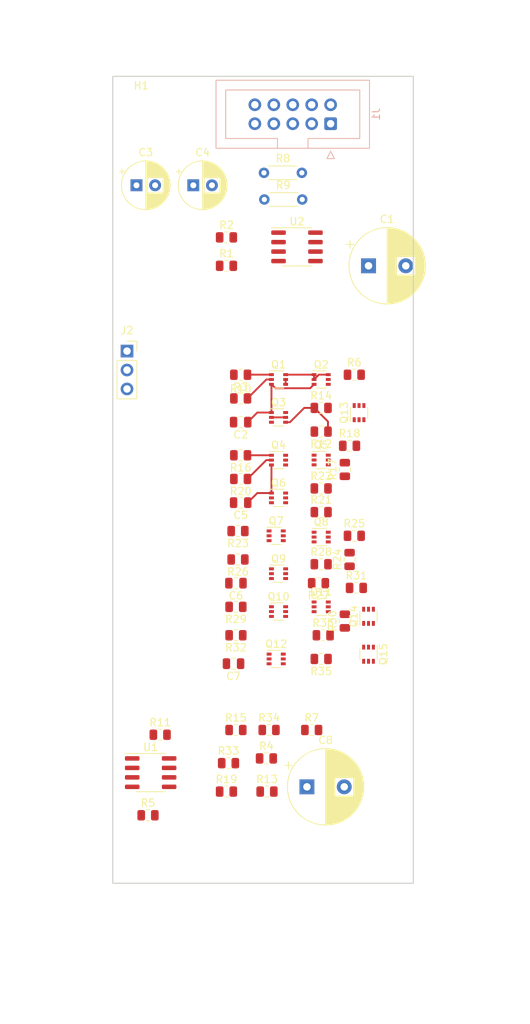
<source format=kicad_pcb>
(kicad_pcb (version 20171130) (host pcbnew 5.1.10)

  (general
    (thickness 1.6)
    (drawings 15)
    (tracks 27)
    (zones 0)
    (modules 67)
    (nets 58)
  )

  (page A4)
  (title_block
    (title "(title)")
    (comment 1 "PCB for panel")
    (comment 2 "(description)")
    (comment 4 "License CC BY 4.0 - Attribution 4.0 International")
  )

  (layers
    (0 F.Cu signal)
    (31 B.Cu signal)
    (32 B.Adhes user)
    (33 F.Adhes user)
    (34 B.Paste user)
    (35 F.Paste user)
    (36 B.SilkS user)
    (37 F.SilkS user)
    (38 B.Mask user)
    (39 F.Mask user)
    (40 Dwgs.User user)
    (41 Cmts.User user)
    (42 Eco1.User user)
    (43 Eco2.User user)
    (44 Edge.Cuts user)
    (45 Margin user)
    (46 B.CrtYd user)
    (47 F.CrtYd user)
    (48 B.Fab user)
    (49 F.Fab user)
  )

  (setup
    (last_trace_width 0.25)
    (user_trace_width 0.381)
    (user_trace_width 0.762)
    (trace_clearance 0.2)
    (zone_clearance 0.508)
    (zone_45_only no)
    (trace_min 0.2)
    (via_size 0.8)
    (via_drill 0.4)
    (via_min_size 0.4)
    (via_min_drill 0.3)
    (uvia_size 0.3)
    (uvia_drill 0.1)
    (uvias_allowed no)
    (uvia_min_size 0.2)
    (uvia_min_drill 0.1)
    (edge_width 0.05)
    (segment_width 0.2)
    (pcb_text_width 0.3)
    (pcb_text_size 1.5 1.5)
    (mod_edge_width 0.12)
    (mod_text_size 1 1)
    (mod_text_width 0.15)
    (pad_size 1.524 1.524)
    (pad_drill 0.762)
    (pad_to_mask_clearance 0)
    (aux_axis_origin 0 0)
    (visible_elements FFFFFF7F)
    (pcbplotparams
      (layerselection 0x010fc_ffffffff)
      (usegerberextensions false)
      (usegerberattributes true)
      (usegerberadvancedattributes true)
      (creategerberjobfile true)
      (excludeedgelayer true)
      (linewidth 0.100000)
      (plotframeref false)
      (viasonmask false)
      (mode 1)
      (useauxorigin false)
      (hpglpennumber 1)
      (hpglpenspeed 20)
      (hpglpendiameter 15.000000)
      (psnegative false)
      (psa4output false)
      (plotreference true)
      (plotvalue true)
      (plotinvisibletext false)
      (padsonsilk false)
      (subtractmaskfromsilk false)
      (outputformat 1)
      (mirror false)
      (drillshape 1)
      (scaleselection 1)
      (outputdirectory ""))
  )

  (net 0 "")
  (net 1 "Net-(C1-Pad2)")
  (net 2 "Net-(C1-Pad1)")
  (net 3 +5V)
  (net 4 "Net-(C2-Pad1)")
  (net 5 GND)
  (net 6 +15V)
  (net 7 -15V)
  (net 8 "Net-(C5-Pad1)")
  (net 9 "Net-(C6-Pad1)")
  (net 10 "Net-(C7-Pad1)")
  (net 11 "Net-(C8-Pad2)")
  (net 12 "Net-(C8-Pad1)")
  (net 13 VP)
  (net 14 VN)
  (net 15 /OUT)
  (net 16 /CV)
  (net 17 /IN)
  (net 18 "Net-(Q1-Pad6)")
  (net 19 "Net-(Q1-Pad4)")
  (net 20 "Net-(Q1-Pad1)")
  (net 21 "Net-(Q3-Pad4)")
  (net 22 "Net-(Q3-Pad2)")
  (net 23 "Net-(Q4-Pad6)")
  (net 24 "Net-(Q4-Pad4)")
  (net 25 "Net-(Q4-Pad2)")
  (net 26 "Net-(Q4-Pad1)")
  (net 27 "Net-(Q6-Pad4)")
  (net 28 "Net-(Q6-Pad2)")
  (net 29 "Net-(Q10-Pad1)")
  (net 30 "Net-(Q12-Pad2)")
  (net 31 "Net-(Q13-Pad6)")
  (net 32 "Net-(Q13-Pad4)")
  (net 33 "Net-(Q15-Pad2)")
  (net 34 "Net-(R2-Pad2)")
  (net 35 "Net-(R4-Pad1)")
  (net 36 "Net-(R11-Pad2)")
  (net 37 "Net-(R19-Pad2)")
  (net 38 "Net-(R33-Pad2)")
  (net 39 "Net-(U2-Pad7)")
  (net 40 "Net-(U2-Pad6)")
  (net 41 "Net-(U2-Pad5)")
  (net 42 "Net-(Q7-Pad6)")
  (net 43 "Net-(Q7-Pad4)")
  (net 44 "Net-(Q7-Pad2)")
  (net 45 "Net-(Q7-Pad1)")
  (net 46 "Net-(Q9-Pad4)")
  (net 47 "Net-(Q9-Pad2)")
  (net 48 "Net-(Q10-Pad6)")
  (net 49 "Net-(Q10-Pad4)")
  (net 50 "Net-(Q10-Pad2)")
  (net 51 "Net-(Q13-Pad3)")
  (net 52 "Net-(Q14-Pad6)")
  (net 53 "Net-(Q14-Pad3)")
  (net 54 "Net-(Q15-Pad6)")
  (net 55 "Net-(Q15-Pad4)")
  (net 56 "Net-(Q15-Pad3)")
  (net 57 "Net-(Q15-Pad1)")

  (net_class Default "This is the default net class."
    (clearance 0.2)
    (trace_width 0.25)
    (via_dia 0.8)
    (via_drill 0.4)
    (uvia_dia 0.3)
    (uvia_drill 0.1)
    (add_net +15V)
    (add_net +5V)
    (add_net -15V)
    (add_net /CV)
    (add_net /IN)
    (add_net /OUT)
    (add_net GND)
    (add_net "Net-(C1-Pad1)")
    (add_net "Net-(C1-Pad2)")
    (add_net "Net-(C2-Pad1)")
    (add_net "Net-(C5-Pad1)")
    (add_net "Net-(C6-Pad1)")
    (add_net "Net-(C7-Pad1)")
    (add_net "Net-(C8-Pad1)")
    (add_net "Net-(C8-Pad2)")
    (add_net "Net-(Q1-Pad1)")
    (add_net "Net-(Q1-Pad4)")
    (add_net "Net-(Q1-Pad6)")
    (add_net "Net-(Q10-Pad1)")
    (add_net "Net-(Q10-Pad2)")
    (add_net "Net-(Q10-Pad4)")
    (add_net "Net-(Q10-Pad6)")
    (add_net "Net-(Q12-Pad2)")
    (add_net "Net-(Q13-Pad3)")
    (add_net "Net-(Q13-Pad4)")
    (add_net "Net-(Q13-Pad6)")
    (add_net "Net-(Q14-Pad3)")
    (add_net "Net-(Q14-Pad6)")
    (add_net "Net-(Q15-Pad1)")
    (add_net "Net-(Q15-Pad2)")
    (add_net "Net-(Q15-Pad3)")
    (add_net "Net-(Q15-Pad4)")
    (add_net "Net-(Q15-Pad6)")
    (add_net "Net-(Q3-Pad2)")
    (add_net "Net-(Q3-Pad4)")
    (add_net "Net-(Q4-Pad1)")
    (add_net "Net-(Q4-Pad2)")
    (add_net "Net-(Q4-Pad4)")
    (add_net "Net-(Q4-Pad6)")
    (add_net "Net-(Q6-Pad2)")
    (add_net "Net-(Q6-Pad4)")
    (add_net "Net-(Q7-Pad1)")
    (add_net "Net-(Q7-Pad2)")
    (add_net "Net-(Q7-Pad4)")
    (add_net "Net-(Q7-Pad6)")
    (add_net "Net-(Q9-Pad2)")
    (add_net "Net-(Q9-Pad4)")
    (add_net "Net-(R11-Pad2)")
    (add_net "Net-(R19-Pad2)")
    (add_net "Net-(R2-Pad2)")
    (add_net "Net-(R33-Pad2)")
    (add_net "Net-(R4-Pad1)")
    (add_net "Net-(U2-Pad5)")
    (add_net "Net-(U2-Pad6)")
    (add_net "Net-(U2-Pad7)")
    (add_net VN)
    (add_net VP)
  )

  (module Package_TO_SOT_SMD:SOT-363_SC-70-6 (layer F.Cu) (tedit 5A02FF57) (tstamp 6174CBB4)
    (at 85.09 123.19 90)
    (descr "SOT-363, SC-70-6")
    (tags "SOT-363 SC-70-6")
    (path /61883999)
    (attr smd)
    (fp_text reference Q14 (at 0 -2 90) (layer F.SilkS)
      (effects (font (size 1 1) (thickness 0.15)))
    )
    (fp_text value DMMT3904W (at 0 2 270) (layer F.Fab)
      (effects (font (size 1 1) (thickness 0.15)))
    )
    (fp_text user %R (at 0 0) (layer F.Fab)
      (effects (font (size 0.5 0.5) (thickness 0.075)))
    )
    (fp_line (start 0.7 -1.16) (end -1.2 -1.16) (layer F.SilkS) (width 0.12))
    (fp_line (start -0.7 1.16) (end 0.7 1.16) (layer F.SilkS) (width 0.12))
    (fp_line (start 1.6 1.4) (end 1.6 -1.4) (layer F.CrtYd) (width 0.05))
    (fp_line (start -1.6 -1.4) (end -1.6 1.4) (layer F.CrtYd) (width 0.05))
    (fp_line (start -1.6 -1.4) (end 1.6 -1.4) (layer F.CrtYd) (width 0.05))
    (fp_line (start 0.675 -1.1) (end -0.175 -1.1) (layer F.Fab) (width 0.1))
    (fp_line (start -0.675 -0.6) (end -0.675 1.1) (layer F.Fab) (width 0.1))
    (fp_line (start -1.6 1.4) (end 1.6 1.4) (layer F.CrtYd) (width 0.05))
    (fp_line (start 0.675 -1.1) (end 0.675 1.1) (layer F.Fab) (width 0.1))
    (fp_line (start 0.675 1.1) (end -0.675 1.1) (layer F.Fab) (width 0.1))
    (fp_line (start -0.175 -1.1) (end -0.675 -0.6) (layer F.Fab) (width 0.1))
    (pad 6 smd rect (at 0.95 -0.65 90) (size 0.65 0.4) (layers F.Cu F.Paste F.Mask)
      (net 52 "Net-(Q14-Pad6)"))
    (pad 4 smd rect (at 0.95 0.65 90) (size 0.65 0.4) (layers F.Cu F.Paste F.Mask)
      (net 32 "Net-(Q13-Pad4)"))
    (pad 2 smd rect (at -0.95 0 90) (size 0.65 0.4) (layers F.Cu F.Paste F.Mask)
      (net 5 GND))
    (pad 5 smd rect (at 0.95 0 90) (size 0.65 0.4) (layers F.Cu F.Paste F.Mask)
      (net 32 "Net-(Q13-Pad4)"))
    (pad 3 smd rect (at -0.95 0.65 90) (size 0.65 0.4) (layers F.Cu F.Paste F.Mask)
      (net 53 "Net-(Q14-Pad3)"))
    (pad 1 smd rect (at -0.95 -0.65 90) (size 0.65 0.4) (layers F.Cu F.Paste F.Mask)
      (net 5 GND))
    (model ${KISYS3DMOD}/Package_TO_SOT_SMD.3dshapes/SOT-363_SC-70-6.wrl
      (at (xyz 0 0 0))
      (scale (xyz 1 1 1))
      (rotate (xyz 0 0 0))
    )
  )

  (module Package_TO_SOT_SMD:SOT-363_SC-70-6 (layer F.Cu) (tedit 5A02FF57) (tstamp 6174CB9E)
    (at 83.82 95.885 90)
    (descr "SOT-363, SC-70-6")
    (tags "SOT-363 SC-70-6")
    (path /61856949)
    (attr smd)
    (fp_text reference Q13 (at 0 -2 90) (layer F.SilkS)
      (effects (font (size 1 1) (thickness 0.15)))
    )
    (fp_text value DMMT3904W (at 0 2 270) (layer F.Fab)
      (effects (font (size 1 1) (thickness 0.15)))
    )
    (fp_text user %R (at 0 0) (layer F.Fab)
      (effects (font (size 0.5 0.5) (thickness 0.075)))
    )
    (fp_line (start 0.7 -1.16) (end -1.2 -1.16) (layer F.SilkS) (width 0.12))
    (fp_line (start -0.7 1.16) (end 0.7 1.16) (layer F.SilkS) (width 0.12))
    (fp_line (start 1.6 1.4) (end 1.6 -1.4) (layer F.CrtYd) (width 0.05))
    (fp_line (start -1.6 -1.4) (end -1.6 1.4) (layer F.CrtYd) (width 0.05))
    (fp_line (start -1.6 -1.4) (end 1.6 -1.4) (layer F.CrtYd) (width 0.05))
    (fp_line (start 0.675 -1.1) (end -0.175 -1.1) (layer F.Fab) (width 0.1))
    (fp_line (start -0.675 -0.6) (end -0.675 1.1) (layer F.Fab) (width 0.1))
    (fp_line (start -1.6 1.4) (end 1.6 1.4) (layer F.CrtYd) (width 0.05))
    (fp_line (start 0.675 -1.1) (end 0.675 1.1) (layer F.Fab) (width 0.1))
    (fp_line (start 0.675 1.1) (end -0.675 1.1) (layer F.Fab) (width 0.1))
    (fp_line (start -0.175 -1.1) (end -0.675 -0.6) (layer F.Fab) (width 0.1))
    (pad 6 smd rect (at 0.95 -0.65 90) (size 0.65 0.4) (layers F.Cu F.Paste F.Mask)
      (net 31 "Net-(Q13-Pad6)"))
    (pad 4 smd rect (at 0.95 0.65 90) (size 0.65 0.4) (layers F.Cu F.Paste F.Mask)
      (net 32 "Net-(Q13-Pad4)"))
    (pad 2 smd rect (at -0.95 0 90) (size 0.65 0.4) (layers F.Cu F.Paste F.Mask)
      (net 5 GND))
    (pad 5 smd rect (at 0.95 0 90) (size 0.65 0.4) (layers F.Cu F.Paste F.Mask)
      (net 32 "Net-(Q13-Pad4)"))
    (pad 3 smd rect (at -0.95 0.65 90) (size 0.65 0.4) (layers F.Cu F.Paste F.Mask)
      (net 51 "Net-(Q13-Pad3)"))
    (pad 1 smd rect (at -0.95 -0.65 90) (size 0.65 0.4) (layers F.Cu F.Paste F.Mask)
      (net 5 GND))
    (model ${KISYS3DMOD}/Package_TO_SOT_SMD.3dshapes/SOT-363_SC-70-6.wrl
      (at (xyz 0 0 0))
      (scale (xyz 1 1 1))
      (rotate (xyz 0 0 0))
    )
  )

  (module Package_SO:SOIC-8_3.9x4.9mm_P1.27mm (layer F.Cu) (tedit 5D9F72B1) (tstamp 61749C5D)
    (at 75.5 73.66)
    (descr "SOIC, 8 Pin (JEDEC MS-012AA, https://www.analog.com/media/en/package-pcb-resources/package/pkg_pdf/soic_narrow-r/r_8.pdf), generated with kicad-footprint-generator ipc_gullwing_generator.py")
    (tags "SOIC SO")
    (path /6185D835)
    (attr smd)
    (fp_text reference U2 (at 0 -3.4) (layer F.SilkS)
      (effects (font (size 1 1) (thickness 0.15)))
    )
    (fp_text value TL072 (at 0 3.4) (layer F.Fab)
      (effects (font (size 1 1) (thickness 0.15)))
    )
    (fp_text user %R (at 0 0) (layer F.Fab)
      (effects (font (size 0.98 0.98) (thickness 0.15)))
    )
    (fp_line (start 0 2.56) (end 1.95 2.56) (layer F.SilkS) (width 0.12))
    (fp_line (start 0 2.56) (end -1.95 2.56) (layer F.SilkS) (width 0.12))
    (fp_line (start 0 -2.56) (end 1.95 -2.56) (layer F.SilkS) (width 0.12))
    (fp_line (start 0 -2.56) (end -3.45 -2.56) (layer F.SilkS) (width 0.12))
    (fp_line (start -0.975 -2.45) (end 1.95 -2.45) (layer F.Fab) (width 0.1))
    (fp_line (start 1.95 -2.45) (end 1.95 2.45) (layer F.Fab) (width 0.1))
    (fp_line (start 1.95 2.45) (end -1.95 2.45) (layer F.Fab) (width 0.1))
    (fp_line (start -1.95 2.45) (end -1.95 -1.475) (layer F.Fab) (width 0.1))
    (fp_line (start -1.95 -1.475) (end -0.975 -2.45) (layer F.Fab) (width 0.1))
    (fp_line (start -3.7 -2.7) (end -3.7 2.7) (layer F.CrtYd) (width 0.05))
    (fp_line (start -3.7 2.7) (end 3.7 2.7) (layer F.CrtYd) (width 0.05))
    (fp_line (start 3.7 2.7) (end 3.7 -2.7) (layer F.CrtYd) (width 0.05))
    (fp_line (start 3.7 -2.7) (end -3.7 -2.7) (layer F.CrtYd) (width 0.05))
    (pad 8 smd roundrect (at 2.475 -1.905) (size 1.95 0.6) (layers F.Cu F.Paste F.Mask) (roundrect_rratio 0.25)
      (net 6 +15V))
    (pad 7 smd roundrect (at 2.475 -0.635) (size 1.95 0.6) (layers F.Cu F.Paste F.Mask) (roundrect_rratio 0.25)
      (net 39 "Net-(U2-Pad7)"))
    (pad 6 smd roundrect (at 2.475 0.635) (size 1.95 0.6) (layers F.Cu F.Paste F.Mask) (roundrect_rratio 0.25)
      (net 40 "Net-(U2-Pad6)"))
    (pad 5 smd roundrect (at 2.475 1.905) (size 1.95 0.6) (layers F.Cu F.Paste F.Mask) (roundrect_rratio 0.25)
      (net 41 "Net-(U2-Pad5)"))
    (pad 4 smd roundrect (at -2.475 1.905) (size 1.95 0.6) (layers F.Cu F.Paste F.Mask) (roundrect_rratio 0.25)
      (net 7 -15V))
    (pad 3 smd roundrect (at -2.475 0.635) (size 1.95 0.6) (layers F.Cu F.Paste F.Mask) (roundrect_rratio 0.25)
      (net 5 GND))
    (pad 2 smd roundrect (at -2.475 -0.635) (size 1.95 0.6) (layers F.Cu F.Paste F.Mask) (roundrect_rratio 0.25)
      (net 38 "Net-(R33-Pad2)"))
    (pad 1 smd roundrect (at -2.475 -1.905) (size 1.95 0.6) (layers F.Cu F.Paste F.Mask) (roundrect_rratio 0.25)
      (net 15 /OUT))
    (model ${KISYS3DMOD}/Package_SO.3dshapes/SOIC-8_3.9x4.9mm_P1.27mm.wrl
      (at (xyz 0 0 0))
      (scale (xyz 1 1 1))
      (rotate (xyz 0 0 0))
    )
  )

  (module Package_SO:SOIC-8_3.9x4.9mm_P1.27mm (layer F.Cu) (tedit 5D9F72B1) (tstamp 61749C43)
    (at 55.88 144.145)
    (descr "SOIC, 8 Pin (JEDEC MS-012AA, https://www.analog.com/media/en/package-pcb-resources/package/pkg_pdf/soic_narrow-r/r_8.pdf), generated with kicad-footprint-generator ipc_gullwing_generator.py")
    (tags "SOIC SO")
    (path /6174AC2E)
    (attr smd)
    (fp_text reference U1 (at 0 -3.4) (layer F.SilkS)
      (effects (font (size 1 1) (thickness 0.15)))
    )
    (fp_text value TL072 (at 0 3.4) (layer F.Fab)
      (effects (font (size 1 1) (thickness 0.15)))
    )
    (fp_text user %R (at 0 0) (layer F.Fab)
      (effects (font (size 0.98 0.98) (thickness 0.15)))
    )
    (fp_line (start 0 2.56) (end 1.95 2.56) (layer F.SilkS) (width 0.12))
    (fp_line (start 0 2.56) (end -1.95 2.56) (layer F.SilkS) (width 0.12))
    (fp_line (start 0 -2.56) (end 1.95 -2.56) (layer F.SilkS) (width 0.12))
    (fp_line (start 0 -2.56) (end -3.45 -2.56) (layer F.SilkS) (width 0.12))
    (fp_line (start -0.975 -2.45) (end 1.95 -2.45) (layer F.Fab) (width 0.1))
    (fp_line (start 1.95 -2.45) (end 1.95 2.45) (layer F.Fab) (width 0.1))
    (fp_line (start 1.95 2.45) (end -1.95 2.45) (layer F.Fab) (width 0.1))
    (fp_line (start -1.95 2.45) (end -1.95 -1.475) (layer F.Fab) (width 0.1))
    (fp_line (start -1.95 -1.475) (end -0.975 -2.45) (layer F.Fab) (width 0.1))
    (fp_line (start -3.7 -2.7) (end -3.7 2.7) (layer F.CrtYd) (width 0.05))
    (fp_line (start -3.7 2.7) (end 3.7 2.7) (layer F.CrtYd) (width 0.05))
    (fp_line (start 3.7 2.7) (end 3.7 -2.7) (layer F.CrtYd) (width 0.05))
    (fp_line (start 3.7 -2.7) (end -3.7 -2.7) (layer F.CrtYd) (width 0.05))
    (pad 8 smd roundrect (at 2.475 -1.905) (size 1.95 0.6) (layers F.Cu F.Paste F.Mask) (roundrect_rratio 0.25)
      (net 6 +15V))
    (pad 7 smd roundrect (at 2.475 -0.635) (size 1.95 0.6) (layers F.Cu F.Paste F.Mask) (roundrect_rratio 0.25)
      (net 37 "Net-(R19-Pad2)"))
    (pad 6 smd roundrect (at 2.475 0.635) (size 1.95 0.6) (layers F.Cu F.Paste F.Mask) (roundrect_rratio 0.25)
      (net 54 "Net-(Q15-Pad6)"))
    (pad 5 smd roundrect (at 2.475 1.905) (size 1.95 0.6) (layers F.Cu F.Paste F.Mask) (roundrect_rratio 0.25)
      (net 5 GND))
    (pad 4 smd roundrect (at -2.475 1.905) (size 1.95 0.6) (layers F.Cu F.Paste F.Mask) (roundrect_rratio 0.25)
      (net 7 -15V))
    (pad 3 smd roundrect (at -2.475 0.635) (size 1.95 0.6) (layers F.Cu F.Paste F.Mask) (roundrect_rratio 0.25)
      (net 5 GND))
    (pad 2 smd roundrect (at -2.475 -0.635) (size 1.95 0.6) (layers F.Cu F.Paste F.Mask) (roundrect_rratio 0.25)
      (net 35 "Net-(R4-Pad1)"))
    (pad 1 smd roundrect (at -2.475 -1.905) (size 1.95 0.6) (layers F.Cu F.Paste F.Mask) (roundrect_rratio 0.25)
      (net 36 "Net-(R11-Pad2)"))
    (model ${KISYS3DMOD}/Package_SO.3dshapes/SOIC-8_3.9x4.9mm_P1.27mm.wrl
      (at (xyz 0 0 0))
      (scale (xyz 1 1 1))
      (rotate (xyz 0 0 0))
    )
  )

  (module Resistor_SMD:R_0805_2012Metric (layer F.Cu) (tedit 5F68FEEE) (tstamp 61749C0D)
    (at 79.0175 125.73)
    (descr "Resistor SMD 0805 (2012 Metric), square (rectangular) end terminal, IPC_7351 nominal, (Body size source: IPC-SM-782 page 72, https://www.pcb-3d.com/wordpress/wp-content/uploads/ipc-sm-782a_amendment_1_and_2.pdf), generated with kicad-footprint-generator")
    (tags resistor)
    (path /5F80B27B)
    (attr smd)
    (fp_text reference R36 (at 0 -1.65) (layer F.SilkS)
      (effects (font (size 1 1) (thickness 0.15)))
    )
    (fp_text value 10k (at 0 1.65) (layer F.Fab)
      (effects (font (size 1 1) (thickness 0.15)))
    )
    (fp_text user %R (at 0 0) (layer F.Fab)
      (effects (font (size 0.5 0.5) (thickness 0.08)))
    )
    (fp_line (start -1 0.625) (end -1 -0.625) (layer F.Fab) (width 0.1))
    (fp_line (start -1 -0.625) (end 1 -0.625) (layer F.Fab) (width 0.1))
    (fp_line (start 1 -0.625) (end 1 0.625) (layer F.Fab) (width 0.1))
    (fp_line (start 1 0.625) (end -1 0.625) (layer F.Fab) (width 0.1))
    (fp_line (start -0.227064 -0.735) (end 0.227064 -0.735) (layer F.SilkS) (width 0.12))
    (fp_line (start -0.227064 0.735) (end 0.227064 0.735) (layer F.SilkS) (width 0.12))
    (fp_line (start -1.68 0.95) (end -1.68 -0.95) (layer F.CrtYd) (width 0.05))
    (fp_line (start -1.68 -0.95) (end 1.68 -0.95) (layer F.CrtYd) (width 0.05))
    (fp_line (start 1.68 -0.95) (end 1.68 0.95) (layer F.CrtYd) (width 0.05))
    (fp_line (start 1.68 0.95) (end -1.68 0.95) (layer F.CrtYd) (width 0.05))
    (pad 2 smd roundrect (at 0.9125 0) (size 1.025 1.4) (layers F.Cu F.Paste F.Mask) (roundrect_rratio 0.243902)
      (net 7 -15V))
    (pad 1 smd roundrect (at -0.9125 0) (size 1.025 1.4) (layers F.Cu F.Paste F.Mask) (roundrect_rratio 0.243902)
      (net 12 "Net-(C8-Pad1)"))
    (model ${KISYS3DMOD}/Resistor_SMD.3dshapes/R_0805_2012Metric.wrl
      (at (xyz 0 0 0))
      (scale (xyz 1 1 1))
      (rotate (xyz 0 0 0))
    )
  )

  (module Resistor_SMD:R_0805_2012Metric (layer F.Cu) (tedit 5F68FEEE) (tstamp 61749BFC)
    (at 78.74 128.905 180)
    (descr "Resistor SMD 0805 (2012 Metric), square (rectangular) end terminal, IPC_7351 nominal, (Body size source: IPC-SM-782 page 72, https://www.pcb-3d.com/wordpress/wp-content/uploads/ipc-sm-782a_amendment_1_and_2.pdf), generated with kicad-footprint-generator")
    (tags resistor)
    (path /5F80B287)
    (attr smd)
    (fp_text reference R35 (at 0 -1.65) (layer F.SilkS)
      (effects (font (size 1 1) (thickness 0.15)))
    )
    (fp_text value 10k (at 0 1.65) (layer F.Fab)
      (effects (font (size 1 1) (thickness 0.15)))
    )
    (fp_text user %R (at 0 0) (layer F.Fab)
      (effects (font (size 0.5 0.5) (thickness 0.08)))
    )
    (fp_line (start -1 0.625) (end -1 -0.625) (layer F.Fab) (width 0.1))
    (fp_line (start -1 -0.625) (end 1 -0.625) (layer F.Fab) (width 0.1))
    (fp_line (start 1 -0.625) (end 1 0.625) (layer F.Fab) (width 0.1))
    (fp_line (start 1 0.625) (end -1 0.625) (layer F.Fab) (width 0.1))
    (fp_line (start -0.227064 -0.735) (end 0.227064 -0.735) (layer F.SilkS) (width 0.12))
    (fp_line (start -0.227064 0.735) (end 0.227064 0.735) (layer F.SilkS) (width 0.12))
    (fp_line (start -1.68 0.95) (end -1.68 -0.95) (layer F.CrtYd) (width 0.05))
    (fp_line (start -1.68 -0.95) (end 1.68 -0.95) (layer F.CrtYd) (width 0.05))
    (fp_line (start 1.68 -0.95) (end 1.68 0.95) (layer F.CrtYd) (width 0.05))
    (fp_line (start 1.68 0.95) (end -1.68 0.95) (layer F.CrtYd) (width 0.05))
    (pad 2 smd roundrect (at 0.9125 0 180) (size 1.025 1.4) (layers F.Cu F.Paste F.Mask) (roundrect_rratio 0.243902)
      (net 50 "Net-(Q10-Pad2)"))
    (pad 1 smd roundrect (at -0.9125 0 180) (size 1.025 1.4) (layers F.Cu F.Paste F.Mask) (roundrect_rratio 0.243902)
      (net 12 "Net-(C8-Pad1)"))
    (model ${KISYS3DMOD}/Resistor_SMD.3dshapes/R_0805_2012Metric.wrl
      (at (xyz 0 0 0))
      (scale (xyz 1 1 1))
      (rotate (xyz 0 0 0))
    )
  )

  (module Resistor_SMD:R_0805_2012Metric (layer F.Cu) (tedit 5F68FEEE) (tstamp 61749BEB)
    (at 71.755 138.43)
    (descr "Resistor SMD 0805 (2012 Metric), square (rectangular) end terminal, IPC_7351 nominal, (Body size source: IPC-SM-782 page 72, https://www.pcb-3d.com/wordpress/wp-content/uploads/ipc-sm-782a_amendment_1_and_2.pdf), generated with kicad-footprint-generator")
    (tags resistor)
    (path /61865F86)
    (attr smd)
    (fp_text reference R34 (at 0 -1.65) (layer F.SilkS)
      (effects (font (size 1 1) (thickness 0.15)))
    )
    (fp_text value 100k (at 0 1.65) (layer F.Fab)
      (effects (font (size 1 1) (thickness 0.15)))
    )
    (fp_text user %R (at 0 0) (layer F.Fab)
      (effects (font (size 0.5 0.5) (thickness 0.08)))
    )
    (fp_line (start -1 0.625) (end -1 -0.625) (layer F.Fab) (width 0.1))
    (fp_line (start -1 -0.625) (end 1 -0.625) (layer F.Fab) (width 0.1))
    (fp_line (start 1 -0.625) (end 1 0.625) (layer F.Fab) (width 0.1))
    (fp_line (start 1 0.625) (end -1 0.625) (layer F.Fab) (width 0.1))
    (fp_line (start -0.227064 -0.735) (end 0.227064 -0.735) (layer F.SilkS) (width 0.12))
    (fp_line (start -0.227064 0.735) (end 0.227064 0.735) (layer F.SilkS) (width 0.12))
    (fp_line (start -1.68 0.95) (end -1.68 -0.95) (layer F.CrtYd) (width 0.05))
    (fp_line (start -1.68 -0.95) (end 1.68 -0.95) (layer F.CrtYd) (width 0.05))
    (fp_line (start 1.68 -0.95) (end 1.68 0.95) (layer F.CrtYd) (width 0.05))
    (fp_line (start 1.68 0.95) (end -1.68 0.95) (layer F.CrtYd) (width 0.05))
    (pad 2 smd roundrect (at 0.9125 0) (size 1.025 1.4) (layers F.Cu F.Paste F.Mask) (roundrect_rratio 0.243902)
      (net 38 "Net-(R33-Pad2)"))
    (pad 1 smd roundrect (at -0.9125 0) (size 1.025 1.4) (layers F.Cu F.Paste F.Mask) (roundrect_rratio 0.243902)
      (net 15 /OUT))
    (model ${KISYS3DMOD}/Resistor_SMD.3dshapes/R_0805_2012Metric.wrl
      (at (xyz 0 0 0))
      (scale (xyz 1 1 1))
      (rotate (xyz 0 0 0))
    )
  )

  (module Resistor_SMD:R_0805_2012Metric (layer F.Cu) (tedit 5F68FEEE) (tstamp 61749BDA)
    (at 66.3175 142.875)
    (descr "Resistor SMD 0805 (2012 Metric), square (rectangular) end terminal, IPC_7351 nominal, (Body size source: IPC-SM-782 page 72, https://www.pcb-3d.com/wordpress/wp-content/uploads/ipc-sm-782a_amendment_1_and_2.pdf), generated with kicad-footprint-generator")
    (tags resistor)
    (path /6186733A)
    (attr smd)
    (fp_text reference R33 (at 0 -1.65) (layer F.SilkS)
      (effects (font (size 1 1) (thickness 0.15)))
    )
    (fp_text value 10k (at 0 1.65) (layer F.Fab)
      (effects (font (size 1 1) (thickness 0.15)))
    )
    (fp_text user %R (at 0 0) (layer F.Fab)
      (effects (font (size 0.5 0.5) (thickness 0.08)))
    )
    (fp_line (start -1 0.625) (end -1 -0.625) (layer F.Fab) (width 0.1))
    (fp_line (start -1 -0.625) (end 1 -0.625) (layer F.Fab) (width 0.1))
    (fp_line (start 1 -0.625) (end 1 0.625) (layer F.Fab) (width 0.1))
    (fp_line (start 1 0.625) (end -1 0.625) (layer F.Fab) (width 0.1))
    (fp_line (start -0.227064 -0.735) (end 0.227064 -0.735) (layer F.SilkS) (width 0.12))
    (fp_line (start -0.227064 0.735) (end 0.227064 0.735) (layer F.SilkS) (width 0.12))
    (fp_line (start -1.68 0.95) (end -1.68 -0.95) (layer F.CrtYd) (width 0.05))
    (fp_line (start -1.68 -0.95) (end 1.68 -0.95) (layer F.CrtYd) (width 0.05))
    (fp_line (start 1.68 -0.95) (end 1.68 0.95) (layer F.CrtYd) (width 0.05))
    (fp_line (start 1.68 0.95) (end -1.68 0.95) (layer F.CrtYd) (width 0.05))
    (pad 2 smd roundrect (at 0.9125 0) (size 1.025 1.4) (layers F.Cu F.Paste F.Mask) (roundrect_rratio 0.243902)
      (net 38 "Net-(R33-Pad2)"))
    (pad 1 smd roundrect (at -0.9125 0) (size 1.025 1.4) (layers F.Cu F.Paste F.Mask) (roundrect_rratio 0.243902)
      (net 11 "Net-(C8-Pad2)"))
    (model ${KISYS3DMOD}/Resistor_SMD.3dshapes/R_0805_2012Metric.wrl
      (at (xyz 0 0 0))
      (scale (xyz 1 1 1))
      (rotate (xyz 0 0 0))
    )
  )

  (module Resistor_SMD:R_0805_2012Metric (layer F.Cu) (tedit 5F68FEEE) (tstamp 61749BC9)
    (at 67.31 125.73 180)
    (descr "Resistor SMD 0805 (2012 Metric), square (rectangular) end terminal, IPC_7351 nominal, (Body size source: IPC-SM-782 page 72, https://www.pcb-3d.com/wordpress/wp-content/uploads/ipc-sm-782a_amendment_1_and_2.pdf), generated with kicad-footprint-generator")
    (tags resistor)
    (path /5F80B254)
    (attr smd)
    (fp_text reference R32 (at 0 -1.65) (layer F.SilkS)
      (effects (font (size 1 1) (thickness 0.15)))
    )
    (fp_text value 220 (at 0 1.65) (layer F.Fab)
      (effects (font (size 1 1) (thickness 0.15)))
    )
    (fp_text user %R (at 0 0) (layer F.Fab)
      (effects (font (size 0.5 0.5) (thickness 0.08)))
    )
    (fp_line (start -1 0.625) (end -1 -0.625) (layer F.Fab) (width 0.1))
    (fp_line (start -1 -0.625) (end 1 -0.625) (layer F.Fab) (width 0.1))
    (fp_line (start 1 -0.625) (end 1 0.625) (layer F.Fab) (width 0.1))
    (fp_line (start 1 0.625) (end -1 0.625) (layer F.Fab) (width 0.1))
    (fp_line (start -0.227064 -0.735) (end 0.227064 -0.735) (layer F.SilkS) (width 0.12))
    (fp_line (start -0.227064 0.735) (end 0.227064 0.735) (layer F.SilkS) (width 0.12))
    (fp_line (start -1.68 0.95) (end -1.68 -0.95) (layer F.CrtYd) (width 0.05))
    (fp_line (start -1.68 -0.95) (end 1.68 -0.95) (layer F.CrtYd) (width 0.05))
    (fp_line (start 1.68 -0.95) (end 1.68 0.95) (layer F.CrtYd) (width 0.05))
    (fp_line (start 1.68 0.95) (end -1.68 0.95) (layer F.CrtYd) (width 0.05))
    (pad 2 smd roundrect (at 0.9125 0 180) (size 1.025 1.4) (layers F.Cu F.Paste F.Mask) (roundrect_rratio 0.243902)
      (net 3 +5V))
    (pad 1 smd roundrect (at -0.9125 0 180) (size 1.025 1.4) (layers F.Cu F.Paste F.Mask) (roundrect_rratio 0.243902)
      (net 50 "Net-(Q10-Pad2)"))
    (model ${KISYS3DMOD}/Resistor_SMD.3dshapes/R_0805_2012Metric.wrl
      (at (xyz 0 0 0))
      (scale (xyz 1 1 1))
      (rotate (xyz 0 0 0))
    )
  )

  (module Resistor_SMD:R_0805_2012Metric (layer F.Cu) (tedit 5F68FEEE) (tstamp 61749BB8)
    (at 83.4625 119.38)
    (descr "Resistor SMD 0805 (2012 Metric), square (rectangular) end terminal, IPC_7351 nominal, (Body size source: IPC-SM-782 page 72, https://www.pcb-3d.com/wordpress/wp-content/uploads/ipc-sm-782a_amendment_1_and_2.pdf), generated with kicad-footprint-generator")
    (tags resistor)
    (path /5F80B2B0)
    (attr smd)
    (fp_text reference R31 (at 0 -1.65) (layer F.SilkS)
      (effects (font (size 1 1) (thickness 0.15)))
    )
    (fp_text value 1k (at 0 1.65) (layer F.Fab)
      (effects (font (size 1 1) (thickness 0.15)))
    )
    (fp_text user %R (at 0 0) (layer F.Fab)
      (effects (font (size 0.5 0.5) (thickness 0.08)))
    )
    (fp_line (start -1 0.625) (end -1 -0.625) (layer F.Fab) (width 0.1))
    (fp_line (start -1 -0.625) (end 1 -0.625) (layer F.Fab) (width 0.1))
    (fp_line (start 1 -0.625) (end 1 0.625) (layer F.Fab) (width 0.1))
    (fp_line (start 1 0.625) (end -1 0.625) (layer F.Fab) (width 0.1))
    (fp_line (start -0.227064 -0.735) (end 0.227064 -0.735) (layer F.SilkS) (width 0.12))
    (fp_line (start -0.227064 0.735) (end 0.227064 0.735) (layer F.SilkS) (width 0.12))
    (fp_line (start -1.68 0.95) (end -1.68 -0.95) (layer F.CrtYd) (width 0.05))
    (fp_line (start -1.68 -0.95) (end 1.68 -0.95) (layer F.CrtYd) (width 0.05))
    (fp_line (start 1.68 -0.95) (end 1.68 0.95) (layer F.CrtYd) (width 0.05))
    (fp_line (start 1.68 0.95) (end -1.68 0.95) (layer F.CrtYd) (width 0.05))
    (pad 2 smd roundrect (at 0.9125 0) (size 1.025 1.4) (layers F.Cu F.Paste F.Mask) (roundrect_rratio 0.243902)
      (net 52 "Net-(Q14-Pad6)"))
    (pad 1 smd roundrect (at -0.9125 0) (size 1.025 1.4) (layers F.Cu F.Paste F.Mask) (roundrect_rratio 0.243902)
      (net 49 "Net-(Q10-Pad4)"))
    (model ${KISYS3DMOD}/Resistor_SMD.3dshapes/R_0805_2012Metric.wrl
      (at (xyz 0 0 0))
      (scale (xyz 1 1 1))
      (rotate (xyz 0 0 0))
    )
  )

  (module Resistor_SMD:R_0805_2012Metric (layer F.Cu) (tedit 5F68FEEE) (tstamp 61749BA7)
    (at 81.915 123.825 90)
    (descr "Resistor SMD 0805 (2012 Metric), square (rectangular) end terminal, IPC_7351 nominal, (Body size source: IPC-SM-782 page 72, https://www.pcb-3d.com/wordpress/wp-content/uploads/ipc-sm-782a_amendment_1_and_2.pdf), generated with kicad-footprint-generator")
    (tags resistor)
    (path /5F80B2C3)
    (attr smd)
    (fp_text reference R30 (at 0 -1.65 90) (layer F.SilkS)
      (effects (font (size 1 1) (thickness 0.15)))
    )
    (fp_text value 10k (at 0 1.65 90) (layer F.Fab)
      (effects (font (size 1 1) (thickness 0.15)))
    )
    (fp_text user %R (at 0 0 90) (layer F.Fab)
      (effects (font (size 0.5 0.5) (thickness 0.08)))
    )
    (fp_line (start -1 0.625) (end -1 -0.625) (layer F.Fab) (width 0.1))
    (fp_line (start -1 -0.625) (end 1 -0.625) (layer F.Fab) (width 0.1))
    (fp_line (start 1 -0.625) (end 1 0.625) (layer F.Fab) (width 0.1))
    (fp_line (start 1 0.625) (end -1 0.625) (layer F.Fab) (width 0.1))
    (fp_line (start -0.227064 -0.735) (end 0.227064 -0.735) (layer F.SilkS) (width 0.12))
    (fp_line (start -0.227064 0.735) (end 0.227064 0.735) (layer F.SilkS) (width 0.12))
    (fp_line (start -1.68 0.95) (end -1.68 -0.95) (layer F.CrtYd) (width 0.05))
    (fp_line (start -1.68 -0.95) (end 1.68 -0.95) (layer F.CrtYd) (width 0.05))
    (fp_line (start 1.68 -0.95) (end 1.68 0.95) (layer F.CrtYd) (width 0.05))
    (fp_line (start 1.68 0.95) (end -1.68 0.95) (layer F.CrtYd) (width 0.05))
    (pad 2 smd roundrect (at 0.9125 0 90) (size 1.025 1.4) (layers F.Cu F.Paste F.Mask) (roundrect_rratio 0.243902)
      (net 46 "Net-(Q9-Pad4)"))
    (pad 1 smd roundrect (at -0.9125 0 90) (size 1.025 1.4) (layers F.Cu F.Paste F.Mask) (roundrect_rratio 0.243902)
      (net 50 "Net-(Q10-Pad2)"))
    (model ${KISYS3DMOD}/Resistor_SMD.3dshapes/R_0805_2012Metric.wrl
      (at (xyz 0 0 0))
      (scale (xyz 1 1 1))
      (rotate (xyz 0 0 0))
    )
  )

  (module Resistor_SMD:R_0805_2012Metric (layer F.Cu) (tedit 5F68FEEE) (tstamp 61749B96)
    (at 67.31 121.92 180)
    (descr "Resistor SMD 0805 (2012 Metric), square (rectangular) end terminal, IPC_7351 nominal, (Body size source: IPC-SM-782 page 72, https://www.pcb-3d.com/wordpress/wp-content/uploads/ipc-sm-782a_amendment_1_and_2.pdf), generated with kicad-footprint-generator")
    (tags resistor)
    (path /5F80B24E)
    (attr smd)
    (fp_text reference R29 (at 0 -1.65) (layer F.SilkS)
      (effects (font (size 1 1) (thickness 0.15)))
    )
    (fp_text value 220 (at 0 1.65) (layer F.Fab)
      (effects (font (size 1 1) (thickness 0.15)))
    )
    (fp_text user %R (at 0 0 180) (layer F.Fab)
      (effects (font (size 0.5 0.5) (thickness 0.08)))
    )
    (fp_line (start -1 0.625) (end -1 -0.625) (layer F.Fab) (width 0.1))
    (fp_line (start -1 -0.625) (end 1 -0.625) (layer F.Fab) (width 0.1))
    (fp_line (start 1 -0.625) (end 1 0.625) (layer F.Fab) (width 0.1))
    (fp_line (start 1 0.625) (end -1 0.625) (layer F.Fab) (width 0.1))
    (fp_line (start -0.227064 -0.735) (end 0.227064 -0.735) (layer F.SilkS) (width 0.12))
    (fp_line (start -0.227064 0.735) (end 0.227064 0.735) (layer F.SilkS) (width 0.12))
    (fp_line (start -1.68 0.95) (end -1.68 -0.95) (layer F.CrtYd) (width 0.05))
    (fp_line (start -1.68 -0.95) (end 1.68 -0.95) (layer F.CrtYd) (width 0.05))
    (fp_line (start 1.68 -0.95) (end 1.68 0.95) (layer F.CrtYd) (width 0.05))
    (fp_line (start 1.68 0.95) (end -1.68 0.95) (layer F.CrtYd) (width 0.05))
    (pad 2 smd roundrect (at 0.9125 0 180) (size 1.025 1.4) (layers F.Cu F.Paste F.Mask) (roundrect_rratio 0.243902)
      (net 3 +5V))
    (pad 1 smd roundrect (at -0.9125 0 180) (size 1.025 1.4) (layers F.Cu F.Paste F.Mask) (roundrect_rratio 0.243902)
      (net 29 "Net-(Q10-Pad1)"))
    (model ${KISYS3DMOD}/Resistor_SMD.3dshapes/R_0805_2012Metric.wrl
      (at (xyz 0 0 0))
      (scale (xyz 1 1 1))
      (rotate (xyz 0 0 0))
    )
  )

  (module Resistor_SMD:R_0805_2012Metric (layer F.Cu) (tedit 5F68FEEE) (tstamp 61749B85)
    (at 78.74 116.205)
    (descr "Resistor SMD 0805 (2012 Metric), square (rectangular) end terminal, IPC_7351 nominal, (Body size source: IPC-SM-782 page 72, https://www.pcb-3d.com/wordpress/wp-content/uploads/ipc-sm-782a_amendment_1_and_2.pdf), generated with kicad-footprint-generator")
    (tags resistor)
    (path /5F800273)
    (attr smd)
    (fp_text reference R28 (at 0 -1.65) (layer F.SilkS)
      (effects (font (size 1 1) (thickness 0.15)))
    )
    (fp_text value 10k (at 0 1.65) (layer F.Fab)
      (effects (font (size 1 1) (thickness 0.15)))
    )
    (fp_text user %R (at 0 0) (layer F.Fab)
      (effects (font (size 0.5 0.5) (thickness 0.08)))
    )
    (fp_line (start -1 0.625) (end -1 -0.625) (layer F.Fab) (width 0.1))
    (fp_line (start -1 -0.625) (end 1 -0.625) (layer F.Fab) (width 0.1))
    (fp_line (start 1 -0.625) (end 1 0.625) (layer F.Fab) (width 0.1))
    (fp_line (start 1 0.625) (end -1 0.625) (layer F.Fab) (width 0.1))
    (fp_line (start -0.227064 -0.735) (end 0.227064 -0.735) (layer F.SilkS) (width 0.12))
    (fp_line (start -0.227064 0.735) (end 0.227064 0.735) (layer F.SilkS) (width 0.12))
    (fp_line (start -1.68 0.95) (end -1.68 -0.95) (layer F.CrtYd) (width 0.05))
    (fp_line (start -1.68 -0.95) (end 1.68 -0.95) (layer F.CrtYd) (width 0.05))
    (fp_line (start 1.68 -0.95) (end 1.68 0.95) (layer F.CrtYd) (width 0.05))
    (fp_line (start 1.68 0.95) (end -1.68 0.95) (layer F.CrtYd) (width 0.05))
    (pad 2 smd roundrect (at 0.9125 0) (size 1.025 1.4) (layers F.Cu F.Paste F.Mask) (roundrect_rratio 0.243902)
      (net 7 -15V))
    (pad 1 smd roundrect (at -0.9125 0) (size 1.025 1.4) (layers F.Cu F.Paste F.Mask) (roundrect_rratio 0.243902)
      (net 46 "Net-(Q9-Pad4)"))
    (model ${KISYS3DMOD}/Resistor_SMD.3dshapes/R_0805_2012Metric.wrl
      (at (xyz 0 0 0))
      (scale (xyz 1 1 1))
      (rotate (xyz 0 0 0))
    )
  )

  (module Resistor_SMD:R_0805_2012Metric (layer F.Cu) (tedit 5F68FEEE) (tstamp 61749B74)
    (at 78.3825 118.745 180)
    (descr "Resistor SMD 0805 (2012 Metric), square (rectangular) end terminal, IPC_7351 nominal, (Body size source: IPC-SM-782 page 72, https://www.pcb-3d.com/wordpress/wp-content/uploads/ipc-sm-782a_amendment_1_and_2.pdf), generated with kicad-footprint-generator")
    (tags resistor)
    (path /5F80027F)
    (attr smd)
    (fp_text reference R27 (at 0 -1.65) (layer F.SilkS)
      (effects (font (size 1 1) (thickness 0.15)))
    )
    (fp_text value 10k (at 0 1.65) (layer F.Fab)
      (effects (font (size 1 1) (thickness 0.15)))
    )
    (fp_text user %R (at 0 0) (layer F.Fab)
      (effects (font (size 0.5 0.5) (thickness 0.08)))
    )
    (fp_line (start -1 0.625) (end -1 -0.625) (layer F.Fab) (width 0.1))
    (fp_line (start -1 -0.625) (end 1 -0.625) (layer F.Fab) (width 0.1))
    (fp_line (start 1 -0.625) (end 1 0.625) (layer F.Fab) (width 0.1))
    (fp_line (start 1 0.625) (end -1 0.625) (layer F.Fab) (width 0.1))
    (fp_line (start -0.227064 -0.735) (end 0.227064 -0.735) (layer F.SilkS) (width 0.12))
    (fp_line (start -0.227064 0.735) (end 0.227064 0.735) (layer F.SilkS) (width 0.12))
    (fp_line (start -1.68 0.95) (end -1.68 -0.95) (layer F.CrtYd) (width 0.05))
    (fp_line (start -1.68 -0.95) (end 1.68 -0.95) (layer F.CrtYd) (width 0.05))
    (fp_line (start 1.68 -0.95) (end 1.68 0.95) (layer F.CrtYd) (width 0.05))
    (fp_line (start 1.68 0.95) (end -1.68 0.95) (layer F.CrtYd) (width 0.05))
    (pad 2 smd roundrect (at 0.9125 0 180) (size 1.025 1.4) (layers F.Cu F.Paste F.Mask) (roundrect_rratio 0.243902)
      (net 44 "Net-(Q7-Pad2)"))
    (pad 1 smd roundrect (at -0.9125 0 180) (size 1.025 1.4) (layers F.Cu F.Paste F.Mask) (roundrect_rratio 0.243902)
      (net 46 "Net-(Q9-Pad4)"))
    (model ${KISYS3DMOD}/Resistor_SMD.3dshapes/R_0805_2012Metric.wrl
      (at (xyz 0 0 0))
      (scale (xyz 1 1 1))
      (rotate (xyz 0 0 0))
    )
  )

  (module Resistor_SMD:R_0805_2012Metric (layer F.Cu) (tedit 5F68FEEE) (tstamp 61749B63)
    (at 67.5875 115.57 180)
    (descr "Resistor SMD 0805 (2012 Metric), square (rectangular) end terminal, IPC_7351 nominal, (Body size source: IPC-SM-782 page 72, https://www.pcb-3d.com/wordpress/wp-content/uploads/ipc-sm-782a_amendment_1_and_2.pdf), generated with kicad-footprint-generator")
    (tags resistor)
    (path /5F80024C)
    (attr smd)
    (fp_text reference R26 (at 0 -1.65) (layer F.SilkS)
      (effects (font (size 1 1) (thickness 0.15)))
    )
    (fp_text value 220 (at 0 1.65) (layer F.Fab)
      (effects (font (size 1 1) (thickness 0.15)))
    )
    (fp_text user %R (at 0 0) (layer F.Fab)
      (effects (font (size 0.5 0.5) (thickness 0.08)))
    )
    (fp_line (start -1 0.625) (end -1 -0.625) (layer F.Fab) (width 0.1))
    (fp_line (start -1 -0.625) (end 1 -0.625) (layer F.Fab) (width 0.1))
    (fp_line (start 1 -0.625) (end 1 0.625) (layer F.Fab) (width 0.1))
    (fp_line (start 1 0.625) (end -1 0.625) (layer F.Fab) (width 0.1))
    (fp_line (start -0.227064 -0.735) (end 0.227064 -0.735) (layer F.SilkS) (width 0.12))
    (fp_line (start -0.227064 0.735) (end 0.227064 0.735) (layer F.SilkS) (width 0.12))
    (fp_line (start -1.68 0.95) (end -1.68 -0.95) (layer F.CrtYd) (width 0.05))
    (fp_line (start -1.68 -0.95) (end 1.68 -0.95) (layer F.CrtYd) (width 0.05))
    (fp_line (start 1.68 -0.95) (end 1.68 0.95) (layer F.CrtYd) (width 0.05))
    (fp_line (start 1.68 0.95) (end -1.68 0.95) (layer F.CrtYd) (width 0.05))
    (pad 2 smd roundrect (at 0.9125 0 180) (size 1.025 1.4) (layers F.Cu F.Paste F.Mask) (roundrect_rratio 0.243902)
      (net 3 +5V))
    (pad 1 smd roundrect (at -0.9125 0 180) (size 1.025 1.4) (layers F.Cu F.Paste F.Mask) (roundrect_rratio 0.243902)
      (net 44 "Net-(Q7-Pad2)"))
    (model ${KISYS3DMOD}/Resistor_SMD.3dshapes/R_0805_2012Metric.wrl
      (at (xyz 0 0 0))
      (scale (xyz 1 1 1))
      (rotate (xyz 0 0 0))
    )
  )

  (module Resistor_SMD:R_0805_2012Metric (layer F.Cu) (tedit 5F68FEEE) (tstamp 61749B52)
    (at 83.185 112.395)
    (descr "Resistor SMD 0805 (2012 Metric), square (rectangular) end terminal, IPC_7351 nominal, (Body size source: IPC-SM-782 page 72, https://www.pcb-3d.com/wordpress/wp-content/uploads/ipc-sm-782a_amendment_1_and_2.pdf), generated with kicad-footprint-generator")
    (tags resistor)
    (path /5F8002A8)
    (attr smd)
    (fp_text reference R25 (at 0 -1.65) (layer F.SilkS)
      (effects (font (size 1 1) (thickness 0.15)))
    )
    (fp_text value 1k (at 0 1.65) (layer F.Fab)
      (effects (font (size 1 1) (thickness 0.15)))
    )
    (fp_text user %R (at 0 0) (layer F.Fab)
      (effects (font (size 0.5 0.5) (thickness 0.08)))
    )
    (fp_line (start -1 0.625) (end -1 -0.625) (layer F.Fab) (width 0.1))
    (fp_line (start -1 -0.625) (end 1 -0.625) (layer F.Fab) (width 0.1))
    (fp_line (start 1 -0.625) (end 1 0.625) (layer F.Fab) (width 0.1))
    (fp_line (start 1 0.625) (end -1 0.625) (layer F.Fab) (width 0.1))
    (fp_line (start -0.227064 -0.735) (end 0.227064 -0.735) (layer F.SilkS) (width 0.12))
    (fp_line (start -0.227064 0.735) (end 0.227064 0.735) (layer F.SilkS) (width 0.12))
    (fp_line (start -1.68 0.95) (end -1.68 -0.95) (layer F.CrtYd) (width 0.05))
    (fp_line (start -1.68 -0.95) (end 1.68 -0.95) (layer F.CrtYd) (width 0.05))
    (fp_line (start 1.68 -0.95) (end 1.68 0.95) (layer F.CrtYd) (width 0.05))
    (fp_line (start 1.68 0.95) (end -1.68 0.95) (layer F.CrtYd) (width 0.05))
    (pad 2 smd roundrect (at 0.9125 0) (size 1.025 1.4) (layers F.Cu F.Paste F.Mask) (roundrect_rratio 0.243902)
      (net 53 "Net-(Q14-Pad3)"))
    (pad 1 smd roundrect (at -0.9125 0) (size 1.025 1.4) (layers F.Cu F.Paste F.Mask) (roundrect_rratio 0.243902)
      (net 43 "Net-(Q7-Pad4)"))
    (model ${KISYS3DMOD}/Resistor_SMD.3dshapes/R_0805_2012Metric.wrl
      (at (xyz 0 0 0))
      (scale (xyz 1 1 1))
      (rotate (xyz 0 0 0))
    )
  )

  (module Resistor_SMD:R_0805_2012Metric (layer F.Cu) (tedit 5F68FEEE) (tstamp 61749B41)
    (at 82.55 115.57 90)
    (descr "Resistor SMD 0805 (2012 Metric), square (rectangular) end terminal, IPC_7351 nominal, (Body size source: IPC-SM-782 page 72, https://www.pcb-3d.com/wordpress/wp-content/uploads/ipc-sm-782a_amendment_1_and_2.pdf), generated with kicad-footprint-generator")
    (tags resistor)
    (path /5F8002BB)
    (attr smd)
    (fp_text reference R24 (at 0 -1.65 90) (layer F.SilkS)
      (effects (font (size 1 1) (thickness 0.15)))
    )
    (fp_text value 10k (at 0 1.65 90) (layer F.Fab)
      (effects (font (size 1 1) (thickness 0.15)))
    )
    (fp_text user %R (at 0 0 90) (layer F.Fab)
      (effects (font (size 0.5 0.5) (thickness 0.08)))
    )
    (fp_line (start -1 0.625) (end -1 -0.625) (layer F.Fab) (width 0.1))
    (fp_line (start -1 -0.625) (end 1 -0.625) (layer F.Fab) (width 0.1))
    (fp_line (start 1 -0.625) (end 1 0.625) (layer F.Fab) (width 0.1))
    (fp_line (start 1 0.625) (end -1 0.625) (layer F.Fab) (width 0.1))
    (fp_line (start -0.227064 -0.735) (end 0.227064 -0.735) (layer F.SilkS) (width 0.12))
    (fp_line (start -0.227064 0.735) (end 0.227064 0.735) (layer F.SilkS) (width 0.12))
    (fp_line (start -1.68 0.95) (end -1.68 -0.95) (layer F.CrtYd) (width 0.05))
    (fp_line (start -1.68 -0.95) (end 1.68 -0.95) (layer F.CrtYd) (width 0.05))
    (fp_line (start 1.68 -0.95) (end 1.68 0.95) (layer F.CrtYd) (width 0.05))
    (fp_line (start 1.68 0.95) (end -1.68 0.95) (layer F.CrtYd) (width 0.05))
    (pad 2 smd roundrect (at 0.9125 0 90) (size 1.025 1.4) (layers F.Cu F.Paste F.Mask) (roundrect_rratio 0.243902)
      (net 27 "Net-(Q6-Pad4)"))
    (pad 1 smd roundrect (at -0.9125 0 90) (size 1.025 1.4) (layers F.Cu F.Paste F.Mask) (roundrect_rratio 0.243902)
      (net 44 "Net-(Q7-Pad2)"))
    (model ${KISYS3DMOD}/Resistor_SMD.3dshapes/R_0805_2012Metric.wrl
      (at (xyz 0 0 0))
      (scale (xyz 1 1 1))
      (rotate (xyz 0 0 0))
    )
  )

  (module Resistor_SMD:R_0805_2012Metric (layer F.Cu) (tedit 5F68FEEE) (tstamp 61749B30)
    (at 67.5875 111.76 180)
    (descr "Resistor SMD 0805 (2012 Metric), square (rectangular) end terminal, IPC_7351 nominal, (Body size source: IPC-SM-782 page 72, https://www.pcb-3d.com/wordpress/wp-content/uploads/ipc-sm-782a_amendment_1_and_2.pdf), generated with kicad-footprint-generator")
    (tags resistor)
    (path /5F800246)
    (attr smd)
    (fp_text reference R23 (at 0 -1.65) (layer F.SilkS)
      (effects (font (size 1 1) (thickness 0.15)))
    )
    (fp_text value 220 (at 0 1.65) (layer F.Fab)
      (effects (font (size 1 1) (thickness 0.15)))
    )
    (fp_text user %R (at 0 0) (layer F.Fab)
      (effects (font (size 0.5 0.5) (thickness 0.08)))
    )
    (fp_line (start -1 0.625) (end -1 -0.625) (layer F.Fab) (width 0.1))
    (fp_line (start -1 -0.625) (end 1 -0.625) (layer F.Fab) (width 0.1))
    (fp_line (start 1 -0.625) (end 1 0.625) (layer F.Fab) (width 0.1))
    (fp_line (start 1 0.625) (end -1 0.625) (layer F.Fab) (width 0.1))
    (fp_line (start -0.227064 -0.735) (end 0.227064 -0.735) (layer F.SilkS) (width 0.12))
    (fp_line (start -0.227064 0.735) (end 0.227064 0.735) (layer F.SilkS) (width 0.12))
    (fp_line (start -1.68 0.95) (end -1.68 -0.95) (layer F.CrtYd) (width 0.05))
    (fp_line (start -1.68 -0.95) (end 1.68 -0.95) (layer F.CrtYd) (width 0.05))
    (fp_line (start 1.68 -0.95) (end 1.68 0.95) (layer F.CrtYd) (width 0.05))
    (fp_line (start 1.68 0.95) (end -1.68 0.95) (layer F.CrtYd) (width 0.05))
    (pad 2 smd roundrect (at 0.9125 0 180) (size 1.025 1.4) (layers F.Cu F.Paste F.Mask) (roundrect_rratio 0.243902)
      (net 3 +5V))
    (pad 1 smd roundrect (at -0.9125 0 180) (size 1.025 1.4) (layers F.Cu F.Paste F.Mask) (roundrect_rratio 0.243902)
      (net 45 "Net-(Q7-Pad1)"))
    (model ${KISYS3DMOD}/Resistor_SMD.3dshapes/R_0805_2012Metric.wrl
      (at (xyz 0 0 0))
      (scale (xyz 1 1 1))
      (rotate (xyz 0 0 0))
    )
  )

  (module Resistor_SMD:R_0805_2012Metric (layer F.Cu) (tedit 5F68FEEE) (tstamp 61749B1F)
    (at 78.74 106.045)
    (descr "Resistor SMD 0805 (2012 Metric), square (rectangular) end terminal, IPC_7351 nominal, (Body size source: IPC-SM-782 page 72, https://www.pcb-3d.com/wordpress/wp-content/uploads/ipc-sm-782a_amendment_1_and_2.pdf), generated with kicad-footprint-generator")
    (tags resistor)
    (path /5F7ECB5D)
    (attr smd)
    (fp_text reference R22 (at 0 -1.65) (layer F.SilkS)
      (effects (font (size 1 1) (thickness 0.15)))
    )
    (fp_text value 10k (at 0 1.65) (layer F.Fab)
      (effects (font (size 1 1) (thickness 0.15)))
    )
    (fp_text user %R (at 0 0) (layer F.Fab)
      (effects (font (size 0.5 0.5) (thickness 0.08)))
    )
    (fp_line (start -1 0.625) (end -1 -0.625) (layer F.Fab) (width 0.1))
    (fp_line (start -1 -0.625) (end 1 -0.625) (layer F.Fab) (width 0.1))
    (fp_line (start 1 -0.625) (end 1 0.625) (layer F.Fab) (width 0.1))
    (fp_line (start 1 0.625) (end -1 0.625) (layer F.Fab) (width 0.1))
    (fp_line (start -0.227064 -0.735) (end 0.227064 -0.735) (layer F.SilkS) (width 0.12))
    (fp_line (start -0.227064 0.735) (end 0.227064 0.735) (layer F.SilkS) (width 0.12))
    (fp_line (start -1.68 0.95) (end -1.68 -0.95) (layer F.CrtYd) (width 0.05))
    (fp_line (start -1.68 -0.95) (end 1.68 -0.95) (layer F.CrtYd) (width 0.05))
    (fp_line (start 1.68 -0.95) (end 1.68 0.95) (layer F.CrtYd) (width 0.05))
    (fp_line (start 1.68 0.95) (end -1.68 0.95) (layer F.CrtYd) (width 0.05))
    (pad 2 smd roundrect (at 0.9125 0) (size 1.025 1.4) (layers F.Cu F.Paste F.Mask) (roundrect_rratio 0.243902)
      (net 7 -15V))
    (pad 1 smd roundrect (at -0.9125 0) (size 1.025 1.4) (layers F.Cu F.Paste F.Mask) (roundrect_rratio 0.243902)
      (net 27 "Net-(Q6-Pad4)"))
    (model ${KISYS3DMOD}/Resistor_SMD.3dshapes/R_0805_2012Metric.wrl
      (at (xyz 0 0 0))
      (scale (xyz 1 1 1))
      (rotate (xyz 0 0 0))
    )
  )

  (module Resistor_SMD:R_0805_2012Metric (layer F.Cu) (tedit 5F68FEEE) (tstamp 61749B0E)
    (at 78.74 109.22)
    (descr "Resistor SMD 0805 (2012 Metric), square (rectangular) end terminal, IPC_7351 nominal, (Body size source: IPC-SM-782 page 72, https://www.pcb-3d.com/wordpress/wp-content/uploads/ipc-sm-782a_amendment_1_and_2.pdf), generated with kicad-footprint-generator")
    (tags resistor)
    (path /5F7ECB69)
    (attr smd)
    (fp_text reference R21 (at 0 -1.65) (layer F.SilkS)
      (effects (font (size 1 1) (thickness 0.15)))
    )
    (fp_text value 10k (at 0 1.65) (layer F.Fab)
      (effects (font (size 1 1) (thickness 0.15)))
    )
    (fp_text user %R (at 0 0) (layer F.Fab)
      (effects (font (size 0.5 0.5) (thickness 0.08)))
    )
    (fp_line (start -1 0.625) (end -1 -0.625) (layer F.Fab) (width 0.1))
    (fp_line (start -1 -0.625) (end 1 -0.625) (layer F.Fab) (width 0.1))
    (fp_line (start 1 -0.625) (end 1 0.625) (layer F.Fab) (width 0.1))
    (fp_line (start 1 0.625) (end -1 0.625) (layer F.Fab) (width 0.1))
    (fp_line (start -0.227064 -0.735) (end 0.227064 -0.735) (layer F.SilkS) (width 0.12))
    (fp_line (start -0.227064 0.735) (end 0.227064 0.735) (layer F.SilkS) (width 0.12))
    (fp_line (start -1.68 0.95) (end -1.68 -0.95) (layer F.CrtYd) (width 0.05))
    (fp_line (start -1.68 -0.95) (end 1.68 -0.95) (layer F.CrtYd) (width 0.05))
    (fp_line (start 1.68 -0.95) (end 1.68 0.95) (layer F.CrtYd) (width 0.05))
    (fp_line (start 1.68 0.95) (end -1.68 0.95) (layer F.CrtYd) (width 0.05))
    (pad 2 smd roundrect (at 0.9125 0) (size 1.025 1.4) (layers F.Cu F.Paste F.Mask) (roundrect_rratio 0.243902)
      (net 25 "Net-(Q4-Pad2)"))
    (pad 1 smd roundrect (at -0.9125 0) (size 1.025 1.4) (layers F.Cu F.Paste F.Mask) (roundrect_rratio 0.243902)
      (net 27 "Net-(Q6-Pad4)"))
    (model ${KISYS3DMOD}/Resistor_SMD.3dshapes/R_0805_2012Metric.wrl
      (at (xyz 0 0 0))
      (scale (xyz 1 1 1))
      (rotate (xyz 0 0 0))
    )
  )

  (module Resistor_SMD:R_0805_2012Metric (layer F.Cu) (tedit 5F68FEEE) (tstamp 61749AFD)
    (at 67.945 104.775 180)
    (descr "Resistor SMD 0805 (2012 Metric), square (rectangular) end terminal, IPC_7351 nominal, (Body size source: IPC-SM-782 page 72, https://www.pcb-3d.com/wordpress/wp-content/uploads/ipc-sm-782a_amendment_1_and_2.pdf), generated with kicad-footprint-generator")
    (tags resistor)
    (path /5F7ECB36)
    (attr smd)
    (fp_text reference R20 (at 0 -1.65) (layer F.SilkS)
      (effects (font (size 1 1) (thickness 0.15)))
    )
    (fp_text value 220 (at 0 1.65) (layer F.Fab)
      (effects (font (size 1 1) (thickness 0.15)))
    )
    (fp_text user %R (at 0 0) (layer F.Fab)
      (effects (font (size 0.5 0.5) (thickness 0.08)))
    )
    (fp_line (start -1 0.625) (end -1 -0.625) (layer F.Fab) (width 0.1))
    (fp_line (start -1 -0.625) (end 1 -0.625) (layer F.Fab) (width 0.1))
    (fp_line (start 1 -0.625) (end 1 0.625) (layer F.Fab) (width 0.1))
    (fp_line (start 1 0.625) (end -1 0.625) (layer F.Fab) (width 0.1))
    (fp_line (start -0.227064 -0.735) (end 0.227064 -0.735) (layer F.SilkS) (width 0.12))
    (fp_line (start -0.227064 0.735) (end 0.227064 0.735) (layer F.SilkS) (width 0.12))
    (fp_line (start -1.68 0.95) (end -1.68 -0.95) (layer F.CrtYd) (width 0.05))
    (fp_line (start -1.68 -0.95) (end 1.68 -0.95) (layer F.CrtYd) (width 0.05))
    (fp_line (start 1.68 -0.95) (end 1.68 0.95) (layer F.CrtYd) (width 0.05))
    (fp_line (start 1.68 0.95) (end -1.68 0.95) (layer F.CrtYd) (width 0.05))
    (pad 2 smd roundrect (at 0.9125 0 180) (size 1.025 1.4) (layers F.Cu F.Paste F.Mask) (roundrect_rratio 0.243902)
      (net 3 +5V))
    (pad 1 smd roundrect (at -0.9125 0 180) (size 1.025 1.4) (layers F.Cu F.Paste F.Mask) (roundrect_rratio 0.243902)
      (net 25 "Net-(Q4-Pad2)"))
    (model ${KISYS3DMOD}/Resistor_SMD.3dshapes/R_0805_2012Metric.wrl
      (at (xyz 0 0 0))
      (scale (xyz 1 1 1))
      (rotate (xyz 0 0 0))
    )
  )

  (module Resistor_SMD:R_0805_2012Metric (layer F.Cu) (tedit 5F68FEEE) (tstamp 61749AEC)
    (at 66.04 146.685)
    (descr "Resistor SMD 0805 (2012 Metric), square (rectangular) end terminal, IPC_7351 nominal, (Body size source: IPC-SM-782 page 72, https://www.pcb-3d.com/wordpress/wp-content/uploads/ipc-sm-782a_amendment_1_and_2.pdf), generated with kicad-footprint-generator")
    (tags resistor)
    (path /6178C373)
    (attr smd)
    (fp_text reference R19 (at 0 -1.65) (layer F.SilkS)
      (effects (font (size 1 1) (thickness 0.15)))
    )
    (fp_text value 2.2k (at 0 1.65) (layer F.Fab)
      (effects (font (size 1 1) (thickness 0.15)))
    )
    (fp_text user %R (at 0 0) (layer F.Fab)
      (effects (font (size 0.5 0.5) (thickness 0.08)))
    )
    (fp_line (start -1 0.625) (end -1 -0.625) (layer F.Fab) (width 0.1))
    (fp_line (start -1 -0.625) (end 1 -0.625) (layer F.Fab) (width 0.1))
    (fp_line (start 1 -0.625) (end 1 0.625) (layer F.Fab) (width 0.1))
    (fp_line (start 1 0.625) (end -1 0.625) (layer F.Fab) (width 0.1))
    (fp_line (start -0.227064 -0.735) (end 0.227064 -0.735) (layer F.SilkS) (width 0.12))
    (fp_line (start -0.227064 0.735) (end 0.227064 0.735) (layer F.SilkS) (width 0.12))
    (fp_line (start -1.68 0.95) (end -1.68 -0.95) (layer F.CrtYd) (width 0.05))
    (fp_line (start -1.68 -0.95) (end 1.68 -0.95) (layer F.CrtYd) (width 0.05))
    (fp_line (start 1.68 -0.95) (end 1.68 0.95) (layer F.CrtYd) (width 0.05))
    (fp_line (start 1.68 0.95) (end -1.68 0.95) (layer F.CrtYd) (width 0.05))
    (pad 2 smd roundrect (at 0.9125 0) (size 1.025 1.4) (layers F.Cu F.Paste F.Mask) (roundrect_rratio 0.243902)
      (net 37 "Net-(R19-Pad2)"))
    (pad 1 smd roundrect (at -0.9125 0) (size 1.025 1.4) (layers F.Cu F.Paste F.Mask) (roundrect_rratio 0.243902)
      (net 32 "Net-(Q13-Pad4)"))
    (model ${KISYS3DMOD}/Resistor_SMD.3dshapes/R_0805_2012Metric.wrl
      (at (xyz 0 0 0))
      (scale (xyz 1 1 1))
      (rotate (xyz 0 0 0))
    )
  )

  (module Resistor_SMD:R_0805_2012Metric (layer F.Cu) (tedit 5F68FEEE) (tstamp 61749ADB)
    (at 82.55 100.33)
    (descr "Resistor SMD 0805 (2012 Metric), square (rectangular) end terminal, IPC_7351 nominal, (Body size source: IPC-SM-782 page 72, https://www.pcb-3d.com/wordpress/wp-content/uploads/ipc-sm-782a_amendment_1_and_2.pdf), generated with kicad-footprint-generator")
    (tags resistor)
    (path /5F7ECB94)
    (attr smd)
    (fp_text reference R18 (at 0 -1.65) (layer F.SilkS)
      (effects (font (size 1 1) (thickness 0.15)))
    )
    (fp_text value 1k (at 0 1.65) (layer F.Fab)
      (effects (font (size 1 1) (thickness 0.15)))
    )
    (fp_text user %R (at 0 0) (layer F.Fab)
      (effects (font (size 0.5 0.5) (thickness 0.08)))
    )
    (fp_line (start -1 0.625) (end -1 -0.625) (layer F.Fab) (width 0.1))
    (fp_line (start -1 -0.625) (end 1 -0.625) (layer F.Fab) (width 0.1))
    (fp_line (start 1 -0.625) (end 1 0.625) (layer F.Fab) (width 0.1))
    (fp_line (start 1 0.625) (end -1 0.625) (layer F.Fab) (width 0.1))
    (fp_line (start -0.227064 -0.735) (end 0.227064 -0.735) (layer F.SilkS) (width 0.12))
    (fp_line (start -0.227064 0.735) (end 0.227064 0.735) (layer F.SilkS) (width 0.12))
    (fp_line (start -1.68 0.95) (end -1.68 -0.95) (layer F.CrtYd) (width 0.05))
    (fp_line (start -1.68 -0.95) (end 1.68 -0.95) (layer F.CrtYd) (width 0.05))
    (fp_line (start 1.68 -0.95) (end 1.68 0.95) (layer F.CrtYd) (width 0.05))
    (fp_line (start 1.68 0.95) (end -1.68 0.95) (layer F.CrtYd) (width 0.05))
    (pad 2 smd roundrect (at 0.9125 0) (size 1.025 1.4) (layers F.Cu F.Paste F.Mask) (roundrect_rratio 0.243902)
      (net 51 "Net-(Q13-Pad3)"))
    (pad 1 smd roundrect (at -0.9125 0) (size 1.025 1.4) (layers F.Cu F.Paste F.Mask) (roundrect_rratio 0.243902)
      (net 24 "Net-(Q4-Pad4)"))
    (model ${KISYS3DMOD}/Resistor_SMD.3dshapes/R_0805_2012Metric.wrl
      (at (xyz 0 0 0))
      (scale (xyz 1 1 1))
      (rotate (xyz 0 0 0))
    )
  )

  (module Resistor_SMD:R_0805_2012Metric (layer F.Cu) (tedit 5F68FEEE) (tstamp 61749ACA)
    (at 81.915 103.505 90)
    (descr "Resistor SMD 0805 (2012 Metric), square (rectangular) end terminal, IPC_7351 nominal, (Body size source: IPC-SM-782 page 72, https://www.pcb-3d.com/wordpress/wp-content/uploads/ipc-sm-782a_amendment_1_and_2.pdf), generated with kicad-footprint-generator")
    (tags resistor)
    (path /5F7EE853)
    (attr smd)
    (fp_text reference R17 (at 0 -1.65 90) (layer F.SilkS)
      (effects (font (size 1 1) (thickness 0.15)))
    )
    (fp_text value 10k (at 0 1.65 90) (layer F.Fab)
      (effects (font (size 1 1) (thickness 0.15)))
    )
    (fp_text user %R (at 0 0 90) (layer F.Fab)
      (effects (font (size 0.5 0.5) (thickness 0.08)))
    )
    (fp_line (start -1 0.625) (end -1 -0.625) (layer F.Fab) (width 0.1))
    (fp_line (start -1 -0.625) (end 1 -0.625) (layer F.Fab) (width 0.1))
    (fp_line (start 1 -0.625) (end 1 0.625) (layer F.Fab) (width 0.1))
    (fp_line (start 1 0.625) (end -1 0.625) (layer F.Fab) (width 0.1))
    (fp_line (start -0.227064 -0.735) (end 0.227064 -0.735) (layer F.SilkS) (width 0.12))
    (fp_line (start -0.227064 0.735) (end 0.227064 0.735) (layer F.SilkS) (width 0.12))
    (fp_line (start -1.68 0.95) (end -1.68 -0.95) (layer F.CrtYd) (width 0.05))
    (fp_line (start -1.68 -0.95) (end 1.68 -0.95) (layer F.CrtYd) (width 0.05))
    (fp_line (start 1.68 -0.95) (end 1.68 0.95) (layer F.CrtYd) (width 0.05))
    (fp_line (start 1.68 0.95) (end -1.68 0.95) (layer F.CrtYd) (width 0.05))
    (pad 2 smd roundrect (at 0.9125 0 90) (size 1.025 1.4) (layers F.Cu F.Paste F.Mask) (roundrect_rratio 0.243902)
      (net 21 "Net-(Q3-Pad4)"))
    (pad 1 smd roundrect (at -0.9125 0 90) (size 1.025 1.4) (layers F.Cu F.Paste F.Mask) (roundrect_rratio 0.243902)
      (net 25 "Net-(Q4-Pad2)"))
    (model ${KISYS3DMOD}/Resistor_SMD.3dshapes/R_0805_2012Metric.wrl
      (at (xyz 0 0 0))
      (scale (xyz 1 1 1))
      (rotate (xyz 0 0 0))
    )
  )

  (module Resistor_SMD:R_0805_2012Metric (layer F.Cu) (tedit 5F68FEEE) (tstamp 61749AB9)
    (at 67.945 101.6 180)
    (descr "Resistor SMD 0805 (2012 Metric), square (rectangular) end terminal, IPC_7351 nominal, (Body size source: IPC-SM-782 page 72, https://www.pcb-3d.com/wordpress/wp-content/uploads/ipc-sm-782a_amendment_1_and_2.pdf), generated with kicad-footprint-generator")
    (tags resistor)
    (path /5F7ECB30)
    (attr smd)
    (fp_text reference R16 (at 0 -1.65) (layer F.SilkS)
      (effects (font (size 1 1) (thickness 0.15)))
    )
    (fp_text value 220 (at 0 1.65) (layer F.Fab)
      (effects (font (size 1 1) (thickness 0.15)))
    )
    (fp_text user %R (at 0 0) (layer F.Fab)
      (effects (font (size 0.5 0.5) (thickness 0.08)))
    )
    (fp_line (start -1 0.625) (end -1 -0.625) (layer F.Fab) (width 0.1))
    (fp_line (start -1 -0.625) (end 1 -0.625) (layer F.Fab) (width 0.1))
    (fp_line (start 1 -0.625) (end 1 0.625) (layer F.Fab) (width 0.1))
    (fp_line (start 1 0.625) (end -1 0.625) (layer F.Fab) (width 0.1))
    (fp_line (start -0.227064 -0.735) (end 0.227064 -0.735) (layer F.SilkS) (width 0.12))
    (fp_line (start -0.227064 0.735) (end 0.227064 0.735) (layer F.SilkS) (width 0.12))
    (fp_line (start -1.68 0.95) (end -1.68 -0.95) (layer F.CrtYd) (width 0.05))
    (fp_line (start -1.68 -0.95) (end 1.68 -0.95) (layer F.CrtYd) (width 0.05))
    (fp_line (start 1.68 -0.95) (end 1.68 0.95) (layer F.CrtYd) (width 0.05))
    (fp_line (start 1.68 0.95) (end -1.68 0.95) (layer F.CrtYd) (width 0.05))
    (pad 2 smd roundrect (at 0.9125 0 180) (size 1.025 1.4) (layers F.Cu F.Paste F.Mask) (roundrect_rratio 0.243902)
      (net 3 +5V))
    (pad 1 smd roundrect (at -0.9125 0 180) (size 1.025 1.4) (layers F.Cu F.Paste F.Mask) (roundrect_rratio 0.243902)
      (net 26 "Net-(Q4-Pad1)"))
    (model ${KISYS3DMOD}/Resistor_SMD.3dshapes/R_0805_2012Metric.wrl
      (at (xyz 0 0 0))
      (scale (xyz 1 1 1))
      (rotate (xyz 0 0 0))
    )
  )

  (module Resistor_SMD:R_0805_2012Metric (layer F.Cu) (tedit 5F68FEEE) (tstamp 61749AA8)
    (at 67.31 138.43)
    (descr "Resistor SMD 0805 (2012 Metric), square (rectangular) end terminal, IPC_7351 nominal, (Body size source: IPC-SM-782 page 72, https://www.pcb-3d.com/wordpress/wp-content/uploads/ipc-sm-782a_amendment_1_and_2.pdf), generated with kicad-footprint-generator")
    (tags resistor)
    (path /6176252A)
    (attr smd)
    (fp_text reference R15 (at 0 -1.65) (layer F.SilkS)
      (effects (font (size 1 1) (thickness 0.15)))
    )
    (fp_text value 1M (at 0 1.65) (layer F.Fab)
      (effects (font (size 1 1) (thickness 0.15)))
    )
    (fp_text user %R (at 0 0) (layer F.Fab)
      (effects (font (size 0.5 0.5) (thickness 0.08)))
    )
    (fp_line (start -1 0.625) (end -1 -0.625) (layer F.Fab) (width 0.1))
    (fp_line (start -1 -0.625) (end 1 -0.625) (layer F.Fab) (width 0.1))
    (fp_line (start 1 -0.625) (end 1 0.625) (layer F.Fab) (width 0.1))
    (fp_line (start 1 0.625) (end -1 0.625) (layer F.Fab) (width 0.1))
    (fp_line (start -0.227064 -0.735) (end 0.227064 -0.735) (layer F.SilkS) (width 0.12))
    (fp_line (start -0.227064 0.735) (end 0.227064 0.735) (layer F.SilkS) (width 0.12))
    (fp_line (start -1.68 0.95) (end -1.68 -0.95) (layer F.CrtYd) (width 0.05))
    (fp_line (start -1.68 -0.95) (end 1.68 -0.95) (layer F.CrtYd) (width 0.05))
    (fp_line (start 1.68 -0.95) (end 1.68 0.95) (layer F.CrtYd) (width 0.05))
    (fp_line (start 1.68 0.95) (end -1.68 0.95) (layer F.CrtYd) (width 0.05))
    (pad 2 smd roundrect (at 0.9125 0) (size 1.025 1.4) (layers F.Cu F.Paste F.Mask) (roundrect_rratio 0.243902)
      (net 54 "Net-(Q15-Pad6)"))
    (pad 1 smd roundrect (at -0.9125 0) (size 1.025 1.4) (layers F.Cu F.Paste F.Mask) (roundrect_rratio 0.243902)
      (net 6 +15V))
    (model ${KISYS3DMOD}/Resistor_SMD.3dshapes/R_0805_2012Metric.wrl
      (at (xyz 0 0 0))
      (scale (xyz 1 1 1))
      (rotate (xyz 0 0 0))
    )
  )

  (module Resistor_SMD:R_0805_2012Metric (layer F.Cu) (tedit 5F68FEEE) (tstamp 61749A97)
    (at 78.74 95.25)
    (descr "Resistor SMD 0805 (2012 Metric), square (rectangular) end terminal, IPC_7351 nominal, (Body size source: IPC-SM-782 page 72, https://www.pcb-3d.com/wordpress/wp-content/uploads/ipc-sm-782a_amendment_1_and_2.pdf), generated with kicad-footprint-generator")
    (tags resistor)
    (path /5F72614C)
    (attr smd)
    (fp_text reference R14 (at 0 -1.65) (layer F.SilkS)
      (effects (font (size 1 1) (thickness 0.15)))
    )
    (fp_text value 10k (at 0 1.65) (layer F.Fab)
      (effects (font (size 1 1) (thickness 0.15)))
    )
    (fp_text user %R (at 0 0) (layer F.Fab)
      (effects (font (size 0.5 0.5) (thickness 0.08)))
    )
    (fp_line (start -1 0.625) (end -1 -0.625) (layer F.Fab) (width 0.1))
    (fp_line (start -1 -0.625) (end 1 -0.625) (layer F.Fab) (width 0.1))
    (fp_line (start 1 -0.625) (end 1 0.625) (layer F.Fab) (width 0.1))
    (fp_line (start 1 0.625) (end -1 0.625) (layer F.Fab) (width 0.1))
    (fp_line (start -0.227064 -0.735) (end 0.227064 -0.735) (layer F.SilkS) (width 0.12))
    (fp_line (start -0.227064 0.735) (end 0.227064 0.735) (layer F.SilkS) (width 0.12))
    (fp_line (start -1.68 0.95) (end -1.68 -0.95) (layer F.CrtYd) (width 0.05))
    (fp_line (start -1.68 -0.95) (end 1.68 -0.95) (layer F.CrtYd) (width 0.05))
    (fp_line (start 1.68 -0.95) (end 1.68 0.95) (layer F.CrtYd) (width 0.05))
    (fp_line (start 1.68 0.95) (end -1.68 0.95) (layer F.CrtYd) (width 0.05))
    (pad 2 smd roundrect (at 0.9125 0) (size 1.025 1.4) (layers F.Cu F.Paste F.Mask) (roundrect_rratio 0.243902)
      (net 7 -15V))
    (pad 1 smd roundrect (at -0.9125 0) (size 1.025 1.4) (layers F.Cu F.Paste F.Mask) (roundrect_rratio 0.243902)
      (net 21 "Net-(Q3-Pad4)"))
    (model ${KISYS3DMOD}/Resistor_SMD.3dshapes/R_0805_2012Metric.wrl
      (at (xyz 0 0 0))
      (scale (xyz 1 1 1))
      (rotate (xyz 0 0 0))
    )
  )

  (module Resistor_SMD:R_0805_2012Metric (layer F.Cu) (tedit 5F68FEEE) (tstamp 61749A86)
    (at 71.4775 146.685)
    (descr "Resistor SMD 0805 (2012 Metric), square (rectangular) end terminal, IPC_7351 nominal, (Body size source: IPC-SM-782 page 72, https://www.pcb-3d.com/wordpress/wp-content/uploads/ipc-sm-782a_amendment_1_and_2.pdf), generated with kicad-footprint-generator")
    (tags resistor)
    (path /617DDABB)
    (attr smd)
    (fp_text reference R13 (at 0 -1.65) (layer F.SilkS)
      (effects (font (size 1 1) (thickness 0.15)))
    )
    (fp_text value 1k (at 0 1.65) (layer F.Fab)
      (effects (font (size 1 1) (thickness 0.15)))
    )
    (fp_text user %R (at 0 0) (layer F.Fab)
      (effects (font (size 0.5 0.5) (thickness 0.08)))
    )
    (fp_line (start -1 0.625) (end -1 -0.625) (layer F.Fab) (width 0.1))
    (fp_line (start -1 -0.625) (end 1 -0.625) (layer F.Fab) (width 0.1))
    (fp_line (start 1 -0.625) (end 1 0.625) (layer F.Fab) (width 0.1))
    (fp_line (start 1 0.625) (end -1 0.625) (layer F.Fab) (width 0.1))
    (fp_line (start -0.227064 -0.735) (end 0.227064 -0.735) (layer F.SilkS) (width 0.12))
    (fp_line (start -0.227064 0.735) (end 0.227064 0.735) (layer F.SilkS) (width 0.12))
    (fp_line (start -1.68 0.95) (end -1.68 -0.95) (layer F.CrtYd) (width 0.05))
    (fp_line (start -1.68 -0.95) (end 1.68 -0.95) (layer F.CrtYd) (width 0.05))
    (fp_line (start 1.68 -0.95) (end 1.68 0.95) (layer F.CrtYd) (width 0.05))
    (fp_line (start 1.68 0.95) (end -1.68 0.95) (layer F.CrtYd) (width 0.05))
    (pad 2 smd roundrect (at 0.9125 0) (size 1.025 1.4) (layers F.Cu F.Paste F.Mask) (roundrect_rratio 0.243902)
      (net 5 GND))
    (pad 1 smd roundrect (at -0.9125 0) (size 1.025 1.4) (layers F.Cu F.Paste F.Mask) (roundrect_rratio 0.243902)
      (net 57 "Net-(Q15-Pad1)"))
    (model ${KISYS3DMOD}/Resistor_SMD.3dshapes/R_0805_2012Metric.wrl
      (at (xyz 0 0 0))
      (scale (xyz 1 1 1))
      (rotate (xyz 0 0 0))
    )
  )

  (module Resistor_SMD:R_0805_2012Metric (layer F.Cu) (tedit 5F68FEEE) (tstamp 61749A75)
    (at 78.74 98.425 180)
    (descr "Resistor SMD 0805 (2012 Metric), square (rectangular) end terminal, IPC_7351 nominal, (Body size source: IPC-SM-782 page 72, https://www.pcb-3d.com/wordpress/wp-content/uploads/ipc-sm-782a_amendment_1_and_2.pdf), generated with kicad-footprint-generator")
    (tags resistor)
    (path /5F728C3D)
    (attr smd)
    (fp_text reference R12 (at 0 -1.65) (layer F.SilkS)
      (effects (font (size 1 1) (thickness 0.15)))
    )
    (fp_text value 10k (at 0 1.65) (layer F.Fab)
      (effects (font (size 1 1) (thickness 0.15)))
    )
    (fp_text user %R (at 0 0) (layer F.Fab)
      (effects (font (size 0.5 0.5) (thickness 0.08)))
    )
    (fp_line (start -1 0.625) (end -1 -0.625) (layer F.Fab) (width 0.1))
    (fp_line (start -1 -0.625) (end 1 -0.625) (layer F.Fab) (width 0.1))
    (fp_line (start 1 -0.625) (end 1 0.625) (layer F.Fab) (width 0.1))
    (fp_line (start 1 0.625) (end -1 0.625) (layer F.Fab) (width 0.1))
    (fp_line (start -0.227064 -0.735) (end 0.227064 -0.735) (layer F.SilkS) (width 0.12))
    (fp_line (start -0.227064 0.735) (end 0.227064 0.735) (layer F.SilkS) (width 0.12))
    (fp_line (start -1.68 0.95) (end -1.68 -0.95) (layer F.CrtYd) (width 0.05))
    (fp_line (start -1.68 -0.95) (end 1.68 -0.95) (layer F.CrtYd) (width 0.05))
    (fp_line (start 1.68 -0.95) (end 1.68 0.95) (layer F.CrtYd) (width 0.05))
    (fp_line (start 1.68 0.95) (end -1.68 0.95) (layer F.CrtYd) (width 0.05))
    (pad 2 smd roundrect (at 0.9125 0 180) (size 1.025 1.4) (layers F.Cu F.Paste F.Mask) (roundrect_rratio 0.243902)
      (net 1 "Net-(C1-Pad2)"))
    (pad 1 smd roundrect (at -0.9125 0 180) (size 1.025 1.4) (layers F.Cu F.Paste F.Mask) (roundrect_rratio 0.243902)
      (net 21 "Net-(Q3-Pad4)"))
    (model ${KISYS3DMOD}/Resistor_SMD.3dshapes/R_0805_2012Metric.wrl
      (at (xyz 0 0 0))
      (scale (xyz 1 1 1))
      (rotate (xyz 0 0 0))
    )
  )

  (module Resistor_SMD:R_0805_2012Metric (layer F.Cu) (tedit 5F68FEEE) (tstamp 61749A64)
    (at 57.15 139.065)
    (descr "Resistor SMD 0805 (2012 Metric), square (rectangular) end terminal, IPC_7351 nominal, (Body size source: IPC-SM-782 page 72, https://www.pcb-3d.com/wordpress/wp-content/uploads/ipc-sm-782a_amendment_1_and_2.pdf), generated with kicad-footprint-generator")
    (tags resistor)
    (path /617DD10F)
    (attr smd)
    (fp_text reference R11 (at 0 -1.65) (layer F.SilkS)
      (effects (font (size 1 1) (thickness 0.15)))
    )
    (fp_text value 27k (at 0 1.65) (layer F.Fab)
      (effects (font (size 1 1) (thickness 0.15)))
    )
    (fp_text user %R (at 0 0) (layer F.Fab)
      (effects (font (size 0.5 0.5) (thickness 0.08)))
    )
    (fp_line (start -1 0.625) (end -1 -0.625) (layer F.Fab) (width 0.1))
    (fp_line (start -1 -0.625) (end 1 -0.625) (layer F.Fab) (width 0.1))
    (fp_line (start 1 -0.625) (end 1 0.625) (layer F.Fab) (width 0.1))
    (fp_line (start 1 0.625) (end -1 0.625) (layer F.Fab) (width 0.1))
    (fp_line (start -0.227064 -0.735) (end 0.227064 -0.735) (layer F.SilkS) (width 0.12))
    (fp_line (start -0.227064 0.735) (end 0.227064 0.735) (layer F.SilkS) (width 0.12))
    (fp_line (start -1.68 0.95) (end -1.68 -0.95) (layer F.CrtYd) (width 0.05))
    (fp_line (start -1.68 -0.95) (end 1.68 -0.95) (layer F.CrtYd) (width 0.05))
    (fp_line (start 1.68 -0.95) (end 1.68 0.95) (layer F.CrtYd) (width 0.05))
    (fp_line (start 1.68 0.95) (end -1.68 0.95) (layer F.CrtYd) (width 0.05))
    (pad 2 smd roundrect (at 0.9125 0) (size 1.025 1.4) (layers F.Cu F.Paste F.Mask) (roundrect_rratio 0.243902)
      (net 36 "Net-(R11-Pad2)"))
    (pad 1 smd roundrect (at -0.9125 0) (size 1.025 1.4) (layers F.Cu F.Paste F.Mask) (roundrect_rratio 0.243902)
      (net 57 "Net-(Q15-Pad1)"))
    (model ${KISYS3DMOD}/Resistor_SMD.3dshapes/R_0805_2012Metric.wrl
      (at (xyz 0 0 0))
      (scale (xyz 1 1 1))
      (rotate (xyz 0 0 0))
    )
  )

  (module Resistor_SMD:R_0805_2012Metric (layer F.Cu) (tedit 5F68FEEE) (tstamp 61749A53)
    (at 67.945 93.98 180)
    (descr "Resistor SMD 0805 (2012 Metric), square (rectangular) end terminal, IPC_7351 nominal, (Body size source: IPC-SM-782 page 72, https://www.pcb-3d.com/wordpress/wp-content/uploads/ipc-sm-782a_amendment_1_and_2.pdf), generated with kicad-footprint-generator")
    (tags resistor)
    (path /5F71FC9B)
    (attr smd)
    (fp_text reference R10 (at 0 1.27) (layer F.SilkS)
      (effects (font (size 1 1) (thickness 0.15)))
    )
    (fp_text value 220 (at 0 1.65) (layer F.Fab)
      (effects (font (size 1 1) (thickness 0.15)))
    )
    (fp_text user %R (at 0 0) (layer F.Fab)
      (effects (font (size 0.5 0.5) (thickness 0.08)))
    )
    (fp_line (start -1 0.625) (end -1 -0.625) (layer F.Fab) (width 0.1))
    (fp_line (start -1 -0.625) (end 1 -0.625) (layer F.Fab) (width 0.1))
    (fp_line (start 1 -0.625) (end 1 0.625) (layer F.Fab) (width 0.1))
    (fp_line (start 1 0.625) (end -1 0.625) (layer F.Fab) (width 0.1))
    (fp_line (start -0.227064 -0.735) (end 0.227064 -0.735) (layer F.SilkS) (width 0.12))
    (fp_line (start -0.227064 0.735) (end 0.227064 0.735) (layer F.SilkS) (width 0.12))
    (fp_line (start -1.68 0.95) (end -1.68 -0.95) (layer F.CrtYd) (width 0.05))
    (fp_line (start -1.68 -0.95) (end 1.68 -0.95) (layer F.CrtYd) (width 0.05))
    (fp_line (start 1.68 -0.95) (end 1.68 0.95) (layer F.CrtYd) (width 0.05))
    (fp_line (start 1.68 0.95) (end -1.68 0.95) (layer F.CrtYd) (width 0.05))
    (pad 2 smd roundrect (at 0.9125 0 180) (size 1.025 1.4) (layers F.Cu F.Paste F.Mask) (roundrect_rratio 0.243902)
      (net 3 +5V))
    (pad 1 smd roundrect (at -0.9125 0 180) (size 1.025 1.4) (layers F.Cu F.Paste F.Mask) (roundrect_rratio 0.243902)
      (net 1 "Net-(C1-Pad2)"))
    (model ${KISYS3DMOD}/Resistor_SMD.3dshapes/R_0805_2012Metric.wrl
      (at (xyz 0 0 0))
      (scale (xyz 1 1 1))
      (rotate (xyz 0 0 0))
    )
  )

  (module Resistor_THT:R_Axial_DIN0204_L3.6mm_D1.6mm_P5.08mm_Horizontal (layer F.Cu) (tedit 5AE5139B) (tstamp 61749A42)
    (at 71.12 67.31)
    (descr "Resistor, Axial_DIN0204 series, Axial, Horizontal, pin pitch=5.08mm, 0.167W, length*diameter=3.6*1.6mm^2, http://cdn-reichelt.de/documents/datenblatt/B400/1_4W%23YAG.pdf")
    (tags "Resistor Axial_DIN0204 series Axial Horizontal pin pitch 5.08mm 0.167W length 3.6mm diameter 1.6mm")
    (path /60980ED8)
    (fp_text reference R9 (at 2.54 -1.92) (layer F.SilkS)
      (effects (font (size 1 1) (thickness 0.15)))
    )
    (fp_text value 10 (at 2.54 1.92) (layer F.Fab)
      (effects (font (size 1 1) (thickness 0.15)))
    )
    (fp_text user %R (at 2.54 0) (layer F.Fab)
      (effects (font (size 0.72 0.72) (thickness 0.108)))
    )
    (fp_line (start 0.74 -0.8) (end 0.74 0.8) (layer F.Fab) (width 0.1))
    (fp_line (start 0.74 0.8) (end 4.34 0.8) (layer F.Fab) (width 0.1))
    (fp_line (start 4.34 0.8) (end 4.34 -0.8) (layer F.Fab) (width 0.1))
    (fp_line (start 4.34 -0.8) (end 0.74 -0.8) (layer F.Fab) (width 0.1))
    (fp_line (start 0 0) (end 0.74 0) (layer F.Fab) (width 0.1))
    (fp_line (start 5.08 0) (end 4.34 0) (layer F.Fab) (width 0.1))
    (fp_line (start 0.62 -0.92) (end 4.46 -0.92) (layer F.SilkS) (width 0.12))
    (fp_line (start 0.62 0.92) (end 4.46 0.92) (layer F.SilkS) (width 0.12))
    (fp_line (start -0.95 -1.05) (end -0.95 1.05) (layer F.CrtYd) (width 0.05))
    (fp_line (start -0.95 1.05) (end 6.03 1.05) (layer F.CrtYd) (width 0.05))
    (fp_line (start 6.03 1.05) (end 6.03 -1.05) (layer F.CrtYd) (width 0.05))
    (fp_line (start 6.03 -1.05) (end -0.95 -1.05) (layer F.CrtYd) (width 0.05))
    (pad 2 thru_hole oval (at 5.08 0) (size 1.4 1.4) (drill 0.7) (layers *.Cu *.Mask)
      (net 14 VN))
    (pad 1 thru_hole circle (at 0 0) (size 1.4 1.4) (drill 0.7) (layers *.Cu *.Mask)
      (net 7 -15V))
    (model ${KISYS3DMOD}/Resistor_THT.3dshapes/R_Axial_DIN0204_L3.6mm_D1.6mm_P5.08mm_Horizontal.wrl
      (at (xyz 0 0 0))
      (scale (xyz 1 1 1))
      (rotate (xyz 0 0 0))
    )
  )

  (module Resistor_THT:R_Axial_DIN0204_L3.6mm_D1.6mm_P5.08mm_Horizontal (layer F.Cu) (tedit 5AE5139B) (tstamp 61749A2F)
    (at 71.070354 63.735)
    (descr "Resistor, Axial_DIN0204 series, Axial, Horizontal, pin pitch=5.08mm, 0.167W, length*diameter=3.6*1.6mm^2, http://cdn-reichelt.de/documents/datenblatt/B400/1_4W%23YAG.pdf")
    (tags "Resistor Axial_DIN0204 series Axial Horizontal pin pitch 5.08mm 0.167W length 3.6mm diameter 1.6mm")
    (path /609809F6)
    (fp_text reference R8 (at 2.54 -1.92) (layer F.SilkS)
      (effects (font (size 1 1) (thickness 0.15)))
    )
    (fp_text value 10 (at 2.54 1.92) (layer F.Fab)
      (effects (font (size 1 1) (thickness 0.15)))
    )
    (fp_text user %R (at 2.54 0) (layer F.Fab)
      (effects (font (size 0.72 0.72) (thickness 0.108)))
    )
    (fp_line (start 0.74 -0.8) (end 0.74 0.8) (layer F.Fab) (width 0.1))
    (fp_line (start 0.74 0.8) (end 4.34 0.8) (layer F.Fab) (width 0.1))
    (fp_line (start 4.34 0.8) (end 4.34 -0.8) (layer F.Fab) (width 0.1))
    (fp_line (start 4.34 -0.8) (end 0.74 -0.8) (layer F.Fab) (width 0.1))
    (fp_line (start 0 0) (end 0.74 0) (layer F.Fab) (width 0.1))
    (fp_line (start 5.08 0) (end 4.34 0) (layer F.Fab) (width 0.1))
    (fp_line (start 0.62 -0.92) (end 4.46 -0.92) (layer F.SilkS) (width 0.12))
    (fp_line (start 0.62 0.92) (end 4.46 0.92) (layer F.SilkS) (width 0.12))
    (fp_line (start -0.95 -1.05) (end -0.95 1.05) (layer F.CrtYd) (width 0.05))
    (fp_line (start -0.95 1.05) (end 6.03 1.05) (layer F.CrtYd) (width 0.05))
    (fp_line (start 6.03 1.05) (end 6.03 -1.05) (layer F.CrtYd) (width 0.05))
    (fp_line (start 6.03 -1.05) (end -0.95 -1.05) (layer F.CrtYd) (width 0.05))
    (pad 2 thru_hole oval (at 5.08 0) (size 1.4 1.4) (drill 0.7) (layers *.Cu *.Mask)
      (net 13 VP))
    (pad 1 thru_hole circle (at 0 0) (size 1.4 1.4) (drill 0.7) (layers *.Cu *.Mask)
      (net 6 +15V))
    (model ${KISYS3DMOD}/Resistor_THT.3dshapes/R_Axial_DIN0204_L3.6mm_D1.6mm_P5.08mm_Horizontal.wrl
      (at (xyz 0 0 0))
      (scale (xyz 1 1 1))
      (rotate (xyz 0 0 0))
    )
  )

  (module Resistor_SMD:R_0805_2012Metric (layer F.Cu) (tedit 5F68FEEE) (tstamp 61749A1C)
    (at 77.47 138.43)
    (descr "Resistor SMD 0805 (2012 Metric), square (rectangular) end terminal, IPC_7351 nominal, (Body size source: IPC-SM-782 page 72, https://www.pcb-3d.com/wordpress/wp-content/uploads/ipc-sm-782a_amendment_1_and_2.pdf), generated with kicad-footprint-generator")
    (tags resistor)
    (path /6180EDFF)
    (attr smd)
    (fp_text reference R7 (at 0 -1.65) (layer F.SilkS)
      (effects (font (size 1 1) (thickness 0.15)))
    )
    (fp_text value 51k (at 0 1.65) (layer F.Fab)
      (effects (font (size 1 1) (thickness 0.15)))
    )
    (fp_text user %R (at 0 0) (layer F.Fab)
      (effects (font (size 0.5 0.5) (thickness 0.08)))
    )
    (fp_line (start -1 0.625) (end -1 -0.625) (layer F.Fab) (width 0.1))
    (fp_line (start -1 -0.625) (end 1 -0.625) (layer F.Fab) (width 0.1))
    (fp_line (start 1 -0.625) (end 1 0.625) (layer F.Fab) (width 0.1))
    (fp_line (start 1 0.625) (end -1 0.625) (layer F.Fab) (width 0.1))
    (fp_line (start -0.227064 -0.735) (end 0.227064 -0.735) (layer F.SilkS) (width 0.12))
    (fp_line (start -0.227064 0.735) (end 0.227064 0.735) (layer F.SilkS) (width 0.12))
    (fp_line (start -1.68 0.95) (end -1.68 -0.95) (layer F.CrtYd) (width 0.05))
    (fp_line (start -1.68 -0.95) (end 1.68 -0.95) (layer F.CrtYd) (width 0.05))
    (fp_line (start 1.68 -0.95) (end 1.68 0.95) (layer F.CrtYd) (width 0.05))
    (fp_line (start 1.68 0.95) (end -1.68 0.95) (layer F.CrtYd) (width 0.05))
    (pad 2 smd roundrect (at 0.9125 0) (size 1.025 1.4) (layers F.Cu F.Paste F.Mask) (roundrect_rratio 0.243902)
      (net 35 "Net-(R4-Pad1)"))
    (pad 1 smd roundrect (at -0.9125 0) (size 1.025 1.4) (layers F.Cu F.Paste F.Mask) (roundrect_rratio 0.243902)
      (net 36 "Net-(R11-Pad2)"))
    (model ${KISYS3DMOD}/Resistor_SMD.3dshapes/R_0805_2012Metric.wrl
      (at (xyz 0 0 0))
      (scale (xyz 1 1 1))
      (rotate (xyz 0 0 0))
    )
  )

  (module Resistor_SMD:R_0805_2012Metric (layer F.Cu) (tedit 5F68FEEE) (tstamp 61749A0B)
    (at 83.185 90.805)
    (descr "Resistor SMD 0805 (2012 Metric), square (rectangular) end terminal, IPC_7351 nominal, (Body size source: IPC-SM-782 page 72, https://www.pcb-3d.com/wordpress/wp-content/uploads/ipc-sm-782a_amendment_1_and_2.pdf), generated with kicad-footprint-generator")
    (tags resistor)
    (path /5F7303B7)
    (attr smd)
    (fp_text reference R6 (at 0 -1.65) (layer F.SilkS)
      (effects (font (size 1 1) (thickness 0.15)))
    )
    (fp_text value 1k (at 0 1.65) (layer F.Fab)
      (effects (font (size 1 1) (thickness 0.15)))
    )
    (fp_text user %R (at 0 0) (layer F.Fab)
      (effects (font (size 0.5 0.5) (thickness 0.08)))
    )
    (fp_line (start -1 0.625) (end -1 -0.625) (layer F.Fab) (width 0.1))
    (fp_line (start -1 -0.625) (end 1 -0.625) (layer F.Fab) (width 0.1))
    (fp_line (start 1 -0.625) (end 1 0.625) (layer F.Fab) (width 0.1))
    (fp_line (start 1 0.625) (end -1 0.625) (layer F.Fab) (width 0.1))
    (fp_line (start -0.227064 -0.735) (end 0.227064 -0.735) (layer F.SilkS) (width 0.12))
    (fp_line (start -0.227064 0.735) (end 0.227064 0.735) (layer F.SilkS) (width 0.12))
    (fp_line (start -1.68 0.95) (end -1.68 -0.95) (layer F.CrtYd) (width 0.05))
    (fp_line (start -1.68 -0.95) (end 1.68 -0.95) (layer F.CrtYd) (width 0.05))
    (fp_line (start 1.68 -0.95) (end 1.68 0.95) (layer F.CrtYd) (width 0.05))
    (fp_line (start 1.68 0.95) (end -1.68 0.95) (layer F.CrtYd) (width 0.05))
    (pad 2 smd roundrect (at 0.9125 0) (size 1.025 1.4) (layers F.Cu F.Paste F.Mask) (roundrect_rratio 0.243902)
      (net 31 "Net-(Q13-Pad6)"))
    (pad 1 smd roundrect (at -0.9125 0) (size 1.025 1.4) (layers F.Cu F.Paste F.Mask) (roundrect_rratio 0.243902)
      (net 19 "Net-(Q1-Pad4)"))
    (model ${KISYS3DMOD}/Resistor_SMD.3dshapes/R_0805_2012Metric.wrl
      (at (xyz 0 0 0))
      (scale (xyz 1 1 1))
      (rotate (xyz 0 0 0))
    )
  )

  (module Resistor_SMD:R_0805_2012Metric (layer F.Cu) (tedit 5F68FEEE) (tstamp 617499FA)
    (at 55.5225 149.86)
    (descr "Resistor SMD 0805 (2012 Metric), square (rectangular) end terminal, IPC_7351 nominal, (Body size source: IPC-SM-782 page 72, https://www.pcb-3d.com/wordpress/wp-content/uploads/ipc-sm-782a_amendment_1_and_2.pdf), generated with kicad-footprint-generator")
    (tags resistor)
    (path /6181E854)
    (attr smd)
    (fp_text reference R5 (at 0 -1.65) (layer F.SilkS)
      (effects (font (size 1 1) (thickness 0.15)))
    )
    (fp_text value 200k (at 0 1.65) (layer F.Fab)
      (effects (font (size 1 1) (thickness 0.15)))
    )
    (fp_text user %R (at 0 0) (layer F.Fab)
      (effects (font (size 0.5 0.5) (thickness 0.08)))
    )
    (fp_line (start -1 0.625) (end -1 -0.625) (layer F.Fab) (width 0.1))
    (fp_line (start -1 -0.625) (end 1 -0.625) (layer F.Fab) (width 0.1))
    (fp_line (start 1 -0.625) (end 1 0.625) (layer F.Fab) (width 0.1))
    (fp_line (start 1 0.625) (end -1 0.625) (layer F.Fab) (width 0.1))
    (fp_line (start -0.227064 -0.735) (end 0.227064 -0.735) (layer F.SilkS) (width 0.12))
    (fp_line (start -0.227064 0.735) (end 0.227064 0.735) (layer F.SilkS) (width 0.12))
    (fp_line (start -1.68 0.95) (end -1.68 -0.95) (layer F.CrtYd) (width 0.05))
    (fp_line (start -1.68 -0.95) (end 1.68 -0.95) (layer F.CrtYd) (width 0.05))
    (fp_line (start 1.68 -0.95) (end 1.68 0.95) (layer F.CrtYd) (width 0.05))
    (fp_line (start 1.68 0.95) (end -1.68 0.95) (layer F.CrtYd) (width 0.05))
    (pad 2 smd roundrect (at 0.9125 0) (size 1.025 1.4) (layers F.Cu F.Paste F.Mask) (roundrect_rratio 0.243902)
      (net 7 -15V))
    (pad 1 smd roundrect (at -0.9125 0) (size 1.025 1.4) (layers F.Cu F.Paste F.Mask) (roundrect_rratio 0.243902)
      (net 35 "Net-(R4-Pad1)"))
    (model ${KISYS3DMOD}/Resistor_SMD.3dshapes/R_0805_2012Metric.wrl
      (at (xyz 0 0 0))
      (scale (xyz 1 1 1))
      (rotate (xyz 0 0 0))
    )
  )

  (module Resistor_SMD:R_0805_2012Metric (layer F.Cu) (tedit 5F68FEEE) (tstamp 617499E9)
    (at 71.3975 142.24)
    (descr "Resistor SMD 0805 (2012 Metric), square (rectangular) end terminal, IPC_7351 nominal, (Body size source: IPC-SM-782 page 72, https://www.pcb-3d.com/wordpress/wp-content/uploads/ipc-sm-782a_amendment_1_and_2.pdf), generated with kicad-footprint-generator")
    (tags resistor)
    (path /6181E1B1)
    (attr smd)
    (fp_text reference R4 (at 0 -1.65) (layer F.SilkS)
      (effects (font (size 1 1) (thickness 0.15)))
    )
    (fp_text value 100k (at 0 1.65) (layer F.Fab)
      (effects (font (size 1 1) (thickness 0.15)))
    )
    (fp_text user %R (at 0 0) (layer F.Fab)
      (effects (font (size 0.5 0.5) (thickness 0.08)))
    )
    (fp_line (start -1 0.625) (end -1 -0.625) (layer F.Fab) (width 0.1))
    (fp_line (start -1 -0.625) (end 1 -0.625) (layer F.Fab) (width 0.1))
    (fp_line (start 1 -0.625) (end 1 0.625) (layer F.Fab) (width 0.1))
    (fp_line (start 1 0.625) (end -1 0.625) (layer F.Fab) (width 0.1))
    (fp_line (start -0.227064 -0.735) (end 0.227064 -0.735) (layer F.SilkS) (width 0.12))
    (fp_line (start -0.227064 0.735) (end 0.227064 0.735) (layer F.SilkS) (width 0.12))
    (fp_line (start -1.68 0.95) (end -1.68 -0.95) (layer F.CrtYd) (width 0.05))
    (fp_line (start -1.68 -0.95) (end 1.68 -0.95) (layer F.CrtYd) (width 0.05))
    (fp_line (start 1.68 -0.95) (end 1.68 0.95) (layer F.CrtYd) (width 0.05))
    (fp_line (start 1.68 0.95) (end -1.68 0.95) (layer F.CrtYd) (width 0.05))
    (pad 2 smd roundrect (at 0.9125 0) (size 1.025 1.4) (layers F.Cu F.Paste F.Mask) (roundrect_rratio 0.243902)
      (net 16 /CV))
    (pad 1 smd roundrect (at -0.9125 0) (size 1.025 1.4) (layers F.Cu F.Paste F.Mask) (roundrect_rratio 0.243902)
      (net 35 "Net-(R4-Pad1)"))
    (model ${KISYS3DMOD}/Resistor_SMD.3dshapes/R_0805_2012Metric.wrl
      (at (xyz 0 0 0))
      (scale (xyz 1 1 1))
      (rotate (xyz 0 0 0))
    )
  )

  (module Resistor_SMD:R_0805_2012Metric (layer F.Cu) (tedit 5F68FEEE) (tstamp 617499D8)
    (at 67.945 90.805 180)
    (descr "Resistor SMD 0805 (2012 Metric), square (rectangular) end terminal, IPC_7351 nominal, (Body size source: IPC-SM-782 page 72, https://www.pcb-3d.com/wordpress/wp-content/uploads/ipc-sm-782a_amendment_1_and_2.pdf), generated with kicad-footprint-generator")
    (tags resistor)
    (path /5F71F9E7)
    (attr smd)
    (fp_text reference R3 (at 0 -1.65) (layer F.SilkS)
      (effects (font (size 1 1) (thickness 0.15)))
    )
    (fp_text value 220 (at 0 1.65) (layer F.Fab)
      (effects (font (size 1 1) (thickness 0.15)))
    )
    (fp_text user %R (at 0 0) (layer F.Fab)
      (effects (font (size 0.5 0.5) (thickness 0.08)))
    )
    (fp_line (start -1 0.625) (end -1 -0.625) (layer F.Fab) (width 0.1))
    (fp_line (start -1 -0.625) (end 1 -0.625) (layer F.Fab) (width 0.1))
    (fp_line (start 1 -0.625) (end 1 0.625) (layer F.Fab) (width 0.1))
    (fp_line (start 1 0.625) (end -1 0.625) (layer F.Fab) (width 0.1))
    (fp_line (start -0.227064 -0.735) (end 0.227064 -0.735) (layer F.SilkS) (width 0.12))
    (fp_line (start -0.227064 0.735) (end 0.227064 0.735) (layer F.SilkS) (width 0.12))
    (fp_line (start -1.68 0.95) (end -1.68 -0.95) (layer F.CrtYd) (width 0.05))
    (fp_line (start -1.68 -0.95) (end 1.68 -0.95) (layer F.CrtYd) (width 0.05))
    (fp_line (start 1.68 -0.95) (end 1.68 0.95) (layer F.CrtYd) (width 0.05))
    (fp_line (start 1.68 0.95) (end -1.68 0.95) (layer F.CrtYd) (width 0.05))
    (pad 2 smd roundrect (at 0.9125 0 180) (size 1.025 1.4) (layers F.Cu F.Paste F.Mask) (roundrect_rratio 0.243902)
      (net 3 +5V))
    (pad 1 smd roundrect (at -0.9125 0 180) (size 1.025 1.4) (layers F.Cu F.Paste F.Mask) (roundrect_rratio 0.243902)
      (net 20 "Net-(Q1-Pad1)"))
    (model ${KISYS3DMOD}/Resistor_SMD.3dshapes/R_0805_2012Metric.wrl
      (at (xyz 0 0 0))
      (scale (xyz 1 1 1))
      (rotate (xyz 0 0 0))
    )
  )

  (module Resistor_SMD:R_0805_2012Metric (layer F.Cu) (tedit 5F68FEEE) (tstamp 617499C7)
    (at 66.04 72.39)
    (descr "Resistor SMD 0805 (2012 Metric), square (rectangular) end terminal, IPC_7351 nominal, (Body size source: IPC-SM-782 page 72, https://www.pcb-3d.com/wordpress/wp-content/uploads/ipc-sm-782a_amendment_1_and_2.pdf), generated with kicad-footprint-generator")
    (tags resistor)
    (path /618C5513)
    (attr smd)
    (fp_text reference R2 (at 0 -1.65) (layer F.SilkS)
      (effects (font (size 1 1) (thickness 0.15)))
    )
    (fp_text value 10k (at 0 1.65) (layer F.Fab)
      (effects (font (size 1 1) (thickness 0.15)))
    )
    (fp_text user %R (at 0 0) (layer F.Fab)
      (effects (font (size 0.5 0.5) (thickness 0.08)))
    )
    (fp_line (start -1 0.625) (end -1 -0.625) (layer F.Fab) (width 0.1))
    (fp_line (start -1 -0.625) (end 1 -0.625) (layer F.Fab) (width 0.1))
    (fp_line (start 1 -0.625) (end 1 0.625) (layer F.Fab) (width 0.1))
    (fp_line (start 1 0.625) (end -1 0.625) (layer F.Fab) (width 0.1))
    (fp_line (start -0.227064 -0.735) (end 0.227064 -0.735) (layer F.SilkS) (width 0.12))
    (fp_line (start -0.227064 0.735) (end 0.227064 0.735) (layer F.SilkS) (width 0.12))
    (fp_line (start -1.68 0.95) (end -1.68 -0.95) (layer F.CrtYd) (width 0.05))
    (fp_line (start -1.68 -0.95) (end 1.68 -0.95) (layer F.CrtYd) (width 0.05))
    (fp_line (start 1.68 -0.95) (end 1.68 0.95) (layer F.CrtYd) (width 0.05))
    (fp_line (start 1.68 0.95) (end -1.68 0.95) (layer F.CrtYd) (width 0.05))
    (pad 2 smd roundrect (at 0.9125 0) (size 1.025 1.4) (layers F.Cu F.Paste F.Mask) (roundrect_rratio 0.243902)
      (net 34 "Net-(R2-Pad2)"))
    (pad 1 smd roundrect (at -0.9125 0) (size 1.025 1.4) (layers F.Cu F.Paste F.Mask) (roundrect_rratio 0.243902)
      (net 2 "Net-(C1-Pad1)"))
    (model ${KISYS3DMOD}/Resistor_SMD.3dshapes/R_0805_2012Metric.wrl
      (at (xyz 0 0 0))
      (scale (xyz 1 1 1))
      (rotate (xyz 0 0 0))
    )
  )

  (module Resistor_SMD:R_0805_2012Metric (layer F.Cu) (tedit 5F68FEEE) (tstamp 617499B6)
    (at 66.04 76.2)
    (descr "Resistor SMD 0805 (2012 Metric), square (rectangular) end terminal, IPC_7351 nominal, (Body size source: IPC-SM-782 page 72, https://www.pcb-3d.com/wordpress/wp-content/uploads/ipc-sm-782a_amendment_1_and_2.pdf), generated with kicad-footprint-generator")
    (tags resistor)
    (path /618C6508)
    (attr smd)
    (fp_text reference R1 (at 0 -1.65) (layer F.SilkS)
      (effects (font (size 1 1) (thickness 0.15)))
    )
    (fp_text value 10k (at 0 1.65) (layer F.Fab)
      (effects (font (size 1 1) (thickness 0.15)))
    )
    (fp_text user %R (at 0 0) (layer F.Fab)
      (effects (font (size 0.5 0.5) (thickness 0.08)))
    )
    (fp_line (start -1 0.625) (end -1 -0.625) (layer F.Fab) (width 0.1))
    (fp_line (start -1 -0.625) (end 1 -0.625) (layer F.Fab) (width 0.1))
    (fp_line (start 1 -0.625) (end 1 0.625) (layer F.Fab) (width 0.1))
    (fp_line (start 1 0.625) (end -1 0.625) (layer F.Fab) (width 0.1))
    (fp_line (start -0.227064 -0.735) (end 0.227064 -0.735) (layer F.SilkS) (width 0.12))
    (fp_line (start -0.227064 0.735) (end 0.227064 0.735) (layer F.SilkS) (width 0.12))
    (fp_line (start -1.68 0.95) (end -1.68 -0.95) (layer F.CrtYd) (width 0.05))
    (fp_line (start -1.68 -0.95) (end 1.68 -0.95) (layer F.CrtYd) (width 0.05))
    (fp_line (start 1.68 -0.95) (end 1.68 0.95) (layer F.CrtYd) (width 0.05))
    (fp_line (start 1.68 0.95) (end -1.68 0.95) (layer F.CrtYd) (width 0.05))
    (pad 2 smd roundrect (at 0.9125 0) (size 1.025 1.4) (layers F.Cu F.Paste F.Mask) (roundrect_rratio 0.243902)
      (net 17 /IN))
    (pad 1 smd roundrect (at -0.9125 0) (size 1.025 1.4) (layers F.Cu F.Paste F.Mask) (roundrect_rratio 0.243902)
      (net 2 "Net-(C1-Pad1)"))
    (model ${KISYS3DMOD}/Resistor_SMD.3dshapes/R_0805_2012Metric.wrl
      (at (xyz 0 0 0))
      (scale (xyz 1 1 1))
      (rotate (xyz 0 0 0))
    )
  )

  (module Package_TO_SOT_SMD:SOT-363_SC-70-6 (layer F.Cu) (tedit 5A02FF57) (tstamp 617499A5)
    (at 72.705 128.905)
    (descr "SOT-363, SC-70-6")
    (tags "SOT-363 SC-70-6")
    (path /617EE223)
    (attr smd)
    (fp_text reference Q12 (at 0 -2) (layer F.SilkS)
      (effects (font (size 1 1) (thickness 0.15)))
    )
    (fp_text value DMMT3904W (at 0 2 180) (layer F.Fab)
      (effects (font (size 1 1) (thickness 0.15)))
    )
    (fp_text user %R (at 0 0 90) (layer F.Fab)
      (effects (font (size 0.5 0.5) (thickness 0.075)))
    )
    (fp_line (start 0.7 -1.16) (end -1.2 -1.16) (layer F.SilkS) (width 0.12))
    (fp_line (start -0.7 1.16) (end 0.7 1.16) (layer F.SilkS) (width 0.12))
    (fp_line (start 1.6 1.4) (end 1.6 -1.4) (layer F.CrtYd) (width 0.05))
    (fp_line (start -1.6 -1.4) (end -1.6 1.4) (layer F.CrtYd) (width 0.05))
    (fp_line (start -1.6 -1.4) (end 1.6 -1.4) (layer F.CrtYd) (width 0.05))
    (fp_line (start 0.675 -1.1) (end -0.175 -1.1) (layer F.Fab) (width 0.1))
    (fp_line (start -0.675 -0.6) (end -0.675 1.1) (layer F.Fab) (width 0.1))
    (fp_line (start -1.6 1.4) (end 1.6 1.4) (layer F.CrtYd) (width 0.05))
    (fp_line (start 0.675 -1.1) (end 0.675 1.1) (layer F.Fab) (width 0.1))
    (fp_line (start 0.675 1.1) (end -0.675 1.1) (layer F.Fab) (width 0.1))
    (fp_line (start -0.175 -1.1) (end -0.675 -0.6) (layer F.Fab) (width 0.1))
    (pad 6 smd rect (at 0.95 -0.65) (size 0.65 0.4) (layers F.Cu F.Paste F.Mask)
      (net 6 +15V))
    (pad 4 smd rect (at 0.95 0.65) (size 0.65 0.4) (layers F.Cu F.Paste F.Mask)
      (net 12 "Net-(C8-Pad1)"))
    (pad 2 smd rect (at -0.95 0) (size 0.65 0.4) (layers F.Cu F.Paste F.Mask)
      (net 30 "Net-(Q12-Pad2)"))
    (pad 5 smd rect (at 0.95 0) (size 0.65 0.4) (layers F.Cu F.Paste F.Mask)
      (net 30 "Net-(Q12-Pad2)"))
    (pad 3 smd rect (at -0.95 0.65) (size 0.65 0.4) (layers F.Cu F.Paste F.Mask)
      (net 6 +15V))
    (pad 1 smd rect (at -0.95 -0.65) (size 0.65 0.4) (layers F.Cu F.Paste F.Mask)
      (net 10 "Net-(C7-Pad1)"))
    (model ${KISYS3DMOD}/Package_TO_SOT_SMD.3dshapes/SOT-363_SC-70-6.wrl
      (at (xyz 0 0 0))
      (scale (xyz 1 1 1))
      (rotate (xyz 0 0 0))
    )
  )

  (module Package_TO_SOT_SMD:SOT-363_SC-70-6 (layer F.Cu) (tedit 5A02FF57) (tstamp 6174998F)
    (at 78.74 121.92)
    (descr "SOT-363, SC-70-6")
    (tags "SOT-363 SC-70-6")
    (path /6184FF70)
    (attr smd)
    (fp_text reference Q11 (at 0 -2) (layer F.SilkS)
      (effects (font (size 1 1) (thickness 0.15)))
    )
    (fp_text value DMMT3906W (at 0 2 180) (layer F.Fab)
      (effects (font (size 1 1) (thickness 0.15)))
    )
    (fp_text user %R (at 0 0 90) (layer F.Fab)
      (effects (font (size 0.5 0.5) (thickness 0.075)))
    )
    (fp_line (start 0.7 -1.16) (end -1.2 -1.16) (layer F.SilkS) (width 0.12))
    (fp_line (start -0.7 1.16) (end 0.7 1.16) (layer F.SilkS) (width 0.12))
    (fp_line (start 1.6 1.4) (end 1.6 -1.4) (layer F.CrtYd) (width 0.05))
    (fp_line (start -1.6 -1.4) (end -1.6 1.4) (layer F.CrtYd) (width 0.05))
    (fp_line (start -1.6 -1.4) (end 1.6 -1.4) (layer F.CrtYd) (width 0.05))
    (fp_line (start 0.675 -1.1) (end -0.175 -1.1) (layer F.Fab) (width 0.1))
    (fp_line (start -0.675 -0.6) (end -0.675 1.1) (layer F.Fab) (width 0.1))
    (fp_line (start -1.6 1.4) (end 1.6 1.4) (layer F.CrtYd) (width 0.05))
    (fp_line (start 0.675 -1.1) (end 0.675 1.1) (layer F.Fab) (width 0.1))
    (fp_line (start 0.675 1.1) (end -0.675 1.1) (layer F.Fab) (width 0.1))
    (fp_line (start -0.175 -1.1) (end -0.675 -0.6) (layer F.Fab) (width 0.1))
    (pad 6 smd rect (at 0.95 -0.65) (size 0.65 0.4) (layers F.Cu F.Paste F.Mask)
      (net 48 "Net-(Q10-Pad6)"))
    (pad 4 smd rect (at 0.95 0.65) (size 0.65 0.4) (layers F.Cu F.Paste F.Mask)
      (net 6 +15V))
    (pad 2 smd rect (at -0.95 0) (size 0.65 0.4) (layers F.Cu F.Paste F.Mask)
      (net 48 "Net-(Q10-Pad6)"))
    (pad 5 smd rect (at 0.95 0) (size 0.65 0.4) (layers F.Cu F.Paste F.Mask)
      (net 6 +15V))
    (pad 3 smd rect (at -0.95 0.65) (size 0.65 0.4) (layers F.Cu F.Paste F.Mask)
      (net 10 "Net-(C7-Pad1)"))
    (pad 1 smd rect (at -0.95 -0.65) (size 0.65 0.4) (layers F.Cu F.Paste F.Mask)
      (net 48 "Net-(Q10-Pad6)"))
    (model ${KISYS3DMOD}/Package_TO_SOT_SMD.3dshapes/SOT-363_SC-70-6.wrl
      (at (xyz 0 0 0))
      (scale (xyz 1 1 1))
      (rotate (xyz 0 0 0))
    )
  )

  (module Package_TO_SOT_SMD:SOT-363_SC-70-6 (layer F.Cu) (tedit 5A02FF57) (tstamp 61749979)
    (at 73.025 122.555)
    (descr "SOT-363, SC-70-6")
    (tags "SOT-363 SC-70-6")
    (path /617DD83F)
    (attr smd)
    (fp_text reference Q10 (at 0 -2) (layer F.SilkS)
      (effects (font (size 1 1) (thickness 0.15)))
    )
    (fp_text value DMMT3904W (at 0 2 180) (layer F.Fab)
      (effects (font (size 1 1) (thickness 0.15)))
    )
    (fp_text user %R (at 0 0 90) (layer F.Fab)
      (effects (font (size 0.5 0.5) (thickness 0.075)))
    )
    (fp_line (start 0.7 -1.16) (end -1.2 -1.16) (layer F.SilkS) (width 0.12))
    (fp_line (start -0.7 1.16) (end 0.7 1.16) (layer F.SilkS) (width 0.12))
    (fp_line (start 1.6 1.4) (end 1.6 -1.4) (layer F.CrtYd) (width 0.05))
    (fp_line (start -1.6 -1.4) (end -1.6 1.4) (layer F.CrtYd) (width 0.05))
    (fp_line (start -1.6 -1.4) (end 1.6 -1.4) (layer F.CrtYd) (width 0.05))
    (fp_line (start 0.675 -1.1) (end -0.175 -1.1) (layer F.Fab) (width 0.1))
    (fp_line (start -0.675 -0.6) (end -0.675 1.1) (layer F.Fab) (width 0.1))
    (fp_line (start -1.6 1.4) (end 1.6 1.4) (layer F.CrtYd) (width 0.05))
    (fp_line (start 0.675 -1.1) (end 0.675 1.1) (layer F.Fab) (width 0.1))
    (fp_line (start 0.675 1.1) (end -0.675 1.1) (layer F.Fab) (width 0.1))
    (fp_line (start -0.175 -1.1) (end -0.675 -0.6) (layer F.Fab) (width 0.1))
    (pad 6 smd rect (at 0.95 -0.65) (size 0.65 0.4) (layers F.Cu F.Paste F.Mask)
      (net 48 "Net-(Q10-Pad6)"))
    (pad 4 smd rect (at 0.95 0.65) (size 0.65 0.4) (layers F.Cu F.Paste F.Mask)
      (net 49 "Net-(Q10-Pad4)"))
    (pad 2 smd rect (at -0.95 0) (size 0.65 0.4) (layers F.Cu F.Paste F.Mask)
      (net 50 "Net-(Q10-Pad2)"))
    (pad 5 smd rect (at 0.95 0) (size 0.65 0.4) (layers F.Cu F.Paste F.Mask)
      (net 49 "Net-(Q10-Pad4)"))
    (pad 3 smd rect (at -0.95 0.65) (size 0.65 0.4) (layers F.Cu F.Paste F.Mask)
      (net 10 "Net-(C7-Pad1)"))
    (pad 1 smd rect (at -0.95 -0.65) (size 0.65 0.4) (layers F.Cu F.Paste F.Mask)
      (net 29 "Net-(Q10-Pad1)"))
    (model ${KISYS3DMOD}/Package_TO_SOT_SMD.3dshapes/SOT-363_SC-70-6.wrl
      (at (xyz 0 0 0))
      (scale (xyz 1 1 1))
      (rotate (xyz 0 0 0))
    )
  )

  (module Package_TO_SOT_SMD:SOT-363_SC-70-6 (layer F.Cu) (tedit 5A02FF57) (tstamp 61749963)
    (at 73.025 117.475)
    (descr "SOT-363, SC-70-6")
    (tags "SOT-363 SC-70-6")
    (path /617E9990)
    (attr smd)
    (fp_text reference Q9 (at 0 -2) (layer F.SilkS)
      (effects (font (size 1 1) (thickness 0.15)))
    )
    (fp_text value DMMT3904W (at 0 2 180) (layer F.Fab)
      (effects (font (size 1 1) (thickness 0.15)))
    )
    (fp_text user %R (at 0 0 90) (layer F.Fab)
      (effects (font (size 0.5 0.5) (thickness 0.075)))
    )
    (fp_line (start 0.7 -1.16) (end -1.2 -1.16) (layer F.SilkS) (width 0.12))
    (fp_line (start -0.7 1.16) (end 0.7 1.16) (layer F.SilkS) (width 0.12))
    (fp_line (start 1.6 1.4) (end 1.6 -1.4) (layer F.CrtYd) (width 0.05))
    (fp_line (start -1.6 -1.4) (end -1.6 1.4) (layer F.CrtYd) (width 0.05))
    (fp_line (start -1.6 -1.4) (end 1.6 -1.4) (layer F.CrtYd) (width 0.05))
    (fp_line (start 0.675 -1.1) (end -0.175 -1.1) (layer F.Fab) (width 0.1))
    (fp_line (start -0.675 -0.6) (end -0.675 1.1) (layer F.Fab) (width 0.1))
    (fp_line (start -1.6 1.4) (end 1.6 1.4) (layer F.CrtYd) (width 0.05))
    (fp_line (start 0.675 -1.1) (end 0.675 1.1) (layer F.Fab) (width 0.1))
    (fp_line (start 0.675 1.1) (end -0.675 1.1) (layer F.Fab) (width 0.1))
    (fp_line (start -0.175 -1.1) (end -0.675 -0.6) (layer F.Fab) (width 0.1))
    (pad 6 smd rect (at 0.95 -0.65) (size 0.65 0.4) (layers F.Cu F.Paste F.Mask)
      (net 6 +15V))
    (pad 4 smd rect (at 0.95 0.65) (size 0.65 0.4) (layers F.Cu F.Paste F.Mask)
      (net 46 "Net-(Q9-Pad4)"))
    (pad 2 smd rect (at -0.95 0) (size 0.65 0.4) (layers F.Cu F.Paste F.Mask)
      (net 47 "Net-(Q9-Pad2)"))
    (pad 5 smd rect (at 0.95 0) (size 0.65 0.4) (layers F.Cu F.Paste F.Mask)
      (net 47 "Net-(Q9-Pad2)"))
    (pad 3 smd rect (at -0.95 0.65) (size 0.65 0.4) (layers F.Cu F.Paste F.Mask)
      (net 6 +15V))
    (pad 1 smd rect (at -0.95 -0.65) (size 0.65 0.4) (layers F.Cu F.Paste F.Mask)
      (net 9 "Net-(C6-Pad1)"))
    (model ${KISYS3DMOD}/Package_TO_SOT_SMD.3dshapes/SOT-363_SC-70-6.wrl
      (at (xyz 0 0 0))
      (scale (xyz 1 1 1))
      (rotate (xyz 0 0 0))
    )
  )

  (module Package_TO_SOT_SMD:SOT-363_SC-70-6 (layer F.Cu) (tedit 5A02FF57) (tstamp 61749937)
    (at 78.74 112.565)
    (descr "SOT-363, SC-70-6")
    (tags "SOT-363 SC-70-6")
    (path /6184CD27)
    (attr smd)
    (fp_text reference Q8 (at 0 -2) (layer F.SilkS)
      (effects (font (size 1 1) (thickness 0.15)))
    )
    (fp_text value DMMT3906W (at 0 2 180) (layer F.Fab)
      (effects (font (size 1 1) (thickness 0.15)))
    )
    (fp_text user %R (at 0 0 90) (layer F.Fab)
      (effects (font (size 0.5 0.5) (thickness 0.075)))
    )
    (fp_line (start 0.7 -1.16) (end -1.2 -1.16) (layer F.SilkS) (width 0.12))
    (fp_line (start -0.7 1.16) (end 0.7 1.16) (layer F.SilkS) (width 0.12))
    (fp_line (start 1.6 1.4) (end 1.6 -1.4) (layer F.CrtYd) (width 0.05))
    (fp_line (start -1.6 -1.4) (end -1.6 1.4) (layer F.CrtYd) (width 0.05))
    (fp_line (start -1.6 -1.4) (end 1.6 -1.4) (layer F.CrtYd) (width 0.05))
    (fp_line (start 0.675 -1.1) (end -0.175 -1.1) (layer F.Fab) (width 0.1))
    (fp_line (start -0.675 -0.6) (end -0.675 1.1) (layer F.Fab) (width 0.1))
    (fp_line (start -1.6 1.4) (end 1.6 1.4) (layer F.CrtYd) (width 0.05))
    (fp_line (start 0.675 -1.1) (end 0.675 1.1) (layer F.Fab) (width 0.1))
    (fp_line (start 0.675 1.1) (end -0.675 1.1) (layer F.Fab) (width 0.1))
    (fp_line (start -0.175 -1.1) (end -0.675 -0.6) (layer F.Fab) (width 0.1))
    (pad 6 smd rect (at 0.95 -0.65) (size 0.65 0.4) (layers F.Cu F.Paste F.Mask)
      (net 42 "Net-(Q7-Pad6)"))
    (pad 4 smd rect (at 0.95 0.65) (size 0.65 0.4) (layers F.Cu F.Paste F.Mask)
      (net 6 +15V))
    (pad 2 smd rect (at -0.95 0) (size 0.65 0.4) (layers F.Cu F.Paste F.Mask)
      (net 42 "Net-(Q7-Pad6)"))
    (pad 5 smd rect (at 0.95 0) (size 0.65 0.4) (layers F.Cu F.Paste F.Mask)
      (net 6 +15V))
    (pad 3 smd rect (at -0.95 0.65) (size 0.65 0.4) (layers F.Cu F.Paste F.Mask)
      (net 9 "Net-(C6-Pad1)"))
    (pad 1 smd rect (at -0.95 -0.65) (size 0.65 0.4) (layers F.Cu F.Paste F.Mask)
      (net 42 "Net-(Q7-Pad6)"))
    (model ${KISYS3DMOD}/Package_TO_SOT_SMD.3dshapes/SOT-363_SC-70-6.wrl
      (at (xyz 0 0 0))
      (scale (xyz 1 1 1))
      (rotate (xyz 0 0 0))
    )
  )

  (module Package_TO_SOT_SMD:SOT-363_SC-70-6 (layer F.Cu) (tedit 5A02FF57) (tstamp 61749921)
    (at 72.705 112.395)
    (descr "SOT-363, SC-70-6")
    (tags "SOT-363 SC-70-6")
    (path /617D7A6C)
    (attr smd)
    (fp_text reference Q7 (at 0 -2) (layer F.SilkS)
      (effects (font (size 1 1) (thickness 0.15)))
    )
    (fp_text value DMMT3904W (at 0 2 180) (layer F.Fab)
      (effects (font (size 1 1) (thickness 0.15)))
    )
    (fp_text user %R (at 0 0 90) (layer F.Fab)
      (effects (font (size 0.5 0.5) (thickness 0.075)))
    )
    (fp_line (start 0.7 -1.16) (end -1.2 -1.16) (layer F.SilkS) (width 0.12))
    (fp_line (start -0.7 1.16) (end 0.7 1.16) (layer F.SilkS) (width 0.12))
    (fp_line (start 1.6 1.4) (end 1.6 -1.4) (layer F.CrtYd) (width 0.05))
    (fp_line (start -1.6 -1.4) (end -1.6 1.4) (layer F.CrtYd) (width 0.05))
    (fp_line (start -1.6 -1.4) (end 1.6 -1.4) (layer F.CrtYd) (width 0.05))
    (fp_line (start 0.675 -1.1) (end -0.175 -1.1) (layer F.Fab) (width 0.1))
    (fp_line (start -0.675 -0.6) (end -0.675 1.1) (layer F.Fab) (width 0.1))
    (fp_line (start -1.6 1.4) (end 1.6 1.4) (layer F.CrtYd) (width 0.05))
    (fp_line (start 0.675 -1.1) (end 0.675 1.1) (layer F.Fab) (width 0.1))
    (fp_line (start 0.675 1.1) (end -0.675 1.1) (layer F.Fab) (width 0.1))
    (fp_line (start -0.175 -1.1) (end -0.675 -0.6) (layer F.Fab) (width 0.1))
    (pad 6 smd rect (at 0.95 -0.65) (size 0.65 0.4) (layers F.Cu F.Paste F.Mask)
      (net 42 "Net-(Q7-Pad6)"))
    (pad 4 smd rect (at 0.95 0.65) (size 0.65 0.4) (layers F.Cu F.Paste F.Mask)
      (net 43 "Net-(Q7-Pad4)"))
    (pad 2 smd rect (at -0.95 0) (size 0.65 0.4) (layers F.Cu F.Paste F.Mask)
      (net 44 "Net-(Q7-Pad2)"))
    (pad 5 smd rect (at 0.95 0) (size 0.65 0.4) (layers F.Cu F.Paste F.Mask)
      (net 43 "Net-(Q7-Pad4)"))
    (pad 3 smd rect (at -0.95 0.65) (size 0.65 0.4) (layers F.Cu F.Paste F.Mask)
      (net 9 "Net-(C6-Pad1)"))
    (pad 1 smd rect (at -0.95 -0.65) (size 0.65 0.4) (layers F.Cu F.Paste F.Mask)
      (net 45 "Net-(Q7-Pad1)"))
    (model ${KISYS3DMOD}/Package_TO_SOT_SMD.3dshapes/SOT-363_SC-70-6.wrl
      (at (xyz 0 0 0))
      (scale (xyz 1 1 1))
      (rotate (xyz 0 0 0))
    )
  )

  (module Package_TO_SOT_SMD:SOT-363_SC-70-6 (layer F.Cu) (tedit 5A02FF57) (tstamp 617498F5)
    (at 73.025 107.315)
    (descr "SOT-363, SC-70-6")
    (tags "SOT-363 SC-70-6")
    (path /617E705C)
    (attr smd)
    (fp_text reference Q6 (at 0 -2) (layer F.SilkS)
      (effects (font (size 1 1) (thickness 0.15)))
    )
    (fp_text value DMMT3904W (at 0 2 180) (layer F.Fab)
      (effects (font (size 1 1) (thickness 0.15)))
    )
    (fp_text user %R (at 0 0 90) (layer F.Fab)
      (effects (font (size 0.5 0.5) (thickness 0.075)))
    )
    (fp_line (start 0.7 -1.16) (end -1.2 -1.16) (layer F.SilkS) (width 0.12))
    (fp_line (start -0.7 1.16) (end 0.7 1.16) (layer F.SilkS) (width 0.12))
    (fp_line (start 1.6 1.4) (end 1.6 -1.4) (layer F.CrtYd) (width 0.05))
    (fp_line (start -1.6 -1.4) (end -1.6 1.4) (layer F.CrtYd) (width 0.05))
    (fp_line (start -1.6 -1.4) (end 1.6 -1.4) (layer F.CrtYd) (width 0.05))
    (fp_line (start 0.675 -1.1) (end -0.175 -1.1) (layer F.Fab) (width 0.1))
    (fp_line (start -0.675 -0.6) (end -0.675 1.1) (layer F.Fab) (width 0.1))
    (fp_line (start -1.6 1.4) (end 1.6 1.4) (layer F.CrtYd) (width 0.05))
    (fp_line (start 0.675 -1.1) (end 0.675 1.1) (layer F.Fab) (width 0.1))
    (fp_line (start 0.675 1.1) (end -0.675 1.1) (layer F.Fab) (width 0.1))
    (fp_line (start -0.175 -1.1) (end -0.675 -0.6) (layer F.Fab) (width 0.1))
    (pad 6 smd rect (at 0.95 -0.65) (size 0.65 0.4) (layers F.Cu F.Paste F.Mask)
      (net 6 +15V))
    (pad 4 smd rect (at 0.95 0.65) (size 0.65 0.4) (layers F.Cu F.Paste F.Mask)
      (net 27 "Net-(Q6-Pad4)"))
    (pad 2 smd rect (at -0.95 0) (size 0.65 0.4) (layers F.Cu F.Paste F.Mask)
      (net 28 "Net-(Q6-Pad2)"))
    (pad 5 smd rect (at 0.95 0) (size 0.65 0.4) (layers F.Cu F.Paste F.Mask)
      (net 28 "Net-(Q6-Pad2)"))
    (pad 3 smd rect (at -0.95 0.65) (size 0.65 0.4) (layers F.Cu F.Paste F.Mask)
      (net 6 +15V))
    (pad 1 smd rect (at -0.95 -0.65) (size 0.65 0.4) (layers F.Cu F.Paste F.Mask)
      (net 8 "Net-(C5-Pad1)"))
    (model ${KISYS3DMOD}/Package_TO_SOT_SMD.3dshapes/SOT-363_SC-70-6.wrl
      (at (xyz 0 0 0))
      (scale (xyz 1 1 1))
      (rotate (xyz 0 0 0))
    )
  )

  (module Package_TO_SOT_SMD:SOT-363_SC-70-6 (layer F.Cu) (tedit 5A02FF57) (tstamp 617498DF)
    (at 85.09 128.27 270)
    (descr "SOT-363, SC-70-6")
    (tags "SOT-363 SC-70-6")
    (path /618863AA)
    (attr smd)
    (fp_text reference Q15 (at 0 -2 90) (layer F.SilkS)
      (effects (font (size 1 1) (thickness 0.15)))
    )
    (fp_text value DMMT3904W (at 0 2 270) (layer F.Fab)
      (effects (font (size 1 1) (thickness 0.15)))
    )
    (fp_text user %R (at 0 0) (layer F.Fab)
      (effects (font (size 0.5 0.5) (thickness 0.075)))
    )
    (fp_line (start 0.7 -1.16) (end -1.2 -1.16) (layer F.SilkS) (width 0.12))
    (fp_line (start -0.7 1.16) (end 0.7 1.16) (layer F.SilkS) (width 0.12))
    (fp_line (start 1.6 1.4) (end 1.6 -1.4) (layer F.CrtYd) (width 0.05))
    (fp_line (start -1.6 -1.4) (end -1.6 1.4) (layer F.CrtYd) (width 0.05))
    (fp_line (start -1.6 -1.4) (end 1.6 -1.4) (layer F.CrtYd) (width 0.05))
    (fp_line (start 0.675 -1.1) (end -0.175 -1.1) (layer F.Fab) (width 0.1))
    (fp_line (start -0.675 -0.6) (end -0.675 1.1) (layer F.Fab) (width 0.1))
    (fp_line (start -1.6 1.4) (end 1.6 1.4) (layer F.CrtYd) (width 0.05))
    (fp_line (start 0.675 -1.1) (end 0.675 1.1) (layer F.Fab) (width 0.1))
    (fp_line (start 0.675 1.1) (end -0.675 1.1) (layer F.Fab) (width 0.1))
    (fp_line (start -0.175 -1.1) (end -0.675 -0.6) (layer F.Fab) (width 0.1))
    (pad 6 smd rect (at 0.95 -0.65 270) (size 0.65 0.4) (layers F.Cu F.Paste F.Mask)
      (net 54 "Net-(Q15-Pad6)"))
    (pad 4 smd rect (at 0.95 0.65 270) (size 0.65 0.4) (layers F.Cu F.Paste F.Mask)
      (net 55 "Net-(Q15-Pad4)"))
    (pad 2 smd rect (at -0.95 0 270) (size 0.65 0.4) (layers F.Cu F.Paste F.Mask)
      (net 33 "Net-(Q15-Pad2)"))
    (pad 5 smd rect (at 0.95 0 270) (size 0.65 0.4) (layers F.Cu F.Paste F.Mask)
      (net 32 "Net-(Q13-Pad4)"))
    (pad 3 smd rect (at -0.95 0.65 270) (size 0.65 0.4) (layers F.Cu F.Paste F.Mask)
      (net 56 "Net-(Q15-Pad3)"))
    (pad 1 smd rect (at -0.95 -0.65 270) (size 0.65 0.4) (layers F.Cu F.Paste F.Mask)
      (net 57 "Net-(Q15-Pad1)"))
    (model ${KISYS3DMOD}/Package_TO_SOT_SMD.3dshapes/SOT-363_SC-70-6.wrl
      (at (xyz 0 0 0))
      (scale (xyz 1 1 1))
      (rotate (xyz 0 0 0))
    )
  )

  (module Package_TO_SOT_SMD:SOT-363_SC-70-6 (layer F.Cu) (tedit 5A02FF57) (tstamp 617498C9)
    (at 78.74 102.235)
    (descr "SOT-363, SC-70-6")
    (tags "SOT-363 SC-70-6")
    (path /6184A1CA)
    (attr smd)
    (fp_text reference Q5 (at 0 -2) (layer F.SilkS)
      (effects (font (size 1 1) (thickness 0.15)))
    )
    (fp_text value DMMT3906W (at 0 2 180) (layer F.Fab)
      (effects (font (size 1 1) (thickness 0.15)))
    )
    (fp_text user %R (at 0 0 90) (layer F.Fab)
      (effects (font (size 0.5 0.5) (thickness 0.075)))
    )
    (fp_line (start 0.7 -1.16) (end -1.2 -1.16) (layer F.SilkS) (width 0.12))
    (fp_line (start -0.7 1.16) (end 0.7 1.16) (layer F.SilkS) (width 0.12))
    (fp_line (start 1.6 1.4) (end 1.6 -1.4) (layer F.CrtYd) (width 0.05))
    (fp_line (start -1.6 -1.4) (end -1.6 1.4) (layer F.CrtYd) (width 0.05))
    (fp_line (start -1.6 -1.4) (end 1.6 -1.4) (layer F.CrtYd) (width 0.05))
    (fp_line (start 0.675 -1.1) (end -0.175 -1.1) (layer F.Fab) (width 0.1))
    (fp_line (start -0.675 -0.6) (end -0.675 1.1) (layer F.Fab) (width 0.1))
    (fp_line (start -1.6 1.4) (end 1.6 1.4) (layer F.CrtYd) (width 0.05))
    (fp_line (start 0.675 -1.1) (end 0.675 1.1) (layer F.Fab) (width 0.1))
    (fp_line (start 0.675 1.1) (end -0.675 1.1) (layer F.Fab) (width 0.1))
    (fp_line (start -0.175 -1.1) (end -0.675 -0.6) (layer F.Fab) (width 0.1))
    (pad 6 smd rect (at 0.95 -0.65) (size 0.65 0.4) (layers F.Cu F.Paste F.Mask)
      (net 23 "Net-(Q4-Pad6)"))
    (pad 4 smd rect (at 0.95 0.65) (size 0.65 0.4) (layers F.Cu F.Paste F.Mask)
      (net 6 +15V))
    (pad 2 smd rect (at -0.95 0) (size 0.65 0.4) (layers F.Cu F.Paste F.Mask)
      (net 23 "Net-(Q4-Pad6)"))
    (pad 5 smd rect (at 0.95 0) (size 0.65 0.4) (layers F.Cu F.Paste F.Mask)
      (net 6 +15V))
    (pad 3 smd rect (at -0.95 0.65) (size 0.65 0.4) (layers F.Cu F.Paste F.Mask)
      (net 8 "Net-(C5-Pad1)"))
    (pad 1 smd rect (at -0.95 -0.65) (size 0.65 0.4) (layers F.Cu F.Paste F.Mask)
      (net 23 "Net-(Q4-Pad6)"))
    (model ${KISYS3DMOD}/Package_TO_SOT_SMD.3dshapes/SOT-363_SC-70-6.wrl
      (at (xyz 0 0 0))
      (scale (xyz 1 1 1))
      (rotate (xyz 0 0 0))
    )
  )

  (module Package_TO_SOT_SMD:SOT-363_SC-70-6 (layer F.Cu) (tedit 5A02FF57) (tstamp 617498B3)
    (at 73.025 102.25)
    (descr "SOT-363, SC-70-6")
    (tags "SOT-363 SC-70-6")
    (path /617D2154)
    (attr smd)
    (fp_text reference Q4 (at 0 -2) (layer F.SilkS)
      (effects (font (size 1 1) (thickness 0.15)))
    )
    (fp_text value DMMT3904W (at 0 2 180) (layer F.Fab)
      (effects (font (size 1 1) (thickness 0.15)))
    )
    (fp_text user %R (at 0 0 90) (layer F.Fab)
      (effects (font (size 0.5 0.5) (thickness 0.075)))
    )
    (fp_line (start 0.7 -1.16) (end -1.2 -1.16) (layer F.SilkS) (width 0.12))
    (fp_line (start -0.7 1.16) (end 0.7 1.16) (layer F.SilkS) (width 0.12))
    (fp_line (start 1.6 1.4) (end 1.6 -1.4) (layer F.CrtYd) (width 0.05))
    (fp_line (start -1.6 -1.4) (end -1.6 1.4) (layer F.CrtYd) (width 0.05))
    (fp_line (start -1.6 -1.4) (end 1.6 -1.4) (layer F.CrtYd) (width 0.05))
    (fp_line (start 0.675 -1.1) (end -0.175 -1.1) (layer F.Fab) (width 0.1))
    (fp_line (start -0.675 -0.6) (end -0.675 1.1) (layer F.Fab) (width 0.1))
    (fp_line (start -1.6 1.4) (end 1.6 1.4) (layer F.CrtYd) (width 0.05))
    (fp_line (start 0.675 -1.1) (end 0.675 1.1) (layer F.Fab) (width 0.1))
    (fp_line (start 0.675 1.1) (end -0.675 1.1) (layer F.Fab) (width 0.1))
    (fp_line (start -0.175 -1.1) (end -0.675 -0.6) (layer F.Fab) (width 0.1))
    (pad 6 smd rect (at 0.95 -0.65) (size 0.65 0.4) (layers F.Cu F.Paste F.Mask)
      (net 23 "Net-(Q4-Pad6)"))
    (pad 4 smd rect (at 0.95 0.65) (size 0.65 0.4) (layers F.Cu F.Paste F.Mask)
      (net 24 "Net-(Q4-Pad4)"))
    (pad 2 smd rect (at -0.95 0) (size 0.65 0.4) (layers F.Cu F.Paste F.Mask)
      (net 25 "Net-(Q4-Pad2)"))
    (pad 5 smd rect (at 0.95 0) (size 0.65 0.4) (layers F.Cu F.Paste F.Mask)
      (net 24 "Net-(Q4-Pad4)"))
    (pad 3 smd rect (at -0.95 0.65) (size 0.65 0.4) (layers F.Cu F.Paste F.Mask)
      (net 8 "Net-(C5-Pad1)"))
    (pad 1 smd rect (at -0.95 -0.65) (size 0.65 0.4) (layers F.Cu F.Paste F.Mask)
      (net 26 "Net-(Q4-Pad1)"))
    (model ${KISYS3DMOD}/Package_TO_SOT_SMD.3dshapes/SOT-363_SC-70-6.wrl
      (at (xyz 0 0 0))
      (scale (xyz 1 1 1))
      (rotate (xyz 0 0 0))
    )
  )

  (module Package_TO_SOT_SMD:SOT-363_SC-70-6 (layer F.Cu) (tedit 5A02FF57) (tstamp 6174989D)
    (at 73.025 96.52)
    (descr "SOT-363, SC-70-6")
    (tags "SOT-363 SC-70-6")
    (path /617E3603)
    (attr smd)
    (fp_text reference Q3 (at 0 -2) (layer F.SilkS)
      (effects (font (size 1 1) (thickness 0.15)))
    )
    (fp_text value DMMT3904W (at 0 2 180) (layer F.Fab)
      (effects (font (size 1 1) (thickness 0.15)))
    )
    (fp_text user %R (at 0 0 90) (layer F.Fab)
      (effects (font (size 0.5 0.5) (thickness 0.075)))
    )
    (fp_line (start 0.7 -1.16) (end -1.2 -1.16) (layer F.SilkS) (width 0.12))
    (fp_line (start -0.7 1.16) (end 0.7 1.16) (layer F.SilkS) (width 0.12))
    (fp_line (start 1.6 1.4) (end 1.6 -1.4) (layer F.CrtYd) (width 0.05))
    (fp_line (start -1.6 -1.4) (end -1.6 1.4) (layer F.CrtYd) (width 0.05))
    (fp_line (start -1.6 -1.4) (end 1.6 -1.4) (layer F.CrtYd) (width 0.05))
    (fp_line (start 0.675 -1.1) (end -0.175 -1.1) (layer F.Fab) (width 0.1))
    (fp_line (start -0.675 -0.6) (end -0.675 1.1) (layer F.Fab) (width 0.1))
    (fp_line (start -1.6 1.4) (end 1.6 1.4) (layer F.CrtYd) (width 0.05))
    (fp_line (start 0.675 -1.1) (end 0.675 1.1) (layer F.Fab) (width 0.1))
    (fp_line (start 0.675 1.1) (end -0.675 1.1) (layer F.Fab) (width 0.1))
    (fp_line (start -0.175 -1.1) (end -0.675 -0.6) (layer F.Fab) (width 0.1))
    (pad 6 smd rect (at 0.95 -0.65) (size 0.65 0.4) (layers F.Cu F.Paste F.Mask)
      (net 6 +15V))
    (pad 4 smd rect (at 0.95 0.65) (size 0.65 0.4) (layers F.Cu F.Paste F.Mask)
      (net 21 "Net-(Q3-Pad4)"))
    (pad 2 smd rect (at -0.95 0) (size 0.65 0.4) (layers F.Cu F.Paste F.Mask)
      (net 22 "Net-(Q3-Pad2)"))
    (pad 5 smd rect (at 0.95 0) (size 0.65 0.4) (layers F.Cu F.Paste F.Mask)
      (net 22 "Net-(Q3-Pad2)"))
    (pad 3 smd rect (at -0.95 0.65) (size 0.65 0.4) (layers F.Cu F.Paste F.Mask)
      (net 6 +15V))
    (pad 1 smd rect (at -0.95 -0.65) (size 0.65 0.4) (layers F.Cu F.Paste F.Mask)
      (net 4 "Net-(C2-Pad1)"))
    (model ${KISYS3DMOD}/Package_TO_SOT_SMD.3dshapes/SOT-363_SC-70-6.wrl
      (at (xyz 0 0 0))
      (scale (xyz 1 1 1))
      (rotate (xyz 0 0 0))
    )
  )

  (module Package_TO_SOT_SMD:SOT-363_SC-70-6 (layer F.Cu) (tedit 5A02FF57) (tstamp 61749887)
    (at 78.74 91.44)
    (descr "SOT-363, SC-70-6")
    (tags "SOT-363 SC-70-6")
    (path /6181BED2)
    (attr smd)
    (fp_text reference Q2 (at 0 -2) (layer F.SilkS)
      (effects (font (size 1 1) (thickness 0.15)))
    )
    (fp_text value DMMT3906W (at 0 2 180) (layer F.Fab)
      (effects (font (size 1 1) (thickness 0.15)))
    )
    (fp_text user %R (at 0 0 90) (layer F.Fab)
      (effects (font (size 0.5 0.5) (thickness 0.075)))
    )
    (fp_line (start 0.7 -1.16) (end -1.2 -1.16) (layer F.SilkS) (width 0.12))
    (fp_line (start -0.7 1.16) (end 0.7 1.16) (layer F.SilkS) (width 0.12))
    (fp_line (start 1.6 1.4) (end 1.6 -1.4) (layer F.CrtYd) (width 0.05))
    (fp_line (start -1.6 -1.4) (end -1.6 1.4) (layer F.CrtYd) (width 0.05))
    (fp_line (start -1.6 -1.4) (end 1.6 -1.4) (layer F.CrtYd) (width 0.05))
    (fp_line (start 0.675 -1.1) (end -0.175 -1.1) (layer F.Fab) (width 0.1))
    (fp_line (start -0.675 -0.6) (end -0.675 1.1) (layer F.Fab) (width 0.1))
    (fp_line (start -1.6 1.4) (end 1.6 1.4) (layer F.CrtYd) (width 0.05))
    (fp_line (start 0.675 -1.1) (end 0.675 1.1) (layer F.Fab) (width 0.1))
    (fp_line (start 0.675 1.1) (end -0.675 1.1) (layer F.Fab) (width 0.1))
    (fp_line (start -0.175 -1.1) (end -0.675 -0.6) (layer F.Fab) (width 0.1))
    (pad 6 smd rect (at 0.95 -0.65) (size 0.65 0.4) (layers F.Cu F.Paste F.Mask)
      (net 18 "Net-(Q1-Pad6)"))
    (pad 4 smd rect (at 0.95 0.65) (size 0.65 0.4) (layers F.Cu F.Paste F.Mask)
      (net 6 +15V))
    (pad 2 smd rect (at -0.95 0) (size 0.65 0.4) (layers F.Cu F.Paste F.Mask)
      (net 18 "Net-(Q1-Pad6)"))
    (pad 5 smd rect (at 0.95 0) (size 0.65 0.4) (layers F.Cu F.Paste F.Mask)
      (net 6 +15V))
    (pad 3 smd rect (at -0.95 0.65) (size 0.65 0.4) (layers F.Cu F.Paste F.Mask)
      (net 4 "Net-(C2-Pad1)"))
    (pad 1 smd rect (at -0.95 -0.65) (size 0.65 0.4) (layers F.Cu F.Paste F.Mask)
      (net 18 "Net-(Q1-Pad6)"))
    (model ${KISYS3DMOD}/Package_TO_SOT_SMD.3dshapes/SOT-363_SC-70-6.wrl
      (at (xyz 0 0 0))
      (scale (xyz 1 1 1))
      (rotate (xyz 0 0 0))
    )
  )

  (module Package_TO_SOT_SMD:SOT-363_SC-70-6 (layer F.Cu) (tedit 5A02FF57) (tstamp 61749871)
    (at 73.025 91.44)
    (descr "SOT-363, SC-70-6")
    (tags "SOT-363 SC-70-6")
    (path /6177A028)
    (attr smd)
    (fp_text reference Q1 (at 0 -2) (layer F.SilkS)
      (effects (font (size 1 1) (thickness 0.15)))
    )
    (fp_text value DMMT3904W (at 0 2 180) (layer F.Fab)
      (effects (font (size 1 1) (thickness 0.15)))
    )
    (fp_text user %R (at 0 0 90) (layer F.Fab)
      (effects (font (size 0.5 0.5) (thickness 0.075)))
    )
    (fp_line (start 0.7 -1.16) (end -1.2 -1.16) (layer F.SilkS) (width 0.12))
    (fp_line (start -0.7 1.16) (end 0.7 1.16) (layer F.SilkS) (width 0.12))
    (fp_line (start 1.6 1.4) (end 1.6 -1.4) (layer F.CrtYd) (width 0.05))
    (fp_line (start -1.6 -1.4) (end -1.6 1.4) (layer F.CrtYd) (width 0.05))
    (fp_line (start -1.6 -1.4) (end 1.6 -1.4) (layer F.CrtYd) (width 0.05))
    (fp_line (start 0.675 -1.1) (end -0.175 -1.1) (layer F.Fab) (width 0.1))
    (fp_line (start -0.675 -0.6) (end -0.675 1.1) (layer F.Fab) (width 0.1))
    (fp_line (start -1.6 1.4) (end 1.6 1.4) (layer F.CrtYd) (width 0.05))
    (fp_line (start 0.675 -1.1) (end 0.675 1.1) (layer F.Fab) (width 0.1))
    (fp_line (start 0.675 1.1) (end -0.675 1.1) (layer F.Fab) (width 0.1))
    (fp_line (start -0.175 -1.1) (end -0.675 -0.6) (layer F.Fab) (width 0.1))
    (pad 6 smd rect (at 0.95 -0.65) (size 0.65 0.4) (layers F.Cu F.Paste F.Mask)
      (net 18 "Net-(Q1-Pad6)"))
    (pad 4 smd rect (at 0.95 0.65) (size 0.65 0.4) (layers F.Cu F.Paste F.Mask)
      (net 19 "Net-(Q1-Pad4)"))
    (pad 2 smd rect (at -0.95 0) (size 0.65 0.4) (layers F.Cu F.Paste F.Mask)
      (net 1 "Net-(C1-Pad2)"))
    (pad 5 smd rect (at 0.95 0) (size 0.65 0.4) (layers F.Cu F.Paste F.Mask)
      (net 19 "Net-(Q1-Pad4)"))
    (pad 3 smd rect (at -0.95 0.65) (size 0.65 0.4) (layers F.Cu F.Paste F.Mask)
      (net 4 "Net-(C2-Pad1)"))
    (pad 1 smd rect (at -0.95 -0.65) (size 0.65 0.4) (layers F.Cu F.Paste F.Mask)
      (net 20 "Net-(Q1-Pad1)"))
    (model ${KISYS3DMOD}/Package_TO_SOT_SMD.3dshapes/SOT-363_SC-70-6.wrl
      (at (xyz 0 0 0))
      (scale (xyz 1 1 1))
      (rotate (xyz 0 0 0))
    )
  )

  (module Connector_PinSocket_2.54mm:PinSocket_1x03_P2.54mm_Vertical (layer F.Cu) (tedit 5A19A429) (tstamp 6174985B)
    (at 52.705 87.63)
    (descr "Through hole straight socket strip, 1x03, 2.54mm pitch, single row (from Kicad 4.0.7), script generated")
    (tags "Through hole socket strip THT 1x03 2.54mm single row")
    (path /618FD69C)
    (fp_text reference J2 (at 0 -2.77) (layer F.SilkS)
      (effects (font (size 1 1) (thickness 0.15)))
    )
    (fp_text value Conn_01x03_Female (at 0 7.85) (layer F.Fab)
      (effects (font (size 1 1) (thickness 0.15)))
    )
    (fp_text user %R (at 0 2.54 90) (layer F.Fab)
      (effects (font (size 1 1) (thickness 0.15)))
    )
    (fp_line (start -1.27 -1.27) (end 0.635 -1.27) (layer F.Fab) (width 0.1))
    (fp_line (start 0.635 -1.27) (end 1.27 -0.635) (layer F.Fab) (width 0.1))
    (fp_line (start 1.27 -0.635) (end 1.27 6.35) (layer F.Fab) (width 0.1))
    (fp_line (start 1.27 6.35) (end -1.27 6.35) (layer F.Fab) (width 0.1))
    (fp_line (start -1.27 6.35) (end -1.27 -1.27) (layer F.Fab) (width 0.1))
    (fp_line (start -1.33 1.27) (end 1.33 1.27) (layer F.SilkS) (width 0.12))
    (fp_line (start -1.33 1.27) (end -1.33 6.41) (layer F.SilkS) (width 0.12))
    (fp_line (start -1.33 6.41) (end 1.33 6.41) (layer F.SilkS) (width 0.12))
    (fp_line (start 1.33 1.27) (end 1.33 6.41) (layer F.SilkS) (width 0.12))
    (fp_line (start 1.33 -1.33) (end 1.33 0) (layer F.SilkS) (width 0.12))
    (fp_line (start 0 -1.33) (end 1.33 -1.33) (layer F.SilkS) (width 0.12))
    (fp_line (start -1.8 -1.8) (end 1.75 -1.8) (layer F.CrtYd) (width 0.05))
    (fp_line (start 1.75 -1.8) (end 1.75 6.85) (layer F.CrtYd) (width 0.05))
    (fp_line (start 1.75 6.85) (end -1.8 6.85) (layer F.CrtYd) (width 0.05))
    (fp_line (start -1.8 6.85) (end -1.8 -1.8) (layer F.CrtYd) (width 0.05))
    (pad 3 thru_hole oval (at 0 5.08) (size 1.7 1.7) (drill 1) (layers *.Cu *.Mask)
      (net 15 /OUT))
    (pad 2 thru_hole oval (at 0 2.54) (size 1.7 1.7) (drill 1) (layers *.Cu *.Mask)
      (net 16 /CV))
    (pad 1 thru_hole rect (at 0 0) (size 1.7 1.7) (drill 1) (layers *.Cu *.Mask)
      (net 17 /IN))
    (model ${KISYS3DMOD}/Connector_PinSocket_2.54mm.3dshapes/PinSocket_1x03_P2.54mm_Vertical.wrl
      (at (xyz 0 0 0))
      (scale (xyz 1 1 1))
      (rotate (xyz 0 0 0))
    )
  )

  (module Connector_IDC:IDC-Header_2x05_P2.54mm_Vertical (layer B.Cu) (tedit 5EAC9A07) (tstamp 61749844)
    (at 80.01 57.15 90)
    (descr "Through hole IDC box header, 2x05, 2.54mm pitch, DIN 41651 / IEC 60603-13, double rows, https://docs.google.com/spreadsheets/d/16SsEcesNF15N3Lb4niX7dcUr-NY5_MFPQhobNuNppn4/edit#gid=0")
    (tags "Through hole vertical IDC box header THT 2x05 2.54mm double row")
    (path /60E46C2E)
    (fp_text reference J1 (at 1.27 6.1 90) (layer B.SilkS)
      (effects (font (size 1 1) (thickness 0.15)) (justify mirror))
    )
    (fp_text value "10 Pos" (at 1.27 -16.26 90) (layer B.Fab)
      (effects (font (size 1 1) (thickness 0.15)) (justify mirror))
    )
    (fp_text user %R (at 1.27 -5.08 180) (layer B.Fab)
      (effects (font (size 1 1) (thickness 0.15)) (justify mirror))
    )
    (fp_line (start -3.18 4.1) (end -2.18 5.1) (layer B.Fab) (width 0.1))
    (fp_line (start -2.18 5.1) (end 5.72 5.1) (layer B.Fab) (width 0.1))
    (fp_line (start 5.72 5.1) (end 5.72 -15.26) (layer B.Fab) (width 0.1))
    (fp_line (start 5.72 -15.26) (end -3.18 -15.26) (layer B.Fab) (width 0.1))
    (fp_line (start -3.18 -15.26) (end -3.18 4.1) (layer B.Fab) (width 0.1))
    (fp_line (start -3.18 -3.03) (end -1.98 -3.03) (layer B.Fab) (width 0.1))
    (fp_line (start -1.98 -3.03) (end -1.98 3.91) (layer B.Fab) (width 0.1))
    (fp_line (start -1.98 3.91) (end 4.52 3.91) (layer B.Fab) (width 0.1))
    (fp_line (start 4.52 3.91) (end 4.52 -14.07) (layer B.Fab) (width 0.1))
    (fp_line (start 4.52 -14.07) (end -1.98 -14.07) (layer B.Fab) (width 0.1))
    (fp_line (start -1.98 -14.07) (end -1.98 -7.13) (layer B.Fab) (width 0.1))
    (fp_line (start -1.98 -7.13) (end -1.98 -7.13) (layer B.Fab) (width 0.1))
    (fp_line (start -1.98 -7.13) (end -3.18 -7.13) (layer B.Fab) (width 0.1))
    (fp_line (start -3.29 5.21) (end 5.83 5.21) (layer B.SilkS) (width 0.12))
    (fp_line (start 5.83 5.21) (end 5.83 -15.37) (layer B.SilkS) (width 0.12))
    (fp_line (start 5.83 -15.37) (end -3.29 -15.37) (layer B.SilkS) (width 0.12))
    (fp_line (start -3.29 -15.37) (end -3.29 5.21) (layer B.SilkS) (width 0.12))
    (fp_line (start -3.29 -3.03) (end -1.98 -3.03) (layer B.SilkS) (width 0.12))
    (fp_line (start -1.98 -3.03) (end -1.98 3.91) (layer B.SilkS) (width 0.12))
    (fp_line (start -1.98 3.91) (end 4.52 3.91) (layer B.SilkS) (width 0.12))
    (fp_line (start 4.52 3.91) (end 4.52 -14.07) (layer B.SilkS) (width 0.12))
    (fp_line (start 4.52 -14.07) (end -1.98 -14.07) (layer B.SilkS) (width 0.12))
    (fp_line (start -1.98 -14.07) (end -1.98 -7.13) (layer B.SilkS) (width 0.12))
    (fp_line (start -1.98 -7.13) (end -1.98 -7.13) (layer B.SilkS) (width 0.12))
    (fp_line (start -1.98 -7.13) (end -3.29 -7.13) (layer B.SilkS) (width 0.12))
    (fp_line (start -3.68 0) (end -4.68 0.5) (layer B.SilkS) (width 0.12))
    (fp_line (start -4.68 0.5) (end -4.68 -0.5) (layer B.SilkS) (width 0.12))
    (fp_line (start -4.68 -0.5) (end -3.68 0) (layer B.SilkS) (width 0.12))
    (fp_line (start -3.68 5.6) (end -3.68 -15.76) (layer B.CrtYd) (width 0.05))
    (fp_line (start -3.68 -15.76) (end 6.22 -15.76) (layer B.CrtYd) (width 0.05))
    (fp_line (start 6.22 -15.76) (end 6.22 5.6) (layer B.CrtYd) (width 0.05))
    (fp_line (start 6.22 5.6) (end -3.68 5.6) (layer B.CrtYd) (width 0.05))
    (pad 10 thru_hole circle (at 2.54 -10.16 90) (size 1.7 1.7) (drill 1) (layers *.Cu *.Mask)
      (net 3 +5V))
    (pad 8 thru_hole circle (at 2.54 -7.62 90) (size 1.7 1.7) (drill 1) (layers *.Cu *.Mask)
      (net 5 GND))
    (pad 6 thru_hole circle (at 2.54 -5.08 90) (size 1.7 1.7) (drill 1) (layers *.Cu *.Mask)
      (net 5 GND))
    (pad 4 thru_hole circle (at 2.54 -2.54 90) (size 1.7 1.7) (drill 1) (layers *.Cu *.Mask)
      (net 13 VP))
    (pad 2 thru_hole circle (at 2.54 0 90) (size 1.7 1.7) (drill 1) (layers *.Cu *.Mask)
      (net 14 VN))
    (pad 9 thru_hole circle (at 0 -10.16 90) (size 1.7 1.7) (drill 1) (layers *.Cu *.Mask)
      (net 3 +5V))
    (pad 7 thru_hole circle (at 0 -7.62 90) (size 1.7 1.7) (drill 1) (layers *.Cu *.Mask)
      (net 5 GND))
    (pad 5 thru_hole circle (at 0 -5.08 90) (size 1.7 1.7) (drill 1) (layers *.Cu *.Mask)
      (net 5 GND))
    (pad 3 thru_hole circle (at 0 -2.54 90) (size 1.7 1.7) (drill 1) (layers *.Cu *.Mask)
      (net 13 VP))
    (pad 1 thru_hole roundrect (at 0 0 90) (size 1.7 1.7) (drill 1) (layers *.Cu *.Mask) (roundrect_rratio 0.147059)
      (net 14 VN))
    (model ${KISYS3DMOD}/Connector_IDC.3dshapes/IDC-Header_2x05_P2.54mm_Vertical.wrl
      (at (xyz 0 0 0))
      (scale (xyz 1 1 1))
      (rotate (xyz 0 0 0))
    )
  )

  (module MountingHole:MountingHole_2.2mm_M2 (layer F.Cu) (tedit 56D1B4CB) (tstamp 617497EB)
    (at 54.61 55.245)
    (descr "Mounting Hole 2.2mm, no annular, M2")
    (tags "mounting hole 2.2mm no annular m2")
    (path /60E46C31)
    (attr virtual)
    (fp_text reference H1 (at 0 -3.2) (layer F.SilkS)
      (effects (font (size 1 1) (thickness 0.15)))
    )
    (fp_text value MountingHole (at 0 3.2) (layer F.Fab)
      (effects (font (size 1 1) (thickness 0.15)))
    )
    (fp_text user %R (at 0.3 0) (layer F.Fab)
      (effects (font (size 1 1) (thickness 0.15)))
    )
    (fp_circle (center 0 0) (end 2.2 0) (layer Cmts.User) (width 0.15))
    (fp_circle (center 0 0) (end 2.45 0) (layer F.CrtYd) (width 0.05))
    (pad 1 np_thru_hole circle (at 0 0) (size 2.2 2.2) (drill 2.2) (layers *.Cu *.Mask))
  )

  (module Capacitor_THT:CP_Radial_D10.0mm_P5.00mm (layer F.Cu) (tedit 5AE50EF1) (tstamp 617497E3)
    (at 76.835 146.05)
    (descr "CP, Radial series, Radial, pin pitch=5.00mm, , diameter=10mm, Electrolytic Capacitor")
    (tags "CP Radial series Radial pin pitch 5.00mm  diameter 10mm Electrolytic Capacitor")
    (path /6186A4A3)
    (fp_text reference C8 (at 2.5 -6.25) (layer F.SilkS)
      (effects (font (size 1 1) (thickness 0.15)))
    )
    (fp_text value 10u (at 2.5 6.25) (layer F.Fab)
      (effects (font (size 1 1) (thickness 0.15)))
    )
    (fp_text user %R (at 2.5 0) (layer F.Fab)
      (effects (font (size 1 1) (thickness 0.15)))
    )
    (fp_circle (center 2.5 0) (end 7.5 0) (layer F.Fab) (width 0.1))
    (fp_circle (center 2.5 0) (end 7.62 0) (layer F.SilkS) (width 0.12))
    (fp_circle (center 2.5 0) (end 7.75 0) (layer F.CrtYd) (width 0.05))
    (fp_line (start -1.788861 -2.1875) (end -0.788861 -2.1875) (layer F.Fab) (width 0.1))
    (fp_line (start -1.288861 -2.6875) (end -1.288861 -1.6875) (layer F.Fab) (width 0.1))
    (fp_line (start 2.5 -5.08) (end 2.5 5.08) (layer F.SilkS) (width 0.12))
    (fp_line (start 2.54 -5.08) (end 2.54 5.08) (layer F.SilkS) (width 0.12))
    (fp_line (start 2.58 -5.08) (end 2.58 5.08) (layer F.SilkS) (width 0.12))
    (fp_line (start 2.62 -5.079) (end 2.62 5.079) (layer F.SilkS) (width 0.12))
    (fp_line (start 2.66 -5.078) (end 2.66 5.078) (layer F.SilkS) (width 0.12))
    (fp_line (start 2.7 -5.077) (end 2.7 5.077) (layer F.SilkS) (width 0.12))
    (fp_line (start 2.74 -5.075) (end 2.74 5.075) (layer F.SilkS) (width 0.12))
    (fp_line (start 2.78 -5.073) (end 2.78 5.073) (layer F.SilkS) (width 0.12))
    (fp_line (start 2.82 -5.07) (end 2.82 5.07) (layer F.SilkS) (width 0.12))
    (fp_line (start 2.86 -5.068) (end 2.86 5.068) (layer F.SilkS) (width 0.12))
    (fp_line (start 2.9 -5.065) (end 2.9 5.065) (layer F.SilkS) (width 0.12))
    (fp_line (start 2.94 -5.062) (end 2.94 5.062) (layer F.SilkS) (width 0.12))
    (fp_line (start 2.98 -5.058) (end 2.98 5.058) (layer F.SilkS) (width 0.12))
    (fp_line (start 3.02 -5.054) (end 3.02 5.054) (layer F.SilkS) (width 0.12))
    (fp_line (start 3.06 -5.05) (end 3.06 5.05) (layer F.SilkS) (width 0.12))
    (fp_line (start 3.1 -5.045) (end 3.1 5.045) (layer F.SilkS) (width 0.12))
    (fp_line (start 3.14 -5.04) (end 3.14 5.04) (layer F.SilkS) (width 0.12))
    (fp_line (start 3.18 -5.035) (end 3.18 5.035) (layer F.SilkS) (width 0.12))
    (fp_line (start 3.221 -5.03) (end 3.221 5.03) (layer F.SilkS) (width 0.12))
    (fp_line (start 3.261 -5.024) (end 3.261 5.024) (layer F.SilkS) (width 0.12))
    (fp_line (start 3.301 -5.018) (end 3.301 5.018) (layer F.SilkS) (width 0.12))
    (fp_line (start 3.341 -5.011) (end 3.341 5.011) (layer F.SilkS) (width 0.12))
    (fp_line (start 3.381 -5.004) (end 3.381 5.004) (layer F.SilkS) (width 0.12))
    (fp_line (start 3.421 -4.997) (end 3.421 4.997) (layer F.SilkS) (width 0.12))
    (fp_line (start 3.461 -4.99) (end 3.461 4.99) (layer F.SilkS) (width 0.12))
    (fp_line (start 3.501 -4.982) (end 3.501 4.982) (layer F.SilkS) (width 0.12))
    (fp_line (start 3.541 -4.974) (end 3.541 4.974) (layer F.SilkS) (width 0.12))
    (fp_line (start 3.581 -4.965) (end 3.581 4.965) (layer F.SilkS) (width 0.12))
    (fp_line (start 3.621 -4.956) (end 3.621 4.956) (layer F.SilkS) (width 0.12))
    (fp_line (start 3.661 -4.947) (end 3.661 4.947) (layer F.SilkS) (width 0.12))
    (fp_line (start 3.701 -4.938) (end 3.701 4.938) (layer F.SilkS) (width 0.12))
    (fp_line (start 3.741 -4.928) (end 3.741 4.928) (layer F.SilkS) (width 0.12))
    (fp_line (start 3.781 -4.918) (end 3.781 -1.241) (layer F.SilkS) (width 0.12))
    (fp_line (start 3.781 1.241) (end 3.781 4.918) (layer F.SilkS) (width 0.12))
    (fp_line (start 3.821 -4.907) (end 3.821 -1.241) (layer F.SilkS) (width 0.12))
    (fp_line (start 3.821 1.241) (end 3.821 4.907) (layer F.SilkS) (width 0.12))
    (fp_line (start 3.861 -4.897) (end 3.861 -1.241) (layer F.SilkS) (width 0.12))
    (fp_line (start 3.861 1.241) (end 3.861 4.897) (layer F.SilkS) (width 0.12))
    (fp_line (start 3.901 -4.885) (end 3.901 -1.241) (layer F.SilkS) (width 0.12))
    (fp_line (start 3.901 1.241) (end 3.901 4.885) (layer F.SilkS) (width 0.12))
    (fp_line (start 3.941 -4.874) (end 3.941 -1.241) (layer F.SilkS) (width 0.12))
    (fp_line (start 3.941 1.241) (end 3.941 4.874) (layer F.SilkS) (width 0.12))
    (fp_line (start 3.981 -4.862) (end 3.981 -1.241) (layer F.SilkS) (width 0.12))
    (fp_line (start 3.981 1.241) (end 3.981 4.862) (layer F.SilkS) (width 0.12))
    (fp_line (start 4.021 -4.85) (end 4.021 -1.241) (layer F.SilkS) (width 0.12))
    (fp_line (start 4.021 1.241) (end 4.021 4.85) (layer F.SilkS) (width 0.12))
    (fp_line (start 4.061 -4.837) (end 4.061 -1.241) (layer F.SilkS) (width 0.12))
    (fp_line (start 4.061 1.241) (end 4.061 4.837) (layer F.SilkS) (width 0.12))
    (fp_line (start 4.101 -4.824) (end 4.101 -1.241) (layer F.SilkS) (width 0.12))
    (fp_line (start 4.101 1.241) (end 4.101 4.824) (layer F.SilkS) (width 0.12))
    (fp_line (start 4.141 -4.811) (end 4.141 -1.241) (layer F.SilkS) (width 0.12))
    (fp_line (start 4.141 1.241) (end 4.141 4.811) (layer F.SilkS) (width 0.12))
    (fp_line (start 4.181 -4.797) (end 4.181 -1.241) (layer F.SilkS) (width 0.12))
    (fp_line (start 4.181 1.241) (end 4.181 4.797) (layer F.SilkS) (width 0.12))
    (fp_line (start 4.221 -4.783) (end 4.221 -1.241) (layer F.SilkS) (width 0.12))
    (fp_line (start 4.221 1.241) (end 4.221 4.783) (layer F.SilkS) (width 0.12))
    (fp_line (start 4.261 -4.768) (end 4.261 -1.241) (layer F.SilkS) (width 0.12))
    (fp_line (start 4.261 1.241) (end 4.261 4.768) (layer F.SilkS) (width 0.12))
    (fp_line (start 4.301 -4.754) (end 4.301 -1.241) (layer F.SilkS) (width 0.12))
    (fp_line (start 4.301 1.241) (end 4.301 4.754) (layer F.SilkS) (width 0.12))
    (fp_line (start 4.341 -4.738) (end 4.341 -1.241) (layer F.SilkS) (width 0.12))
    (fp_line (start 4.341 1.241) (end 4.341 4.738) (layer F.SilkS) (width 0.12))
    (fp_line (start 4.381 -4.723) (end 4.381 -1.241) (layer F.SilkS) (width 0.12))
    (fp_line (start 4.381 1.241) (end 4.381 4.723) (layer F.SilkS) (width 0.12))
    (fp_line (start 4.421 -4.707) (end 4.421 -1.241) (layer F.SilkS) (width 0.12))
    (fp_line (start 4.421 1.241) (end 4.421 4.707) (layer F.SilkS) (width 0.12))
    (fp_line (start 4.461 -4.69) (end 4.461 -1.241) (layer F.SilkS) (width 0.12))
    (fp_line (start 4.461 1.241) (end 4.461 4.69) (layer F.SilkS) (width 0.12))
    (fp_line (start 4.501 -4.674) (end 4.501 -1.241) (layer F.SilkS) (width 0.12))
    (fp_line (start 4.501 1.241) (end 4.501 4.674) (layer F.SilkS) (width 0.12))
    (fp_line (start 4.541 -4.657) (end 4.541 -1.241) (layer F.SilkS) (width 0.12))
    (fp_line (start 4.541 1.241) (end 4.541 4.657) (layer F.SilkS) (width 0.12))
    (fp_line (start 4.581 -4.639) (end 4.581 -1.241) (layer F.SilkS) (width 0.12))
    (fp_line (start 4.581 1.241) (end 4.581 4.639) (layer F.SilkS) (width 0.12))
    (fp_line (start 4.621 -4.621) (end 4.621 -1.241) (layer F.SilkS) (width 0.12))
    (fp_line (start 4.621 1.241) (end 4.621 4.621) (layer F.SilkS) (width 0.12))
    (fp_line (start 4.661 -4.603) (end 4.661 -1.241) (layer F.SilkS) (width 0.12))
    (fp_line (start 4.661 1.241) (end 4.661 4.603) (layer F.SilkS) (width 0.12))
    (fp_line (start 4.701 -4.584) (end 4.701 -1.241) (layer F.SilkS) (width 0.12))
    (fp_line (start 4.701 1.241) (end 4.701 4.584) (layer F.SilkS) (width 0.12))
    (fp_line (start 4.741 -4.564) (end 4.741 -1.241) (layer F.SilkS) (width 0.12))
    (fp_line (start 4.741 1.241) (end 4.741 4.564) (layer F.SilkS) (width 0.12))
    (fp_line (start 4.781 -4.545) (end 4.781 -1.241) (layer F.SilkS) (width 0.12))
    (fp_line (start 4.781 1.241) (end 4.781 4.545) (layer F.SilkS) (width 0.12))
    (fp_line (start 4.821 -4.525) (end 4.821 -1.241) (layer F.SilkS) (width 0.12))
    (fp_line (start 4.821 1.241) (end 4.821 4.525) (layer F.SilkS) (width 0.12))
    (fp_line (start 4.861 -4.504) (end 4.861 -1.241) (layer F.SilkS) (width 0.12))
    (fp_line (start 4.861 1.241) (end 4.861 4.504) (layer F.SilkS) (width 0.12))
    (fp_line (start 4.901 -4.483) (end 4.901 -1.241) (layer F.SilkS) (width 0.12))
    (fp_line (start 4.901 1.241) (end 4.901 4.483) (layer F.SilkS) (width 0.12))
    (fp_line (start 4.941 -4.462) (end 4.941 -1.241) (layer F.SilkS) (width 0.12))
    (fp_line (start 4.941 1.241) (end 4.941 4.462) (layer F.SilkS) (width 0.12))
    (fp_line (start 4.981 -4.44) (end 4.981 -1.241) (layer F.SilkS) (width 0.12))
    (fp_line (start 4.981 1.241) (end 4.981 4.44) (layer F.SilkS) (width 0.12))
    (fp_line (start 5.021 -4.417) (end 5.021 -1.241) (layer F.SilkS) (width 0.12))
    (fp_line (start 5.021 1.241) (end 5.021 4.417) (layer F.SilkS) (width 0.12))
    (fp_line (start 5.061 -4.395) (end 5.061 -1.241) (layer F.SilkS) (width 0.12))
    (fp_line (start 5.061 1.241) (end 5.061 4.395) (layer F.SilkS) (width 0.12))
    (fp_line (start 5.101 -4.371) (end 5.101 -1.241) (layer F.SilkS) (width 0.12))
    (fp_line (start 5.101 1.241) (end 5.101 4.371) (layer F.SilkS) (width 0.12))
    (fp_line (start 5.141 -4.347) (end 5.141 -1.241) (layer F.SilkS) (width 0.12))
    (fp_line (start 5.141 1.241) (end 5.141 4.347) (layer F.SilkS) (width 0.12))
    (fp_line (start 5.181 -4.323) (end 5.181 -1.241) (layer F.SilkS) (width 0.12))
    (fp_line (start 5.181 1.241) (end 5.181 4.323) (layer F.SilkS) (width 0.12))
    (fp_line (start 5.221 -4.298) (end 5.221 -1.241) (layer F.SilkS) (width 0.12))
    (fp_line (start 5.221 1.241) (end 5.221 4.298) (layer F.SilkS) (width 0.12))
    (fp_line (start 5.261 -4.273) (end 5.261 -1.241) (layer F.SilkS) (width 0.12))
    (fp_line (start 5.261 1.241) (end 5.261 4.273) (layer F.SilkS) (width 0.12))
    (fp_line (start 5.301 -4.247) (end 5.301 -1.241) (layer F.SilkS) (width 0.12))
    (fp_line (start 5.301 1.241) (end 5.301 4.247) (layer F.SilkS) (width 0.12))
    (fp_line (start 5.341 -4.221) (end 5.341 -1.241) (layer F.SilkS) (width 0.12))
    (fp_line (start 5.341 1.241) (end 5.341 4.221) (layer F.SilkS) (width 0.12))
    (fp_line (start 5.381 -4.194) (end 5.381 -1.241) (layer F.SilkS) (width 0.12))
    (fp_line (start 5.381 1.241) (end 5.381 4.194) (layer F.SilkS) (width 0.12))
    (fp_line (start 5.421 -4.166) (end 5.421 -1.241) (layer F.SilkS) (width 0.12))
    (fp_line (start 5.421 1.241) (end 5.421 4.166) (layer F.SilkS) (width 0.12))
    (fp_line (start 5.461 -4.138) (end 5.461 -1.241) (layer F.SilkS) (width 0.12))
    (fp_line (start 5.461 1.241) (end 5.461 4.138) (layer F.SilkS) (width 0.12))
    (fp_line (start 5.501 -4.11) (end 5.501 -1.241) (layer F.SilkS) (width 0.12))
    (fp_line (start 5.501 1.241) (end 5.501 4.11) (layer F.SilkS) (width 0.12))
    (fp_line (start 5.541 -4.08) (end 5.541 -1.241) (layer F.SilkS) (width 0.12))
    (fp_line (start 5.541 1.241) (end 5.541 4.08) (layer F.SilkS) (width 0.12))
    (fp_line (start 5.581 -4.05) (end 5.581 -1.241) (layer F.SilkS) (width 0.12))
    (fp_line (start 5.581 1.241) (end 5.581 4.05) (layer F.SilkS) (width 0.12))
    (fp_line (start 5.621 -4.02) (end 5.621 -1.241) (layer F.SilkS) (width 0.12))
    (fp_line (start 5.621 1.241) (end 5.621 4.02) (layer F.SilkS) (width 0.12))
    (fp_line (start 5.661 -3.989) (end 5.661 -1.241) (layer F.SilkS) (width 0.12))
    (fp_line (start 5.661 1.241) (end 5.661 3.989) (layer F.SilkS) (width 0.12))
    (fp_line (start 5.701 -3.957) (end 5.701 -1.241) (layer F.SilkS) (width 0.12))
    (fp_line (start 5.701 1.241) (end 5.701 3.957) (layer F.SilkS) (width 0.12))
    (fp_line (start 5.741 -3.925) (end 5.741 -1.241) (layer F.SilkS) (width 0.12))
    (fp_line (start 5.741 1.241) (end 5.741 3.925) (layer F.SilkS) (width 0.12))
    (fp_line (start 5.781 -3.892) (end 5.781 -1.241) (layer F.SilkS) (width 0.12))
    (fp_line (start 5.781 1.241) (end 5.781 3.892) (layer F.SilkS) (width 0.12))
    (fp_line (start 5.821 -3.858) (end 5.821 -1.241) (layer F.SilkS) (width 0.12))
    (fp_line (start 5.821 1.241) (end 5.821 3.858) (layer F.SilkS) (width 0.12))
    (fp_line (start 5.861 -3.824) (end 5.861 -1.241) (layer F.SilkS) (width 0.12))
    (fp_line (start 5.861 1.241) (end 5.861 3.824) (layer F.SilkS) (width 0.12))
    (fp_line (start 5.901 -3.789) (end 5.901 -1.241) (layer F.SilkS) (width 0.12))
    (fp_line (start 5.901 1.241) (end 5.901 3.789) (layer F.SilkS) (width 0.12))
    (fp_line (start 5.941 -3.753) (end 5.941 -1.241) (layer F.SilkS) (width 0.12))
    (fp_line (start 5.941 1.241) (end 5.941 3.753) (layer F.SilkS) (width 0.12))
    (fp_line (start 5.981 -3.716) (end 5.981 -1.241) (layer F.SilkS) (width 0.12))
    (fp_line (start 5.981 1.241) (end 5.981 3.716) (layer F.SilkS) (width 0.12))
    (fp_line (start 6.021 -3.679) (end 6.021 -1.241) (layer F.SilkS) (width 0.12))
    (fp_line (start 6.021 1.241) (end 6.021 3.679) (layer F.SilkS) (width 0.12))
    (fp_line (start 6.061 -3.64) (end 6.061 -1.241) (layer F.SilkS) (width 0.12))
    (fp_line (start 6.061 1.241) (end 6.061 3.64) (layer F.SilkS) (width 0.12))
    (fp_line (start 6.101 -3.601) (end 6.101 -1.241) (layer F.SilkS) (width 0.12))
    (fp_line (start 6.101 1.241) (end 6.101 3.601) (layer F.SilkS) (width 0.12))
    (fp_line (start 6.141 -3.561) (end 6.141 -1.241) (layer F.SilkS) (width 0.12))
    (fp_line (start 6.141 1.241) (end 6.141 3.561) (layer F.SilkS) (width 0.12))
    (fp_line (start 6.181 -3.52) (end 6.181 -1.241) (layer F.SilkS) (width 0.12))
    (fp_line (start 6.181 1.241) (end 6.181 3.52) (layer F.SilkS) (width 0.12))
    (fp_line (start 6.221 -3.478) (end 6.221 -1.241) (layer F.SilkS) (width 0.12))
    (fp_line (start 6.221 1.241) (end 6.221 3.478) (layer F.SilkS) (width 0.12))
    (fp_line (start 6.261 -3.436) (end 6.261 3.436) (layer F.SilkS) (width 0.12))
    (fp_line (start 6.301 -3.392) (end 6.301 3.392) (layer F.SilkS) (width 0.12))
    (fp_line (start 6.341 -3.347) (end 6.341 3.347) (layer F.SilkS) (width 0.12))
    (fp_line (start 6.381 -3.301) (end 6.381 3.301) (layer F.SilkS) (width 0.12))
    (fp_line (start 6.421 -3.254) (end 6.421 3.254) (layer F.SilkS) (width 0.12))
    (fp_line (start 6.461 -3.206) (end 6.461 3.206) (layer F.SilkS) (width 0.12))
    (fp_line (start 6.501 -3.156) (end 6.501 3.156) (layer F.SilkS) (width 0.12))
    (fp_line (start 6.541 -3.106) (end 6.541 3.106) (layer F.SilkS) (width 0.12))
    (fp_line (start 6.581 -3.054) (end 6.581 3.054) (layer F.SilkS) (width 0.12))
    (fp_line (start 6.621 -3) (end 6.621 3) (layer F.SilkS) (width 0.12))
    (fp_line (start 6.661 -2.945) (end 6.661 2.945) (layer F.SilkS) (width 0.12))
    (fp_line (start 6.701 -2.889) (end 6.701 2.889) (layer F.SilkS) (width 0.12))
    (fp_line (start 6.741 -2.83) (end 6.741 2.83) (layer F.SilkS) (width 0.12))
    (fp_line (start 6.781 -2.77) (end 6.781 2.77) (layer F.SilkS) (width 0.12))
    (fp_line (start 6.821 -2.709) (end 6.821 2.709) (layer F.SilkS) (width 0.12))
    (fp_line (start 6.861 -2.645) (end 6.861 2.645) (layer F.SilkS) (width 0.12))
    (fp_line (start 6.901 -2.579) (end 6.901 2.579) (layer F.SilkS) (width 0.12))
    (fp_line (start 6.941 -2.51) (end 6.941 2.51) (layer F.SilkS) (width 0.12))
    (fp_line (start 6.981 -2.439) (end 6.981 2.439) (layer F.SilkS) (width 0.12))
    (fp_line (start 7.021 -2.365) (end 7.021 2.365) (layer F.SilkS) (width 0.12))
    (fp_line (start 7.061 -2.289) (end 7.061 2.289) (layer F.SilkS) (width 0.12))
    (fp_line (start 7.101 -2.209) (end 7.101 2.209) (layer F.SilkS) (width 0.12))
    (fp_line (start 7.141 -2.125) (end 7.141 2.125) (layer F.SilkS) (width 0.12))
    (fp_line (start 7.181 -2.037) (end 7.181 2.037) (layer F.SilkS) (width 0.12))
    (fp_line (start 7.221 -1.944) (end 7.221 1.944) (layer F.SilkS) (width 0.12))
    (fp_line (start 7.261 -1.846) (end 7.261 1.846) (layer F.SilkS) (width 0.12))
    (fp_line (start 7.301 -1.742) (end 7.301 1.742) (layer F.SilkS) (width 0.12))
    (fp_line (start 7.341 -1.63) (end 7.341 1.63) (layer F.SilkS) (width 0.12))
    (fp_line (start 7.381 -1.51) (end 7.381 1.51) (layer F.SilkS) (width 0.12))
    (fp_line (start 7.421 -1.378) (end 7.421 1.378) (layer F.SilkS) (width 0.12))
    (fp_line (start 7.461 -1.23) (end 7.461 1.23) (layer F.SilkS) (width 0.12))
    (fp_line (start 7.501 -1.062) (end 7.501 1.062) (layer F.SilkS) (width 0.12))
    (fp_line (start 7.541 -0.862) (end 7.541 0.862) (layer F.SilkS) (width 0.12))
    (fp_line (start 7.581 -0.599) (end 7.581 0.599) (layer F.SilkS) (width 0.12))
    (fp_line (start -2.979646 -2.875) (end -1.979646 -2.875) (layer F.SilkS) (width 0.12))
    (fp_line (start -2.479646 -3.375) (end -2.479646 -2.375) (layer F.SilkS) (width 0.12))
    (pad 2 thru_hole circle (at 5 0) (size 2 2) (drill 1) (layers *.Cu *.Mask)
      (net 11 "Net-(C8-Pad2)"))
    (pad 1 thru_hole rect (at 0 0) (size 2 2) (drill 1) (layers *.Cu *.Mask)
      (net 12 "Net-(C8-Pad1)"))
    (model ${KISYS3DMOD}/Capacitor_THT.3dshapes/CP_Radial_D10.0mm_P5.00mm.wrl
      (at (xyz 0 0 0))
      (scale (xyz 1 1 1))
      (rotate (xyz 0 0 0))
    )
  )

  (module Capacitor_SMD:C_0805_2012Metric (layer F.Cu) (tedit 5F68FEEE) (tstamp 61749717)
    (at 66.99 129.54 180)
    (descr "Capacitor SMD 0805 (2012 Metric), square (rectangular) end terminal, IPC_7351 nominal, (Body size source: IPC-SM-782 page 76, https://www.pcb-3d.com/wordpress/wp-content/uploads/ipc-sm-782a_amendment_1_and_2.pdf, https://docs.google.com/spreadsheets/d/1BsfQQcO9C6DZCsRaXUlFlo91Tg2WpOkGARC1WS5S8t0/edit?usp=sharing), generated with kicad-footprint-generator")
    (tags capacitor)
    (path /5F80B281)
    (attr smd)
    (fp_text reference C7 (at 0 -1.68) (layer F.SilkS)
      (effects (font (size 1 1) (thickness 0.15)))
    )
    (fp_text value 1n (at 0 1.68) (layer F.Fab)
      (effects (font (size 1 1) (thickness 0.15)))
    )
    (fp_text user %R (at 0 0) (layer F.Fab)
      (effects (font (size 0.5 0.5) (thickness 0.08)))
    )
    (fp_line (start -1 0.625) (end -1 -0.625) (layer F.Fab) (width 0.1))
    (fp_line (start -1 -0.625) (end 1 -0.625) (layer F.Fab) (width 0.1))
    (fp_line (start 1 -0.625) (end 1 0.625) (layer F.Fab) (width 0.1))
    (fp_line (start 1 0.625) (end -1 0.625) (layer F.Fab) (width 0.1))
    (fp_line (start -0.261252 -0.735) (end 0.261252 -0.735) (layer F.SilkS) (width 0.12))
    (fp_line (start -0.261252 0.735) (end 0.261252 0.735) (layer F.SilkS) (width 0.12))
    (fp_line (start -1.7 0.98) (end -1.7 -0.98) (layer F.CrtYd) (width 0.05))
    (fp_line (start -1.7 -0.98) (end 1.7 -0.98) (layer F.CrtYd) (width 0.05))
    (fp_line (start 1.7 -0.98) (end 1.7 0.98) (layer F.CrtYd) (width 0.05))
    (fp_line (start 1.7 0.98) (end -1.7 0.98) (layer F.CrtYd) (width 0.05))
    (pad 2 smd roundrect (at 0.95 0 180) (size 1 1.45) (layers F.Cu F.Paste F.Mask) (roundrect_rratio 0.25)
      (net 3 +5V))
    (pad 1 smd roundrect (at -0.95 0 180) (size 1 1.45) (layers F.Cu F.Paste F.Mask) (roundrect_rratio 0.25)
      (net 10 "Net-(C7-Pad1)"))
    (model ${KISYS3DMOD}/Capacitor_SMD.3dshapes/C_0805_2012Metric.wrl
      (at (xyz 0 0 0))
      (scale (xyz 1 1 1))
      (rotate (xyz 0 0 0))
    )
  )

  (module Capacitor_SMD:C_0805_2012Metric (layer F.Cu) (tedit 5F68FEEE) (tstamp 61749706)
    (at 67.31 118.745 180)
    (descr "Capacitor SMD 0805 (2012 Metric), square (rectangular) end terminal, IPC_7351 nominal, (Body size source: IPC-SM-782 page 76, https://www.pcb-3d.com/wordpress/wp-content/uploads/ipc-sm-782a_amendment_1_and_2.pdf, https://docs.google.com/spreadsheets/d/1BsfQQcO9C6DZCsRaXUlFlo91Tg2WpOkGARC1WS5S8t0/edit?usp=sharing), generated with kicad-footprint-generator")
    (tags capacitor)
    (path /5F800279)
    (attr smd)
    (fp_text reference C6 (at 0 -1.68) (layer F.SilkS)
      (effects (font (size 1 1) (thickness 0.15)))
    )
    (fp_text value 1n (at 0 1.68) (layer F.Fab)
      (effects (font (size 1 1) (thickness 0.15)))
    )
    (fp_text user %R (at 0 0) (layer F.Fab)
      (effects (font (size 0.5 0.5) (thickness 0.08)))
    )
    (fp_line (start -1 0.625) (end -1 -0.625) (layer F.Fab) (width 0.1))
    (fp_line (start -1 -0.625) (end 1 -0.625) (layer F.Fab) (width 0.1))
    (fp_line (start 1 -0.625) (end 1 0.625) (layer F.Fab) (width 0.1))
    (fp_line (start 1 0.625) (end -1 0.625) (layer F.Fab) (width 0.1))
    (fp_line (start -0.261252 -0.735) (end 0.261252 -0.735) (layer F.SilkS) (width 0.12))
    (fp_line (start -0.261252 0.735) (end 0.261252 0.735) (layer F.SilkS) (width 0.12))
    (fp_line (start -1.7 0.98) (end -1.7 -0.98) (layer F.CrtYd) (width 0.05))
    (fp_line (start -1.7 -0.98) (end 1.7 -0.98) (layer F.CrtYd) (width 0.05))
    (fp_line (start 1.7 -0.98) (end 1.7 0.98) (layer F.CrtYd) (width 0.05))
    (fp_line (start 1.7 0.98) (end -1.7 0.98) (layer F.CrtYd) (width 0.05))
    (pad 2 smd roundrect (at 0.95 0 180) (size 1 1.45) (layers F.Cu F.Paste F.Mask) (roundrect_rratio 0.25)
      (net 3 +5V))
    (pad 1 smd roundrect (at -0.95 0 180) (size 1 1.45) (layers F.Cu F.Paste F.Mask) (roundrect_rratio 0.25)
      (net 9 "Net-(C6-Pad1)"))
    (model ${KISYS3DMOD}/Capacitor_SMD.3dshapes/C_0805_2012Metric.wrl
      (at (xyz 0 0 0))
      (scale (xyz 1 1 1))
      (rotate (xyz 0 0 0))
    )
  )

  (module Capacitor_SMD:C_0805_2012Metric (layer F.Cu) (tedit 5F68FEEE) (tstamp 617496F5)
    (at 67.945 107.95 180)
    (descr "Capacitor SMD 0805 (2012 Metric), square (rectangular) end terminal, IPC_7351 nominal, (Body size source: IPC-SM-782 page 76, https://www.pcb-3d.com/wordpress/wp-content/uploads/ipc-sm-782a_amendment_1_and_2.pdf, https://docs.google.com/spreadsheets/d/1BsfQQcO9C6DZCsRaXUlFlo91Tg2WpOkGARC1WS5S8t0/edit?usp=sharing), generated with kicad-footprint-generator")
    (tags capacitor)
    (path /5F7ECB63)
    (attr smd)
    (fp_text reference C5 (at 0 -1.68) (layer F.SilkS)
      (effects (font (size 1 1) (thickness 0.15)))
    )
    (fp_text value 1n (at 0 1.68) (layer F.Fab)
      (effects (font (size 1 1) (thickness 0.15)))
    )
    (fp_text user %R (at 0 0) (layer F.Fab)
      (effects (font (size 0.5 0.5) (thickness 0.08)))
    )
    (fp_line (start -1 0.625) (end -1 -0.625) (layer F.Fab) (width 0.1))
    (fp_line (start -1 -0.625) (end 1 -0.625) (layer F.Fab) (width 0.1))
    (fp_line (start 1 -0.625) (end 1 0.625) (layer F.Fab) (width 0.1))
    (fp_line (start 1 0.625) (end -1 0.625) (layer F.Fab) (width 0.1))
    (fp_line (start -0.261252 -0.735) (end 0.261252 -0.735) (layer F.SilkS) (width 0.12))
    (fp_line (start -0.261252 0.735) (end 0.261252 0.735) (layer F.SilkS) (width 0.12))
    (fp_line (start -1.7 0.98) (end -1.7 -0.98) (layer F.CrtYd) (width 0.05))
    (fp_line (start -1.7 -0.98) (end 1.7 -0.98) (layer F.CrtYd) (width 0.05))
    (fp_line (start 1.7 -0.98) (end 1.7 0.98) (layer F.CrtYd) (width 0.05))
    (fp_line (start 1.7 0.98) (end -1.7 0.98) (layer F.CrtYd) (width 0.05))
    (pad 2 smd roundrect (at 0.95 0 180) (size 1 1.45) (layers F.Cu F.Paste F.Mask) (roundrect_rratio 0.25)
      (net 3 +5V))
    (pad 1 smd roundrect (at -0.95 0 180) (size 1 1.45) (layers F.Cu F.Paste F.Mask) (roundrect_rratio 0.25)
      (net 8 "Net-(C5-Pad1)"))
    (model ${KISYS3DMOD}/Capacitor_SMD.3dshapes/C_0805_2012Metric.wrl
      (at (xyz 0 0 0))
      (scale (xyz 1 1 1))
      (rotate (xyz 0 0 0))
    )
  )

  (module Capacitor_THT:CP_Radial_D6.3mm_P2.50mm (layer F.Cu) (tedit 5AE50EF0) (tstamp 617496E4)
    (at 61.595 65.405)
    (descr "CP, Radial series, Radial, pin pitch=2.50mm, , diameter=6.3mm, Electrolytic Capacitor")
    (tags "CP Radial series Radial pin pitch 2.50mm  diameter 6.3mm Electrolytic Capacitor")
    (path /60980EC9)
    (fp_text reference C4 (at 1.25 -4.4) (layer F.SilkS)
      (effects (font (size 1 1) (thickness 0.15)))
    )
    (fp_text value 22u (at 1.25 4.4) (layer F.Fab)
      (effects (font (size 1 1) (thickness 0.15)))
    )
    (fp_text user %R (at 1.25 0) (layer F.Fab)
      (effects (font (size 1 1) (thickness 0.15)))
    )
    (fp_circle (center 1.25 0) (end 4.4 0) (layer F.Fab) (width 0.1))
    (fp_circle (center 1.25 0) (end 4.52 0) (layer F.SilkS) (width 0.12))
    (fp_circle (center 1.25 0) (end 4.65 0) (layer F.CrtYd) (width 0.05))
    (fp_line (start -1.443972 -1.3735) (end -0.813972 -1.3735) (layer F.Fab) (width 0.1))
    (fp_line (start -1.128972 -1.6885) (end -1.128972 -1.0585) (layer F.Fab) (width 0.1))
    (fp_line (start 1.25 -3.23) (end 1.25 3.23) (layer F.SilkS) (width 0.12))
    (fp_line (start 1.29 -3.23) (end 1.29 3.23) (layer F.SilkS) (width 0.12))
    (fp_line (start 1.33 -3.23) (end 1.33 3.23) (layer F.SilkS) (width 0.12))
    (fp_line (start 1.37 -3.228) (end 1.37 3.228) (layer F.SilkS) (width 0.12))
    (fp_line (start 1.41 -3.227) (end 1.41 3.227) (layer F.SilkS) (width 0.12))
    (fp_line (start 1.45 -3.224) (end 1.45 3.224) (layer F.SilkS) (width 0.12))
    (fp_line (start 1.49 -3.222) (end 1.49 -1.04) (layer F.SilkS) (width 0.12))
    (fp_line (start 1.49 1.04) (end 1.49 3.222) (layer F.SilkS) (width 0.12))
    (fp_line (start 1.53 -3.218) (end 1.53 -1.04) (layer F.SilkS) (width 0.12))
    (fp_line (start 1.53 1.04) (end 1.53 3.218) (layer F.SilkS) (width 0.12))
    (fp_line (start 1.57 -3.215) (end 1.57 -1.04) (layer F.SilkS) (width 0.12))
    (fp_line (start 1.57 1.04) (end 1.57 3.215) (layer F.SilkS) (width 0.12))
    (fp_line (start 1.61 -3.211) (end 1.61 -1.04) (layer F.SilkS) (width 0.12))
    (fp_line (start 1.61 1.04) (end 1.61 3.211) (layer F.SilkS) (width 0.12))
    (fp_line (start 1.65 -3.206) (end 1.65 -1.04) (layer F.SilkS) (width 0.12))
    (fp_line (start 1.65 1.04) (end 1.65 3.206) (layer F.SilkS) (width 0.12))
    (fp_line (start 1.69 -3.201) (end 1.69 -1.04) (layer F.SilkS) (width 0.12))
    (fp_line (start 1.69 1.04) (end 1.69 3.201) (layer F.SilkS) (width 0.12))
    (fp_line (start 1.73 -3.195) (end 1.73 -1.04) (layer F.SilkS) (width 0.12))
    (fp_line (start 1.73 1.04) (end 1.73 3.195) (layer F.SilkS) (width 0.12))
    (fp_line (start 1.77 -3.189) (end 1.77 -1.04) (layer F.SilkS) (width 0.12))
    (fp_line (start 1.77 1.04) (end 1.77 3.189) (layer F.SilkS) (width 0.12))
    (fp_line (start 1.81 -3.182) (end 1.81 -1.04) (layer F.SilkS) (width 0.12))
    (fp_line (start 1.81 1.04) (end 1.81 3.182) (layer F.SilkS) (width 0.12))
    (fp_line (start 1.85 -3.175) (end 1.85 -1.04) (layer F.SilkS) (width 0.12))
    (fp_line (start 1.85 1.04) (end 1.85 3.175) (layer F.SilkS) (width 0.12))
    (fp_line (start 1.89 -3.167) (end 1.89 -1.04) (layer F.SilkS) (width 0.12))
    (fp_line (start 1.89 1.04) (end 1.89 3.167) (layer F.SilkS) (width 0.12))
    (fp_line (start 1.93 -3.159) (end 1.93 -1.04) (layer F.SilkS) (width 0.12))
    (fp_line (start 1.93 1.04) (end 1.93 3.159) (layer F.SilkS) (width 0.12))
    (fp_line (start 1.971 -3.15) (end 1.971 -1.04) (layer F.SilkS) (width 0.12))
    (fp_line (start 1.971 1.04) (end 1.971 3.15) (layer F.SilkS) (width 0.12))
    (fp_line (start 2.011 -3.141) (end 2.011 -1.04) (layer F.SilkS) (width 0.12))
    (fp_line (start 2.011 1.04) (end 2.011 3.141) (layer F.SilkS) (width 0.12))
    (fp_line (start 2.051 -3.131) (end 2.051 -1.04) (layer F.SilkS) (width 0.12))
    (fp_line (start 2.051 1.04) (end 2.051 3.131) (layer F.SilkS) (width 0.12))
    (fp_line (start 2.091 -3.121) (end 2.091 -1.04) (layer F.SilkS) (width 0.12))
    (fp_line (start 2.091 1.04) (end 2.091 3.121) (layer F.SilkS) (width 0.12))
    (fp_line (start 2.131 -3.11) (end 2.131 -1.04) (layer F.SilkS) (width 0.12))
    (fp_line (start 2.131 1.04) (end 2.131 3.11) (layer F.SilkS) (width 0.12))
    (fp_line (start 2.171 -3.098) (end 2.171 -1.04) (layer F.SilkS) (width 0.12))
    (fp_line (start 2.171 1.04) (end 2.171 3.098) (layer F.SilkS) (width 0.12))
    (fp_line (start 2.211 -3.086) (end 2.211 -1.04) (layer F.SilkS) (width 0.12))
    (fp_line (start 2.211 1.04) (end 2.211 3.086) (layer F.SilkS) (width 0.12))
    (fp_line (start 2.251 -3.074) (end 2.251 -1.04) (layer F.SilkS) (width 0.12))
    (fp_line (start 2.251 1.04) (end 2.251 3.074) (layer F.SilkS) (width 0.12))
    (fp_line (start 2.291 -3.061) (end 2.291 -1.04) (layer F.SilkS) (width 0.12))
    (fp_line (start 2.291 1.04) (end 2.291 3.061) (layer F.SilkS) (width 0.12))
    (fp_line (start 2.331 -3.047) (end 2.331 -1.04) (layer F.SilkS) (width 0.12))
    (fp_line (start 2.331 1.04) (end 2.331 3.047) (layer F.SilkS) (width 0.12))
    (fp_line (start 2.371 -3.033) (end 2.371 -1.04) (layer F.SilkS) (width 0.12))
    (fp_line (start 2.371 1.04) (end 2.371 3.033) (layer F.SilkS) (width 0.12))
    (fp_line (start 2.411 -3.018) (end 2.411 -1.04) (layer F.SilkS) (width 0.12))
    (fp_line (start 2.411 1.04) (end 2.411 3.018) (layer F.SilkS) (width 0.12))
    (fp_line (start 2.451 -3.002) (end 2.451 -1.04) (layer F.SilkS) (width 0.12))
    (fp_line (start 2.451 1.04) (end 2.451 3.002) (layer F.SilkS) (width 0.12))
    (fp_line (start 2.491 -2.986) (end 2.491 -1.04) (layer F.SilkS) (width 0.12))
    (fp_line (start 2.491 1.04) (end 2.491 2.986) (layer F.SilkS) (width 0.12))
    (fp_line (start 2.531 -2.97) (end 2.531 -1.04) (layer F.SilkS) (width 0.12))
    (fp_line (start 2.531 1.04) (end 2.531 2.97) (layer F.SilkS) (width 0.12))
    (fp_line (start 2.571 -2.952) (end 2.571 -1.04) (layer F.SilkS) (width 0.12))
    (fp_line (start 2.571 1.04) (end 2.571 2.952) (layer F.SilkS) (width 0.12))
    (fp_line (start 2.611 -2.934) (end 2.611 -1.04) (layer F.SilkS) (width 0.12))
    (fp_line (start 2.611 1.04) (end 2.611 2.934) (layer F.SilkS) (width 0.12))
    (fp_line (start 2.651 -2.916) (end 2.651 -1.04) (layer F.SilkS) (width 0.12))
    (fp_line (start 2.651 1.04) (end 2.651 2.916) (layer F.SilkS) (width 0.12))
    (fp_line (start 2.691 -2.896) (end 2.691 -1.04) (layer F.SilkS) (width 0.12))
    (fp_line (start 2.691 1.04) (end 2.691 2.896) (layer F.SilkS) (width 0.12))
    (fp_line (start 2.731 -2.876) (end 2.731 -1.04) (layer F.SilkS) (width 0.12))
    (fp_line (start 2.731 1.04) (end 2.731 2.876) (layer F.SilkS) (width 0.12))
    (fp_line (start 2.771 -2.856) (end 2.771 -1.04) (layer F.SilkS) (width 0.12))
    (fp_line (start 2.771 1.04) (end 2.771 2.856) (layer F.SilkS) (width 0.12))
    (fp_line (start 2.811 -2.834) (end 2.811 -1.04) (layer F.SilkS) (width 0.12))
    (fp_line (start 2.811 1.04) (end 2.811 2.834) (layer F.SilkS) (width 0.12))
    (fp_line (start 2.851 -2.812) (end 2.851 -1.04) (layer F.SilkS) (width 0.12))
    (fp_line (start 2.851 1.04) (end 2.851 2.812) (layer F.SilkS) (width 0.12))
    (fp_line (start 2.891 -2.79) (end 2.891 -1.04) (layer F.SilkS) (width 0.12))
    (fp_line (start 2.891 1.04) (end 2.891 2.79) (layer F.SilkS) (width 0.12))
    (fp_line (start 2.931 -2.766) (end 2.931 -1.04) (layer F.SilkS) (width 0.12))
    (fp_line (start 2.931 1.04) (end 2.931 2.766) (layer F.SilkS) (width 0.12))
    (fp_line (start 2.971 -2.742) (end 2.971 -1.04) (layer F.SilkS) (width 0.12))
    (fp_line (start 2.971 1.04) (end 2.971 2.742) (layer F.SilkS) (width 0.12))
    (fp_line (start 3.011 -2.716) (end 3.011 -1.04) (layer F.SilkS) (width 0.12))
    (fp_line (start 3.011 1.04) (end 3.011 2.716) (layer F.SilkS) (width 0.12))
    (fp_line (start 3.051 -2.69) (end 3.051 -1.04) (layer F.SilkS) (width 0.12))
    (fp_line (start 3.051 1.04) (end 3.051 2.69) (layer F.SilkS) (width 0.12))
    (fp_line (start 3.091 -2.664) (end 3.091 -1.04) (layer F.SilkS) (width 0.12))
    (fp_line (start 3.091 1.04) (end 3.091 2.664) (layer F.SilkS) (width 0.12))
    (fp_line (start 3.131 -2.636) (end 3.131 -1.04) (layer F.SilkS) (width 0.12))
    (fp_line (start 3.131 1.04) (end 3.131 2.636) (layer F.SilkS) (width 0.12))
    (fp_line (start 3.171 -2.607) (end 3.171 -1.04) (layer F.SilkS) (width 0.12))
    (fp_line (start 3.171 1.04) (end 3.171 2.607) (layer F.SilkS) (width 0.12))
    (fp_line (start 3.211 -2.578) (end 3.211 -1.04) (layer F.SilkS) (width 0.12))
    (fp_line (start 3.211 1.04) (end 3.211 2.578) (layer F.SilkS) (width 0.12))
    (fp_line (start 3.251 -2.548) (end 3.251 -1.04) (layer F.SilkS) (width 0.12))
    (fp_line (start 3.251 1.04) (end 3.251 2.548) (layer F.SilkS) (width 0.12))
    (fp_line (start 3.291 -2.516) (end 3.291 -1.04) (layer F.SilkS) (width 0.12))
    (fp_line (start 3.291 1.04) (end 3.291 2.516) (layer F.SilkS) (width 0.12))
    (fp_line (start 3.331 -2.484) (end 3.331 -1.04) (layer F.SilkS) (width 0.12))
    (fp_line (start 3.331 1.04) (end 3.331 2.484) (layer F.SilkS) (width 0.12))
    (fp_line (start 3.371 -2.45) (end 3.371 -1.04) (layer F.SilkS) (width 0.12))
    (fp_line (start 3.371 1.04) (end 3.371 2.45) (layer F.SilkS) (width 0.12))
    (fp_line (start 3.411 -2.416) (end 3.411 -1.04) (layer F.SilkS) (width 0.12))
    (fp_line (start 3.411 1.04) (end 3.411 2.416) (layer F.SilkS) (width 0.12))
    (fp_line (start 3.451 -2.38) (end 3.451 -1.04) (layer F.SilkS) (width 0.12))
    (fp_line (start 3.451 1.04) (end 3.451 2.38) (layer F.SilkS) (width 0.12))
    (fp_line (start 3.491 -2.343) (end 3.491 -1.04) (layer F.SilkS) (width 0.12))
    (fp_line (start 3.491 1.04) (end 3.491 2.343) (layer F.SilkS) (width 0.12))
    (fp_line (start 3.531 -2.305) (end 3.531 -1.04) (layer F.SilkS) (width 0.12))
    (fp_line (start 3.531 1.04) (end 3.531 2.305) (layer F.SilkS) (width 0.12))
    (fp_line (start 3.571 -2.265) (end 3.571 2.265) (layer F.SilkS) (width 0.12))
    (fp_line (start 3.611 -2.224) (end 3.611 2.224) (layer F.SilkS) (width 0.12))
    (fp_line (start 3.651 -2.182) (end 3.651 2.182) (layer F.SilkS) (width 0.12))
    (fp_line (start 3.691 -2.137) (end 3.691 2.137) (layer F.SilkS) (width 0.12))
    (fp_line (start 3.731 -2.092) (end 3.731 2.092) (layer F.SilkS) (width 0.12))
    (fp_line (start 3.771 -2.044) (end 3.771 2.044) (layer F.SilkS) (width 0.12))
    (fp_line (start 3.811 -1.995) (end 3.811 1.995) (layer F.SilkS) (width 0.12))
    (fp_line (start 3.851 -1.944) (end 3.851 1.944) (layer F.SilkS) (width 0.12))
    (fp_line (start 3.891 -1.89) (end 3.891 1.89) (layer F.SilkS) (width 0.12))
    (fp_line (start 3.931 -1.834) (end 3.931 1.834) (layer F.SilkS) (width 0.12))
    (fp_line (start 3.971 -1.776) (end 3.971 1.776) (layer F.SilkS) (width 0.12))
    (fp_line (start 4.011 -1.714) (end 4.011 1.714) (layer F.SilkS) (width 0.12))
    (fp_line (start 4.051 -1.65) (end 4.051 1.65) (layer F.SilkS) (width 0.12))
    (fp_line (start 4.091 -1.581) (end 4.091 1.581) (layer F.SilkS) (width 0.12))
    (fp_line (start 4.131 -1.509) (end 4.131 1.509) (layer F.SilkS) (width 0.12))
    (fp_line (start 4.171 -1.432) (end 4.171 1.432) (layer F.SilkS) (width 0.12))
    (fp_line (start 4.211 -1.35) (end 4.211 1.35) (layer F.SilkS) (width 0.12))
    (fp_line (start 4.251 -1.262) (end 4.251 1.262) (layer F.SilkS) (width 0.12))
    (fp_line (start 4.291 -1.165) (end 4.291 1.165) (layer F.SilkS) (width 0.12))
    (fp_line (start 4.331 -1.059) (end 4.331 1.059) (layer F.SilkS) (width 0.12))
    (fp_line (start 4.371 -0.94) (end 4.371 0.94) (layer F.SilkS) (width 0.12))
    (fp_line (start 4.411 -0.802) (end 4.411 0.802) (layer F.SilkS) (width 0.12))
    (fp_line (start 4.451 -0.633) (end 4.451 0.633) (layer F.SilkS) (width 0.12))
    (fp_line (start 4.491 -0.402) (end 4.491 0.402) (layer F.SilkS) (width 0.12))
    (fp_line (start -2.250241 -1.839) (end -1.620241 -1.839) (layer F.SilkS) (width 0.12))
    (fp_line (start -1.935241 -2.154) (end -1.935241 -1.524) (layer F.SilkS) (width 0.12))
    (pad 2 thru_hole circle (at 2.5 0) (size 1.6 1.6) (drill 0.8) (layers *.Cu *.Mask)
      (net 7 -15V))
    (pad 1 thru_hole rect (at 0 0) (size 1.6 1.6) (drill 0.8) (layers *.Cu *.Mask)
      (net 5 GND))
    (model ${KISYS3DMOD}/Capacitor_THT.3dshapes/CP_Radial_D6.3mm_P2.50mm.wrl
      (at (xyz 0 0 0))
      (scale (xyz 1 1 1))
      (rotate (xyz 0 0 0))
    )
  )

  (module Capacitor_THT:CP_Radial_D6.3mm_P2.50mm (layer F.Cu) (tedit 5AE50EF0) (tstamp 61749650)
    (at 53.975 65.405)
    (descr "CP, Radial series, Radial, pin pitch=2.50mm, , diameter=6.3mm, Electrolytic Capacitor")
    (tags "CP Radial series Radial pin pitch 2.50mm  diameter 6.3mm Electrolytic Capacitor")
    (path /60980ECB)
    (fp_text reference C3 (at 1.25 -4.4) (layer F.SilkS)
      (effects (font (size 1 1) (thickness 0.15)))
    )
    (fp_text value 22u (at 1.25 4.4) (layer F.Fab)
      (effects (font (size 1 1) (thickness 0.15)))
    )
    (fp_text user %R (at 1.25 0) (layer F.Fab)
      (effects (font (size 1 1) (thickness 0.15)))
    )
    (fp_circle (center 1.25 0) (end 4.4 0) (layer F.Fab) (width 0.1))
    (fp_circle (center 1.25 0) (end 4.52 0) (layer F.SilkS) (width 0.12))
    (fp_circle (center 1.25 0) (end 4.65 0) (layer F.CrtYd) (width 0.05))
    (fp_line (start -1.443972 -1.3735) (end -0.813972 -1.3735) (layer F.Fab) (width 0.1))
    (fp_line (start -1.128972 -1.6885) (end -1.128972 -1.0585) (layer F.Fab) (width 0.1))
    (fp_line (start 1.25 -3.23) (end 1.25 3.23) (layer F.SilkS) (width 0.12))
    (fp_line (start 1.29 -3.23) (end 1.29 3.23) (layer F.SilkS) (width 0.12))
    (fp_line (start 1.33 -3.23) (end 1.33 3.23) (layer F.SilkS) (width 0.12))
    (fp_line (start 1.37 -3.228) (end 1.37 3.228) (layer F.SilkS) (width 0.12))
    (fp_line (start 1.41 -3.227) (end 1.41 3.227) (layer F.SilkS) (width 0.12))
    (fp_line (start 1.45 -3.224) (end 1.45 3.224) (layer F.SilkS) (width 0.12))
    (fp_line (start 1.49 -3.222) (end 1.49 -1.04) (layer F.SilkS) (width 0.12))
    (fp_line (start 1.49 1.04) (end 1.49 3.222) (layer F.SilkS) (width 0.12))
    (fp_line (start 1.53 -3.218) (end 1.53 -1.04) (layer F.SilkS) (width 0.12))
    (fp_line (start 1.53 1.04) (end 1.53 3.218) (layer F.SilkS) (width 0.12))
    (fp_line (start 1.57 -3.215) (end 1.57 -1.04) (layer F.SilkS) (width 0.12))
    (fp_line (start 1.57 1.04) (end 1.57 3.215) (layer F.SilkS) (width 0.12))
    (fp_line (start 1.61 -3.211) (end 1.61 -1.04) (layer F.SilkS) (width 0.12))
    (fp_line (start 1.61 1.04) (end 1.61 3.211) (layer F.SilkS) (width 0.12))
    (fp_line (start 1.65 -3.206) (end 1.65 -1.04) (layer F.SilkS) (width 0.12))
    (fp_line (start 1.65 1.04) (end 1.65 3.206) (layer F.SilkS) (width 0.12))
    (fp_line (start 1.69 -3.201) (end 1.69 -1.04) (layer F.SilkS) (width 0.12))
    (fp_line (start 1.69 1.04) (end 1.69 3.201) (layer F.SilkS) (width 0.12))
    (fp_line (start 1.73 -3.195) (end 1.73 -1.04) (layer F.SilkS) (width 0.12))
    (fp_line (start 1.73 1.04) (end 1.73 3.195) (layer F.SilkS) (width 0.12))
    (fp_line (start 1.77 -3.189) (end 1.77 -1.04) (layer F.SilkS) (width 0.12))
    (fp_line (start 1.77 1.04) (end 1.77 3.189) (layer F.SilkS) (width 0.12))
    (fp_line (start 1.81 -3.182) (end 1.81 -1.04) (layer F.SilkS) (width 0.12))
    (fp_line (start 1.81 1.04) (end 1.81 3.182) (layer F.SilkS) (width 0.12))
    (fp_line (start 1.85 -3.175) (end 1.85 -1.04) (layer F.SilkS) (width 0.12))
    (fp_line (start 1.85 1.04) (end 1.85 3.175) (layer F.SilkS) (width 0.12))
    (fp_line (start 1.89 -3.167) (end 1.89 -1.04) (layer F.SilkS) (width 0.12))
    (fp_line (start 1.89 1.04) (end 1.89 3.167) (layer F.SilkS) (width 0.12))
    (fp_line (start 1.93 -3.159) (end 1.93 -1.04) (layer F.SilkS) (width 0.12))
    (fp_line (start 1.93 1.04) (end 1.93 3.159) (layer F.SilkS) (width 0.12))
    (fp_line (start 1.971 -3.15) (end 1.971 -1.04) (layer F.SilkS) (width 0.12))
    (fp_line (start 1.971 1.04) (end 1.971 3.15) (layer F.SilkS) (width 0.12))
    (fp_line (start 2.011 -3.141) (end 2.011 -1.04) (layer F.SilkS) (width 0.12))
    (fp_line (start 2.011 1.04) (end 2.011 3.141) (layer F.SilkS) (width 0.12))
    (fp_line (start 2.051 -3.131) (end 2.051 -1.04) (layer F.SilkS) (width 0.12))
    (fp_line (start 2.051 1.04) (end 2.051 3.131) (layer F.SilkS) (width 0.12))
    (fp_line (start 2.091 -3.121) (end 2.091 -1.04) (layer F.SilkS) (width 0.12))
    (fp_line (start 2.091 1.04) (end 2.091 3.121) (layer F.SilkS) (width 0.12))
    (fp_line (start 2.131 -3.11) (end 2.131 -1.04) (layer F.SilkS) (width 0.12))
    (fp_line (start 2.131 1.04) (end 2.131 3.11) (layer F.SilkS) (width 0.12))
    (fp_line (start 2.171 -3.098) (end 2.171 -1.04) (layer F.SilkS) (width 0.12))
    (fp_line (start 2.171 1.04) (end 2.171 3.098) (layer F.SilkS) (width 0.12))
    (fp_line (start 2.211 -3.086) (end 2.211 -1.04) (layer F.SilkS) (width 0.12))
    (fp_line (start 2.211 1.04) (end 2.211 3.086) (layer F.SilkS) (width 0.12))
    (fp_line (start 2.251 -3.074) (end 2.251 -1.04) (layer F.SilkS) (width 0.12))
    (fp_line (start 2.251 1.04) (end 2.251 3.074) (layer F.SilkS) (width 0.12))
    (fp_line (start 2.291 -3.061) (end 2.291 -1.04) (layer F.SilkS) (width 0.12))
    (fp_line (start 2.291 1.04) (end 2.291 3.061) (layer F.SilkS) (width 0.12))
    (fp_line (start 2.331 -3.047) (end 2.331 -1.04) (layer F.SilkS) (width 0.12))
    (fp_line (start 2.331 1.04) (end 2.331 3.047) (layer F.SilkS) (width 0.12))
    (fp_line (start 2.371 -3.033) (end 2.371 -1.04) (layer F.SilkS) (width 0.12))
    (fp_line (start 2.371 1.04) (end 2.371 3.033) (layer F.SilkS) (width 0.12))
    (fp_line (start 2.411 -3.018) (end 2.411 -1.04) (layer F.SilkS) (width 0.12))
    (fp_line (start 2.411 1.04) (end 2.411 3.018) (layer F.SilkS) (width 0.12))
    (fp_line (start 2.451 -3.002) (end 2.451 -1.04) (layer F.SilkS) (width 0.12))
    (fp_line (start 2.451 1.04) (end 2.451 3.002) (layer F.SilkS) (width 0.12))
    (fp_line (start 2.491 -2.986) (end 2.491 -1.04) (layer F.SilkS) (width 0.12))
    (fp_line (start 2.491 1.04) (end 2.491 2.986) (layer F.SilkS) (width 0.12))
    (fp_line (start 2.531 -2.97) (end 2.531 -1.04) (layer F.SilkS) (width 0.12))
    (fp_line (start 2.531 1.04) (end 2.531 2.97) (layer F.SilkS) (width 0.12))
    (fp_line (start 2.571 -2.952) (end 2.571 -1.04) (layer F.SilkS) (width 0.12))
    (fp_line (start 2.571 1.04) (end 2.571 2.952) (layer F.SilkS) (width 0.12))
    (fp_line (start 2.611 -2.934) (end 2.611 -1.04) (layer F.SilkS) (width 0.12))
    (fp_line (start 2.611 1.04) (end 2.611 2.934) (layer F.SilkS) (width 0.12))
    (fp_line (start 2.651 -2.916) (end 2.651 -1.04) (layer F.SilkS) (width 0.12))
    (fp_line (start 2.651 1.04) (end 2.651 2.916) (layer F.SilkS) (width 0.12))
    (fp_line (start 2.691 -2.896) (end 2.691 -1.04) (layer F.SilkS) (width 0.12))
    (fp_line (start 2.691 1.04) (end 2.691 2.896) (layer F.SilkS) (width 0.12))
    (fp_line (start 2.731 -2.876) (end 2.731 -1.04) (layer F.SilkS) (width 0.12))
    (fp_line (start 2.731 1.04) (end 2.731 2.876) (layer F.SilkS) (width 0.12))
    (fp_line (start 2.771 -2.856) (end 2.771 -1.04) (layer F.SilkS) (width 0.12))
    (fp_line (start 2.771 1.04) (end 2.771 2.856) (layer F.SilkS) (width 0.12))
    (fp_line (start 2.811 -2.834) (end 2.811 -1.04) (layer F.SilkS) (width 0.12))
    (fp_line (start 2.811 1.04) (end 2.811 2.834) (layer F.SilkS) (width 0.12))
    (fp_line (start 2.851 -2.812) (end 2.851 -1.04) (layer F.SilkS) (width 0.12))
    (fp_line (start 2.851 1.04) (end 2.851 2.812) (layer F.SilkS) (width 0.12))
    (fp_line (start 2.891 -2.79) (end 2.891 -1.04) (layer F.SilkS) (width 0.12))
    (fp_line (start 2.891 1.04) (end 2.891 2.79) (layer F.SilkS) (width 0.12))
    (fp_line (start 2.931 -2.766) (end 2.931 -1.04) (layer F.SilkS) (width 0.12))
    (fp_line (start 2.931 1.04) (end 2.931 2.766) (layer F.SilkS) (width 0.12))
    (fp_line (start 2.971 -2.742) (end 2.971 -1.04) (layer F.SilkS) (width 0.12))
    (fp_line (start 2.971 1.04) (end 2.971 2.742) (layer F.SilkS) (width 0.12))
    (fp_line (start 3.011 -2.716) (end 3.011 -1.04) (layer F.SilkS) (width 0.12))
    (fp_line (start 3.011 1.04) (end 3.011 2.716) (layer F.SilkS) (width 0.12))
    (fp_line (start 3.051 -2.69) (end 3.051 -1.04) (layer F.SilkS) (width 0.12))
    (fp_line (start 3.051 1.04) (end 3.051 2.69) (layer F.SilkS) (width 0.12))
    (fp_line (start 3.091 -2.664) (end 3.091 -1.04) (layer F.SilkS) (width 0.12))
    (fp_line (start 3.091 1.04) (end 3.091 2.664) (layer F.SilkS) (width 0.12))
    (fp_line (start 3.131 -2.636) (end 3.131 -1.04) (layer F.SilkS) (width 0.12))
    (fp_line (start 3.131 1.04) (end 3.131 2.636) (layer F.SilkS) (width 0.12))
    (fp_line (start 3.171 -2.607) (end 3.171 -1.04) (layer F.SilkS) (width 0.12))
    (fp_line (start 3.171 1.04) (end 3.171 2.607) (layer F.SilkS) (width 0.12))
    (fp_line (start 3.211 -2.578) (end 3.211 -1.04) (layer F.SilkS) (width 0.12))
    (fp_line (start 3.211 1.04) (end 3.211 2.578) (layer F.SilkS) (width 0.12))
    (fp_line (start 3.251 -2.548) (end 3.251 -1.04) (layer F.SilkS) (width 0.12))
    (fp_line (start 3.251 1.04) (end 3.251 2.548) (layer F.SilkS) (width 0.12))
    (fp_line (start 3.291 -2.516) (end 3.291 -1.04) (layer F.SilkS) (width 0.12))
    (fp_line (start 3.291 1.04) (end 3.291 2.516) (layer F.SilkS) (width 0.12))
    (fp_line (start 3.331 -2.484) (end 3.331 -1.04) (layer F.SilkS) (width 0.12))
    (fp_line (start 3.331 1.04) (end 3.331 2.484) (layer F.SilkS) (width 0.12))
    (fp_line (start 3.371 -2.45) (end 3.371 -1.04) (layer F.SilkS) (width 0.12))
    (fp_line (start 3.371 1.04) (end 3.371 2.45) (layer F.SilkS) (width 0.12))
    (fp_line (start 3.411 -2.416) (end 3.411 -1.04) (layer F.SilkS) (width 0.12))
    (fp_line (start 3.411 1.04) (end 3.411 2.416) (layer F.SilkS) (width 0.12))
    (fp_line (start 3.451 -2.38) (end 3.451 -1.04) (layer F.SilkS) (width 0.12))
    (fp_line (start 3.451 1.04) (end 3.451 2.38) (layer F.SilkS) (width 0.12))
    (fp_line (start 3.491 -2.343) (end 3.491 -1.04) (layer F.SilkS) (width 0.12))
    (fp_line (start 3.491 1.04) (end 3.491 2.343) (layer F.SilkS) (width 0.12))
    (fp_line (start 3.531 -2.305) (end 3.531 -1.04) (layer F.SilkS) (width 0.12))
    (fp_line (start 3.531 1.04) (end 3.531 2.305) (layer F.SilkS) (width 0.12))
    (fp_line (start 3.571 -2.265) (end 3.571 2.265) (layer F.SilkS) (width 0.12))
    (fp_line (start 3.611 -2.224) (end 3.611 2.224) (layer F.SilkS) (width 0.12))
    (fp_line (start 3.651 -2.182) (end 3.651 2.182) (layer F.SilkS) (width 0.12))
    (fp_line (start 3.691 -2.137) (end 3.691 2.137) (layer F.SilkS) (width 0.12))
    (fp_line (start 3.731 -2.092) (end 3.731 2.092) (layer F.SilkS) (width 0.12))
    (fp_line (start 3.771 -2.044) (end 3.771 2.044) (layer F.SilkS) (width 0.12))
    (fp_line (start 3.811 -1.995) (end 3.811 1.995) (layer F.SilkS) (width 0.12))
    (fp_line (start 3.851 -1.944) (end 3.851 1.944) (layer F.SilkS) (width 0.12))
    (fp_line (start 3.891 -1.89) (end 3.891 1.89) (layer F.SilkS) (width 0.12))
    (fp_line (start 3.931 -1.834) (end 3.931 1.834) (layer F.SilkS) (width 0.12))
    (fp_line (start 3.971 -1.776) (end 3.971 1.776) (layer F.SilkS) (width 0.12))
    (fp_line (start 4.011 -1.714) (end 4.011 1.714) (layer F.SilkS) (width 0.12))
    (fp_line (start 4.051 -1.65) (end 4.051 1.65) (layer F.SilkS) (width 0.12))
    (fp_line (start 4.091 -1.581) (end 4.091 1.581) (layer F.SilkS) (width 0.12))
    (fp_line (start 4.131 -1.509) (end 4.131 1.509) (layer F.SilkS) (width 0.12))
    (fp_line (start 4.171 -1.432) (end 4.171 1.432) (layer F.SilkS) (width 0.12))
    (fp_line (start 4.211 -1.35) (end 4.211 1.35) (layer F.SilkS) (width 0.12))
    (fp_line (start 4.251 -1.262) (end 4.251 1.262) (layer F.SilkS) (width 0.12))
    (fp_line (start 4.291 -1.165) (end 4.291 1.165) (layer F.SilkS) (width 0.12))
    (fp_line (start 4.331 -1.059) (end 4.331 1.059) (layer F.SilkS) (width 0.12))
    (fp_line (start 4.371 -0.94) (end 4.371 0.94) (layer F.SilkS) (width 0.12))
    (fp_line (start 4.411 -0.802) (end 4.411 0.802) (layer F.SilkS) (width 0.12))
    (fp_line (start 4.451 -0.633) (end 4.451 0.633) (layer F.SilkS) (width 0.12))
    (fp_line (start 4.491 -0.402) (end 4.491 0.402) (layer F.SilkS) (width 0.12))
    (fp_line (start -2.250241 -1.839) (end -1.620241 -1.839) (layer F.SilkS) (width 0.12))
    (fp_line (start -1.935241 -2.154) (end -1.935241 -1.524) (layer F.SilkS) (width 0.12))
    (pad 2 thru_hole circle (at 2.5 0) (size 1.6 1.6) (drill 0.8) (layers *.Cu *.Mask)
      (net 5 GND))
    (pad 1 thru_hole rect (at 0 0) (size 1.6 1.6) (drill 0.8) (layers *.Cu *.Mask)
      (net 6 +15V))
    (model ${KISYS3DMOD}/Capacitor_THT.3dshapes/CP_Radial_D6.3mm_P2.50mm.wrl
      (at (xyz 0 0 0))
      (scale (xyz 1 1 1))
      (rotate (xyz 0 0 0))
    )
  )

  (module Capacitor_SMD:C_0805_2012Metric (layer F.Cu) (tedit 5F68FEEE) (tstamp 617495BC)
    (at 67.945 97.155 180)
    (descr "Capacitor SMD 0805 (2012 Metric), square (rectangular) end terminal, IPC_7351 nominal, (Body size source: IPC-SM-782 page 76, https://www.pcb-3d.com/wordpress/wp-content/uploads/ipc-sm-782a_amendment_1_and_2.pdf, https://docs.google.com/spreadsheets/d/1BsfQQcO9C6DZCsRaXUlFlo91Tg2WpOkGARC1WS5S8t0/edit?usp=sharing), generated with kicad-footprint-generator")
    (tags capacitor)
    (path /5F7265B5)
    (attr smd)
    (fp_text reference C2 (at 0 -1.68) (layer F.SilkS)
      (effects (font (size 1 1) (thickness 0.15)))
    )
    (fp_text value 1n (at 0 1.68) (layer F.Fab)
      (effects (font (size 1 1) (thickness 0.15)))
    )
    (fp_text user %R (at 0 0) (layer F.Fab)
      (effects (font (size 0.5 0.5) (thickness 0.08)))
    )
    (fp_line (start -1 0.625) (end -1 -0.625) (layer F.Fab) (width 0.1))
    (fp_line (start -1 -0.625) (end 1 -0.625) (layer F.Fab) (width 0.1))
    (fp_line (start 1 -0.625) (end 1 0.625) (layer F.Fab) (width 0.1))
    (fp_line (start 1 0.625) (end -1 0.625) (layer F.Fab) (width 0.1))
    (fp_line (start -0.261252 -0.735) (end 0.261252 -0.735) (layer F.SilkS) (width 0.12))
    (fp_line (start -0.261252 0.735) (end 0.261252 0.735) (layer F.SilkS) (width 0.12))
    (fp_line (start -1.7 0.98) (end -1.7 -0.98) (layer F.CrtYd) (width 0.05))
    (fp_line (start -1.7 -0.98) (end 1.7 -0.98) (layer F.CrtYd) (width 0.05))
    (fp_line (start 1.7 -0.98) (end 1.7 0.98) (layer F.CrtYd) (width 0.05))
    (fp_line (start 1.7 0.98) (end -1.7 0.98) (layer F.CrtYd) (width 0.05))
    (pad 2 smd roundrect (at 0.95 0 180) (size 1 1.45) (layers F.Cu F.Paste F.Mask) (roundrect_rratio 0.25)
      (net 3 +5V))
    (pad 1 smd roundrect (at -0.95 0 180) (size 1 1.45) (layers F.Cu F.Paste F.Mask) (roundrect_rratio 0.25)
      (net 4 "Net-(C2-Pad1)"))
    (model ${KISYS3DMOD}/Capacitor_SMD.3dshapes/C_0805_2012Metric.wrl
      (at (xyz 0 0 0))
      (scale (xyz 1 1 1))
      (rotate (xyz 0 0 0))
    )
  )

  (module Capacitor_THT:CP_Radial_D10.0mm_P5.00mm (layer F.Cu) (tedit 5AE50EF1) (tstamp 617495AB)
    (at 85.09 76.2)
    (descr "CP, Radial series, Radial, pin pitch=5.00mm, , diameter=10mm, Electrolytic Capacitor")
    (tags "CP Radial series Radial pin pitch 5.00mm  diameter 10mm Electrolytic Capacitor")
    (path /618D69B4)
    (fp_text reference C1 (at 2.5 -6.25) (layer F.SilkS)
      (effects (font (size 1 1) (thickness 0.15)))
    )
    (fp_text value 10u (at 2.5 6.25) (layer F.Fab)
      (effects (font (size 1 1) (thickness 0.15)))
    )
    (fp_text user %R (at 2.5 0) (layer F.Fab)
      (effects (font (size 1 1) (thickness 0.15)))
    )
    (fp_circle (center 2.5 0) (end 7.5 0) (layer F.Fab) (width 0.1))
    (fp_circle (center 2.5 0) (end 7.62 0) (layer F.SilkS) (width 0.12))
    (fp_circle (center 2.5 0) (end 7.75 0) (layer F.CrtYd) (width 0.05))
    (fp_line (start -1.788861 -2.1875) (end -0.788861 -2.1875) (layer F.Fab) (width 0.1))
    (fp_line (start -1.288861 -2.6875) (end -1.288861 -1.6875) (layer F.Fab) (width 0.1))
    (fp_line (start 2.5 -5.08) (end 2.5 5.08) (layer F.SilkS) (width 0.12))
    (fp_line (start 2.54 -5.08) (end 2.54 5.08) (layer F.SilkS) (width 0.12))
    (fp_line (start 2.58 -5.08) (end 2.58 5.08) (layer F.SilkS) (width 0.12))
    (fp_line (start 2.62 -5.079) (end 2.62 5.079) (layer F.SilkS) (width 0.12))
    (fp_line (start 2.66 -5.078) (end 2.66 5.078) (layer F.SilkS) (width 0.12))
    (fp_line (start 2.7 -5.077) (end 2.7 5.077) (layer F.SilkS) (width 0.12))
    (fp_line (start 2.74 -5.075) (end 2.74 5.075) (layer F.SilkS) (width 0.12))
    (fp_line (start 2.78 -5.073) (end 2.78 5.073) (layer F.SilkS) (width 0.12))
    (fp_line (start 2.82 -5.07) (end 2.82 5.07) (layer F.SilkS) (width 0.12))
    (fp_line (start 2.86 -5.068) (end 2.86 5.068) (layer F.SilkS) (width 0.12))
    (fp_line (start 2.9 -5.065) (end 2.9 5.065) (layer F.SilkS) (width 0.12))
    (fp_line (start 2.94 -5.062) (end 2.94 5.062) (layer F.SilkS) (width 0.12))
    (fp_line (start 2.98 -5.058) (end 2.98 5.058) (layer F.SilkS) (width 0.12))
    (fp_line (start 3.02 -5.054) (end 3.02 5.054) (layer F.SilkS) (width 0.12))
    (fp_line (start 3.06 -5.05) (end 3.06 5.05) (layer F.SilkS) (width 0.12))
    (fp_line (start 3.1 -5.045) (end 3.1 5.045) (layer F.SilkS) (width 0.12))
    (fp_line (start 3.14 -5.04) (end 3.14 5.04) (layer F.SilkS) (width 0.12))
    (fp_line (start 3.18 -5.035) (end 3.18 5.035) (layer F.SilkS) (width 0.12))
    (fp_line (start 3.221 -5.03) (end 3.221 5.03) (layer F.SilkS) (width 0.12))
    (fp_line (start 3.261 -5.024) (end 3.261 5.024) (layer F.SilkS) (width 0.12))
    (fp_line (start 3.301 -5.018) (end 3.301 5.018) (layer F.SilkS) (width 0.12))
    (fp_line (start 3.341 -5.011) (end 3.341 5.011) (layer F.SilkS) (width 0.12))
    (fp_line (start 3.381 -5.004) (end 3.381 5.004) (layer F.SilkS) (width 0.12))
    (fp_line (start 3.421 -4.997) (end 3.421 4.997) (layer F.SilkS) (width 0.12))
    (fp_line (start 3.461 -4.99) (end 3.461 4.99) (layer F.SilkS) (width 0.12))
    (fp_line (start 3.501 -4.982) (end 3.501 4.982) (layer F.SilkS) (width 0.12))
    (fp_line (start 3.541 -4.974) (end 3.541 4.974) (layer F.SilkS) (width 0.12))
    (fp_line (start 3.581 -4.965) (end 3.581 4.965) (layer F.SilkS) (width 0.12))
    (fp_line (start 3.621 -4.956) (end 3.621 4.956) (layer F.SilkS) (width 0.12))
    (fp_line (start 3.661 -4.947) (end 3.661 4.947) (layer F.SilkS) (width 0.12))
    (fp_line (start 3.701 -4.938) (end 3.701 4.938) (layer F.SilkS) (width 0.12))
    (fp_line (start 3.741 -4.928) (end 3.741 4.928) (layer F.SilkS) (width 0.12))
    (fp_line (start 3.781 -4.918) (end 3.781 -1.241) (layer F.SilkS) (width 0.12))
    (fp_line (start 3.781 1.241) (end 3.781 4.918) (layer F.SilkS) (width 0.12))
    (fp_line (start 3.821 -4.907) (end 3.821 -1.241) (layer F.SilkS) (width 0.12))
    (fp_line (start 3.821 1.241) (end 3.821 4.907) (layer F.SilkS) (width 0.12))
    (fp_line (start 3.861 -4.897) (end 3.861 -1.241) (layer F.SilkS) (width 0.12))
    (fp_line (start 3.861 1.241) (end 3.861 4.897) (layer F.SilkS) (width 0.12))
    (fp_line (start 3.901 -4.885) (end 3.901 -1.241) (layer F.SilkS) (width 0.12))
    (fp_line (start 3.901 1.241) (end 3.901 4.885) (layer F.SilkS) (width 0.12))
    (fp_line (start 3.941 -4.874) (end 3.941 -1.241) (layer F.SilkS) (width 0.12))
    (fp_line (start 3.941 1.241) (end 3.941 4.874) (layer F.SilkS) (width 0.12))
    (fp_line (start 3.981 -4.862) (end 3.981 -1.241) (layer F.SilkS) (width 0.12))
    (fp_line (start 3.981 1.241) (end 3.981 4.862) (layer F.SilkS) (width 0.12))
    (fp_line (start 4.021 -4.85) (end 4.021 -1.241) (layer F.SilkS) (width 0.12))
    (fp_line (start 4.021 1.241) (end 4.021 4.85) (layer F.SilkS) (width 0.12))
    (fp_line (start 4.061 -4.837) (end 4.061 -1.241) (layer F.SilkS) (width 0.12))
    (fp_line (start 4.061 1.241) (end 4.061 4.837) (layer F.SilkS) (width 0.12))
    (fp_line (start 4.101 -4.824) (end 4.101 -1.241) (layer F.SilkS) (width 0.12))
    (fp_line (start 4.101 1.241) (end 4.101 4.824) (layer F.SilkS) (width 0.12))
    (fp_line (start 4.141 -4.811) (end 4.141 -1.241) (layer F.SilkS) (width 0.12))
    (fp_line (start 4.141 1.241) (end 4.141 4.811) (layer F.SilkS) (width 0.12))
    (fp_line (start 4.181 -4.797) (end 4.181 -1.241) (layer F.SilkS) (width 0.12))
    (fp_line (start 4.181 1.241) (end 4.181 4.797) (layer F.SilkS) (width 0.12))
    (fp_line (start 4.221 -4.783) (end 4.221 -1.241) (layer F.SilkS) (width 0.12))
    (fp_line (start 4.221 1.241) (end 4.221 4.783) (layer F.SilkS) (width 0.12))
    (fp_line (start 4.261 -4.768) (end 4.261 -1.241) (layer F.SilkS) (width 0.12))
    (fp_line (start 4.261 1.241) (end 4.261 4.768) (layer F.SilkS) (width 0.12))
    (fp_line (start 4.301 -4.754) (end 4.301 -1.241) (layer F.SilkS) (width 0.12))
    (fp_line (start 4.301 1.241) (end 4.301 4.754) (layer F.SilkS) (width 0.12))
    (fp_line (start 4.341 -4.738) (end 4.341 -1.241) (layer F.SilkS) (width 0.12))
    (fp_line (start 4.341 1.241) (end 4.341 4.738) (layer F.SilkS) (width 0.12))
    (fp_line (start 4.381 -4.723) (end 4.381 -1.241) (layer F.SilkS) (width 0.12))
    (fp_line (start 4.381 1.241) (end 4.381 4.723) (layer F.SilkS) (width 0.12))
    (fp_line (start 4.421 -4.707) (end 4.421 -1.241) (layer F.SilkS) (width 0.12))
    (fp_line (start 4.421 1.241) (end 4.421 4.707) (layer F.SilkS) (width 0.12))
    (fp_line (start 4.461 -4.69) (end 4.461 -1.241) (layer F.SilkS) (width 0.12))
    (fp_line (start 4.461 1.241) (end 4.461 4.69) (layer F.SilkS) (width 0.12))
    (fp_line (start 4.501 -4.674) (end 4.501 -1.241) (layer F.SilkS) (width 0.12))
    (fp_line (start 4.501 1.241) (end 4.501 4.674) (layer F.SilkS) (width 0.12))
    (fp_line (start 4.541 -4.657) (end 4.541 -1.241) (layer F.SilkS) (width 0.12))
    (fp_line (start 4.541 1.241) (end 4.541 4.657) (layer F.SilkS) (width 0.12))
    (fp_line (start 4.581 -4.639) (end 4.581 -1.241) (layer F.SilkS) (width 0.12))
    (fp_line (start 4.581 1.241) (end 4.581 4.639) (layer F.SilkS) (width 0.12))
    (fp_line (start 4.621 -4.621) (end 4.621 -1.241) (layer F.SilkS) (width 0.12))
    (fp_line (start 4.621 1.241) (end 4.621 4.621) (layer F.SilkS) (width 0.12))
    (fp_line (start 4.661 -4.603) (end 4.661 -1.241) (layer F.SilkS) (width 0.12))
    (fp_line (start 4.661 1.241) (end 4.661 4.603) (layer F.SilkS) (width 0.12))
    (fp_line (start 4.701 -4.584) (end 4.701 -1.241) (layer F.SilkS) (width 0.12))
    (fp_line (start 4.701 1.241) (end 4.701 4.584) (layer F.SilkS) (width 0.12))
    (fp_line (start 4.741 -4.564) (end 4.741 -1.241) (layer F.SilkS) (width 0.12))
    (fp_line (start 4.741 1.241) (end 4.741 4.564) (layer F.SilkS) (width 0.12))
    (fp_line (start 4.781 -4.545) (end 4.781 -1.241) (layer F.SilkS) (width 0.12))
    (fp_line (start 4.781 1.241) (end 4.781 4.545) (layer F.SilkS) (width 0.12))
    (fp_line (start 4.821 -4.525) (end 4.821 -1.241) (layer F.SilkS) (width 0.12))
    (fp_line (start 4.821 1.241) (end 4.821 4.525) (layer F.SilkS) (width 0.12))
    (fp_line (start 4.861 -4.504) (end 4.861 -1.241) (layer F.SilkS) (width 0.12))
    (fp_line (start 4.861 1.241) (end 4.861 4.504) (layer F.SilkS) (width 0.12))
    (fp_line (start 4.901 -4.483) (end 4.901 -1.241) (layer F.SilkS) (width 0.12))
    (fp_line (start 4.901 1.241) (end 4.901 4.483) (layer F.SilkS) (width 0.12))
    (fp_line (start 4.941 -4.462) (end 4.941 -1.241) (layer F.SilkS) (width 0.12))
    (fp_line (start 4.941 1.241) (end 4.941 4.462) (layer F.SilkS) (width 0.12))
    (fp_line (start 4.981 -4.44) (end 4.981 -1.241) (layer F.SilkS) (width 0.12))
    (fp_line (start 4.981 1.241) (end 4.981 4.44) (layer F.SilkS) (width 0.12))
    (fp_line (start 5.021 -4.417) (end 5.021 -1.241) (layer F.SilkS) (width 0.12))
    (fp_line (start 5.021 1.241) (end 5.021 4.417) (layer F.SilkS) (width 0.12))
    (fp_line (start 5.061 -4.395) (end 5.061 -1.241) (layer F.SilkS) (width 0.12))
    (fp_line (start 5.061 1.241) (end 5.061 4.395) (layer F.SilkS) (width 0.12))
    (fp_line (start 5.101 -4.371) (end 5.101 -1.241) (layer F.SilkS) (width 0.12))
    (fp_line (start 5.101 1.241) (end 5.101 4.371) (layer F.SilkS) (width 0.12))
    (fp_line (start 5.141 -4.347) (end 5.141 -1.241) (layer F.SilkS) (width 0.12))
    (fp_line (start 5.141 1.241) (end 5.141 4.347) (layer F.SilkS) (width 0.12))
    (fp_line (start 5.181 -4.323) (end 5.181 -1.241) (layer F.SilkS) (width 0.12))
    (fp_line (start 5.181 1.241) (end 5.181 4.323) (layer F.SilkS) (width 0.12))
    (fp_line (start 5.221 -4.298) (end 5.221 -1.241) (layer F.SilkS) (width 0.12))
    (fp_line (start 5.221 1.241) (end 5.221 4.298) (layer F.SilkS) (width 0.12))
    (fp_line (start 5.261 -4.273) (end 5.261 -1.241) (layer F.SilkS) (width 0.12))
    (fp_line (start 5.261 1.241) (end 5.261 4.273) (layer F.SilkS) (width 0.12))
    (fp_line (start 5.301 -4.247) (end 5.301 -1.241) (layer F.SilkS) (width 0.12))
    (fp_line (start 5.301 1.241) (end 5.301 4.247) (layer F.SilkS) (width 0.12))
    (fp_line (start 5.341 -4.221) (end 5.341 -1.241) (layer F.SilkS) (width 0.12))
    (fp_line (start 5.341 1.241) (end 5.341 4.221) (layer F.SilkS) (width 0.12))
    (fp_line (start 5.381 -4.194) (end 5.381 -1.241) (layer F.SilkS) (width 0.12))
    (fp_line (start 5.381 1.241) (end 5.381 4.194) (layer F.SilkS) (width 0.12))
    (fp_line (start 5.421 -4.166) (end 5.421 -1.241) (layer F.SilkS) (width 0.12))
    (fp_line (start 5.421 1.241) (end 5.421 4.166) (layer F.SilkS) (width 0.12))
    (fp_line (start 5.461 -4.138) (end 5.461 -1.241) (layer F.SilkS) (width 0.12))
    (fp_line (start 5.461 1.241) (end 5.461 4.138) (layer F.SilkS) (width 0.12))
    (fp_line (start 5.501 -4.11) (end 5.501 -1.241) (layer F.SilkS) (width 0.12))
    (fp_line (start 5.501 1.241) (end 5.501 4.11) (layer F.SilkS) (width 0.12))
    (fp_line (start 5.541 -4.08) (end 5.541 -1.241) (layer F.SilkS) (width 0.12))
    (fp_line (start 5.541 1.241) (end 5.541 4.08) (layer F.SilkS) (width 0.12))
    (fp_line (start 5.581 -4.05) (end 5.581 -1.241) (layer F.SilkS) (width 0.12))
    (fp_line (start 5.581 1.241) (end 5.581 4.05) (layer F.SilkS) (width 0.12))
    (fp_line (start 5.621 -4.02) (end 5.621 -1.241) (layer F.SilkS) (width 0.12))
    (fp_line (start 5.621 1.241) (end 5.621 4.02) (layer F.SilkS) (width 0.12))
    (fp_line (start 5.661 -3.989) (end 5.661 -1.241) (layer F.SilkS) (width 0.12))
    (fp_line (start 5.661 1.241) (end 5.661 3.989) (layer F.SilkS) (width 0.12))
    (fp_line (start 5.701 -3.957) (end 5.701 -1.241) (layer F.SilkS) (width 0.12))
    (fp_line (start 5.701 1.241) (end 5.701 3.957) (layer F.SilkS) (width 0.12))
    (fp_line (start 5.741 -3.925) (end 5.741 -1.241) (layer F.SilkS) (width 0.12))
    (fp_line (start 5.741 1.241) (end 5.741 3.925) (layer F.SilkS) (width 0.12))
    (fp_line (start 5.781 -3.892) (end 5.781 -1.241) (layer F.SilkS) (width 0.12))
    (fp_line (start 5.781 1.241) (end 5.781 3.892) (layer F.SilkS) (width 0.12))
    (fp_line (start 5.821 -3.858) (end 5.821 -1.241) (layer F.SilkS) (width 0.12))
    (fp_line (start 5.821 1.241) (end 5.821 3.858) (layer F.SilkS) (width 0.12))
    (fp_line (start 5.861 -3.824) (end 5.861 -1.241) (layer F.SilkS) (width 0.12))
    (fp_line (start 5.861 1.241) (end 5.861 3.824) (layer F.SilkS) (width 0.12))
    (fp_line (start 5.901 -3.789) (end 5.901 -1.241) (layer F.SilkS) (width 0.12))
    (fp_line (start 5.901 1.241) (end 5.901 3.789) (layer F.SilkS) (width 0.12))
    (fp_line (start 5.941 -3.753) (end 5.941 -1.241) (layer F.SilkS) (width 0.12))
    (fp_line (start 5.941 1.241) (end 5.941 3.753) (layer F.SilkS) (width 0.12))
    (fp_line (start 5.981 -3.716) (end 5.981 -1.241) (layer F.SilkS) (width 0.12))
    (fp_line (start 5.981 1.241) (end 5.981 3.716) (layer F.SilkS) (width 0.12))
    (fp_line (start 6.021 -3.679) (end 6.021 -1.241) (layer F.SilkS) (width 0.12))
    (fp_line (start 6.021 1.241) (end 6.021 3.679) (layer F.SilkS) (width 0.12))
    (fp_line (start 6.061 -3.64) (end 6.061 -1.241) (layer F.SilkS) (width 0.12))
    (fp_line (start 6.061 1.241) (end 6.061 3.64) (layer F.SilkS) (width 0.12))
    (fp_line (start 6.101 -3.601) (end 6.101 -1.241) (layer F.SilkS) (width 0.12))
    (fp_line (start 6.101 1.241) (end 6.101 3.601) (layer F.SilkS) (width 0.12))
    (fp_line (start 6.141 -3.561) (end 6.141 -1.241) (layer F.SilkS) (width 0.12))
    (fp_line (start 6.141 1.241) (end 6.141 3.561) (layer F.SilkS) (width 0.12))
    (fp_line (start 6.181 -3.52) (end 6.181 -1.241) (layer F.SilkS) (width 0.12))
    (fp_line (start 6.181 1.241) (end 6.181 3.52) (layer F.SilkS) (width 0.12))
    (fp_line (start 6.221 -3.478) (end 6.221 -1.241) (layer F.SilkS) (width 0.12))
    (fp_line (start 6.221 1.241) (end 6.221 3.478) (layer F.SilkS) (width 0.12))
    (fp_line (start 6.261 -3.436) (end 6.261 3.436) (layer F.SilkS) (width 0.12))
    (fp_line (start 6.301 -3.392) (end 6.301 3.392) (layer F.SilkS) (width 0.12))
    (fp_line (start 6.341 -3.347) (end 6.341 3.347) (layer F.SilkS) (width 0.12))
    (fp_line (start 6.381 -3.301) (end 6.381 3.301) (layer F.SilkS) (width 0.12))
    (fp_line (start 6.421 -3.254) (end 6.421 3.254) (layer F.SilkS) (width 0.12))
    (fp_line (start 6.461 -3.206) (end 6.461 3.206) (layer F.SilkS) (width 0.12))
    (fp_line (start 6.501 -3.156) (end 6.501 3.156) (layer F.SilkS) (width 0.12))
    (fp_line (start 6.541 -3.106) (end 6.541 3.106) (layer F.SilkS) (width 0.12))
    (fp_line (start 6.581 -3.054) (end 6.581 3.054) (layer F.SilkS) (width 0.12))
    (fp_line (start 6.621 -3) (end 6.621 3) (layer F.SilkS) (width 0.12))
    (fp_line (start 6.661 -2.945) (end 6.661 2.945) (layer F.SilkS) (width 0.12))
    (fp_line (start 6.701 -2.889) (end 6.701 2.889) (layer F.SilkS) (width 0.12))
    (fp_line (start 6.741 -2.83) (end 6.741 2.83) (layer F.SilkS) (width 0.12))
    (fp_line (start 6.781 -2.77) (end 6.781 2.77) (layer F.SilkS) (width 0.12))
    (fp_line (start 6.821 -2.709) (end 6.821 2.709) (layer F.SilkS) (width 0.12))
    (fp_line (start 6.861 -2.645) (end 6.861 2.645) (layer F.SilkS) (width 0.12))
    (fp_line (start 6.901 -2.579) (end 6.901 2.579) (layer F.SilkS) (width 0.12))
    (fp_line (start 6.941 -2.51) (end 6.941 2.51) (layer F.SilkS) (width 0.12))
    (fp_line (start 6.981 -2.439) (end 6.981 2.439) (layer F.SilkS) (width 0.12))
    (fp_line (start 7.021 -2.365) (end 7.021 2.365) (layer F.SilkS) (width 0.12))
    (fp_line (start 7.061 -2.289) (end 7.061 2.289) (layer F.SilkS) (width 0.12))
    (fp_line (start 7.101 -2.209) (end 7.101 2.209) (layer F.SilkS) (width 0.12))
    (fp_line (start 7.141 -2.125) (end 7.141 2.125) (layer F.SilkS) (width 0.12))
    (fp_line (start 7.181 -2.037) (end 7.181 2.037) (layer F.SilkS) (width 0.12))
    (fp_line (start 7.221 -1.944) (end 7.221 1.944) (layer F.SilkS) (width 0.12))
    (fp_line (start 7.261 -1.846) (end 7.261 1.846) (layer F.SilkS) (width 0.12))
    (fp_line (start 7.301 -1.742) (end 7.301 1.742) (layer F.SilkS) (width 0.12))
    (fp_line (start 7.341 -1.63) (end 7.341 1.63) (layer F.SilkS) (width 0.12))
    (fp_line (start 7.381 -1.51) (end 7.381 1.51) (layer F.SilkS) (width 0.12))
    (fp_line (start 7.421 -1.378) (end 7.421 1.378) (layer F.SilkS) (width 0.12))
    (fp_line (start 7.461 -1.23) (end 7.461 1.23) (layer F.SilkS) (width 0.12))
    (fp_line (start 7.501 -1.062) (end 7.501 1.062) (layer F.SilkS) (width 0.12))
    (fp_line (start 7.541 -0.862) (end 7.541 0.862) (layer F.SilkS) (width 0.12))
    (fp_line (start 7.581 -0.599) (end 7.581 0.599) (layer F.SilkS) (width 0.12))
    (fp_line (start -2.979646 -2.875) (end -1.979646 -2.875) (layer F.SilkS) (width 0.12))
    (fp_line (start -2.479646 -3.375) (end -2.479646 -2.375) (layer F.SilkS) (width 0.12))
    (pad 2 thru_hole circle (at 5 0) (size 2 2) (drill 1) (layers *.Cu *.Mask)
      (net 1 "Net-(C1-Pad2)"))
    (pad 1 thru_hole rect (at 0 0) (size 2 2) (drill 1) (layers *.Cu *.Mask)
      (net 2 "Net-(C1-Pad1)"))
    (model ${KISYS3DMOD}/Capacitor_THT.3dshapes/CP_Radial_D10.0mm_P5.00mm.wrl
      (at (xyz 0 0 0))
      (scale (xyz 1 1 1))
      (rotate (xyz 0 0 0))
    )
  )

  (module MountingHole:MountingHole_2.2mm_M2 locked (layer F.Cu) (tedit 56D1B4CB) (tstamp 60979B0E)
    (at 88.56 156.44)
    (descr "Mounting Hole 2.2mm, no annular, M2")
    (tags "mounting hole 2.2mm no annular m2")
    (path /6098DED0)
    (attr virtual)
    (fp_text reference H4 (at 0 -3.2) (layer F.SilkS) hide
      (effects (font (size 1 1) (thickness 0.15)))
    )
    (fp_text value MountingHole (at 0 3.2) (layer F.Fab) hide
      (effects (font (size 1 1) (thickness 0.15)))
    )
    (fp_circle (center 0 0) (end 2.2 0) (layer Cmts.User) (width 0.15))
    (fp_circle (center 0 0) (end 2.45 0) (layer F.CrtYd) (width 0.05))
    (fp_text user %R (at 0.3 0) (layer F.Fab) hide
      (effects (font (size 1 1) (thickness 0.15)))
    )
    (pad 1 np_thru_hole circle (at 0 0) (size 2.2 2.2) (drill 2.2) (layers *.Cu *.Mask))
  )

  (module MountingHole:MountingHole_2.2mm_M2 locked (layer F.Cu) (tedit 56D1B4CB) (tstamp 60979B06)
    (at 53.34 156.44)
    (descr "Mounting Hole 2.2mm, no annular, M2")
    (tags "mounting hole 2.2mm no annular m2")
    (path /6098DECA)
    (attr virtual)
    (fp_text reference H3 (at 0 -3.2) (layer F.SilkS) hide
      (effects (font (size 1 1) (thickness 0.15)))
    )
    (fp_text value MountingHole (at 0 3.2) (layer F.Fab) hide
      (effects (font (size 1 1) (thickness 0.15)))
    )
    (fp_circle (center 0 0) (end 2.2 0) (layer Cmts.User) (width 0.15))
    (fp_circle (center 0 0) (end 2.45 0) (layer F.CrtYd) (width 0.05))
    (fp_text user %R (at 0.3 0) (layer F.Fab) hide
      (effects (font (size 1 1) (thickness 0.15)))
    )
    (pad 1 np_thru_hole circle (at 0 0) (size 2.2 2.2) (drill 2.2) (layers *.Cu *.Mask))
  )

  (module MountingHole:MountingHole_2.2mm_M2 locked (layer F.Cu) (tedit 56D1B4CB) (tstamp 60979AFE)
    (at 88.56 53.34)
    (descr "Mounting Hole 2.2mm, no annular, M2")
    (tags "mounting hole 2.2mm no annular m2")
    (path /6097A580)
    (attr virtual)
    (fp_text reference H2 (at 0 -3.2) (layer F.SilkS) hide
      (effects (font (size 1 1) (thickness 0.15)))
    )
    (fp_text value MountingHole (at 0 3.2) (layer F.Fab) hide
      (effects (font (size 1 1) (thickness 0.15)))
    )
    (fp_circle (center 0 0) (end 2.2 0) (layer Cmts.User) (width 0.15))
    (fp_circle (center 0 0) (end 2.45 0) (layer F.CrtYd) (width 0.05))
    (fp_text user %R (at 0.3 0) (layer F.Fab) hide
      (effects (font (size 1 1) (thickness 0.15)))
    )
    (pad 1 np_thru_hole circle (at 0 0) (size 2.2 2.2) (drill 2.2) (layers *.Cu *.Mask))
  )

  (dimension 11.66 (width 0.15) (layer Dwgs.User)
    (gr_text "11.660 mm" (at 44.42 153.15 270) (layer Dwgs.User)
      (effects (font (size 1 1) (thickness 0.15)))
    )
    (feature1 (pts (xy 50.8 158.98) (xy 45.133579 158.98)))
    (feature2 (pts (xy 50.8 147.32) (xy 45.133579 147.32)))
    (crossbar (pts (xy 45.72 147.32) (xy 45.72 158.98)))
    (arrow1a (pts (xy 45.72 158.98) (xy 45.133579 157.853496)))
    (arrow1b (pts (xy 45.72 158.98) (xy 46.306421 157.853496)))
    (arrow2a (pts (xy 45.72 147.32) (xy 45.133579 148.446504)))
    (arrow2b (pts (xy 45.72 147.32) (xy 46.306421 148.446504)))
  )
  (dimension 15.24 (width 0.15) (layer Dwgs.User)
    (gr_text "15.240 mm" (at 39.34 58.42 90) (layer Dwgs.User)
      (effects (font (size 1 1) (thickness 0.15)))
    )
    (feature1 (pts (xy 50.8 50.8) (xy 40.053579 50.8)))
    (feature2 (pts (xy 50.8 66.04) (xy 40.053579 66.04)))
    (crossbar (pts (xy 40.64 66.04) (xy 40.64 50.8)))
    (arrow1a (pts (xy 40.64 50.8) (xy 41.226421 51.926504)))
    (arrow1b (pts (xy 40.64 50.8) (xy 40.053579 51.926504)))
    (arrow2a (pts (xy 40.64 66.04) (xy 41.226421 64.913496)))
    (arrow2b (pts (xy 40.64 66.04) (xy 40.053579 64.913496)))
  )
  (dimension 108.18 (width 0.15) (layer Dwgs.User)
    (gr_text "108.180 mm" (at 102.9 104.89 90) (layer Dwgs.User)
      (effects (font (size 1 1) (thickness 0.15)))
    )
    (feature1 (pts (xy 91.1 50.8) (xy 102.186421 50.8)))
    (feature2 (pts (xy 91.1 158.98) (xy 102.186421 158.98)))
    (crossbar (pts (xy 101.6 158.98) (xy 101.6 50.8)))
    (arrow1a (pts (xy 101.6 50.8) (xy 102.186421 51.926504)))
    (arrow1b (pts (xy 101.6 50.8) (xy 101.013579 51.926504)))
    (arrow2a (pts (xy 101.6 158.98) (xy 102.186421 157.853496)))
    (arrow2b (pts (xy 101.6 158.98) (xy 101.013579 157.853496)))
  )
  (gr_line (start 50.8 147.32) (end 106.68 147.32) (layer Dwgs.User) (width 0.15) (tstamp 6097E920))
  (gr_line (start 50.8 127) (end 106.68 127) (layer Dwgs.User) (width 0.15) (tstamp 6097E91D))
  (gr_line (start 50.8 106.68) (end 106.68 106.68) (layer Dwgs.User) (width 0.15) (tstamp 6097E917))
  (gr_line (start 50.8 66.04) (end 106.68 66.04) (layer Dwgs.User) (width 0.15) (tstamp 6097E905))
  (gr_line (start 50.8 86.36) (end 106.68 86.36) (layer Dwgs.User) (width 0.15))
  (gr_line (start 81.28 40.64) (end 81.28 177.8) (layer Dwgs.User) (width 0.15))
  (gr_line (start 60.96 40.64) (end 60.96 177.8) (layer Dwgs.User) (width 0.15))
  (dimension 40.3 (width 0.15) (layer Dwgs.User)
    (gr_text "40.300 mm" (at 70.95 44.42) (layer Dwgs.User)
      (effects (font (size 1 1) (thickness 0.15)))
    )
    (feature1 (pts (xy 91.1 50.8) (xy 91.1 45.133579)))
    (feature2 (pts (xy 50.8 50.8) (xy 50.8 45.133579)))
    (crossbar (pts (xy 50.8 45.72) (xy 91.1 45.72)))
    (arrow1a (pts (xy 91.1 45.72) (xy 89.973496 46.306421)))
    (arrow1b (pts (xy 91.1 45.72) (xy 89.973496 45.133579)))
    (arrow2a (pts (xy 50.8 45.72) (xy 51.926504 46.306421)))
    (arrow2b (pts (xy 50.8 45.72) (xy 51.926504 45.133579)))
  )
  (gr_line (start 50.8 50.8) (end 50.8 158.98) (layer Edge.Cuts) (width 0.15) (tstamp 60977F7D))
  (gr_line (start 91.1 158.98) (end 50.8 158.98) (layer Edge.Cuts) (width 0.15))
  (gr_line (start 91.1 50.8) (end 91.1 158.98) (layer Edge.Cuts) (width 0.15))
  (gr_line (start 50.8 50.8) (end 91.1 50.8) (layer Edge.Cuts) (width 0.15))

  (segment (start 71.3975 91.44) (end 72.075 91.44) (width 0.25) (layer F.Cu) (net 1))
  (segment (start 68.8575 93.98) (end 71.3975 91.44) (width 0.25) (layer F.Cu) (net 1))
  (segment (start 70.18 95.87) (end 72.075 95.87) (width 0.25) (layer F.Cu) (net 4))
  (segment (start 68.895 97.155) (end 70.18 95.87) (width 0.25) (layer F.Cu) (net 4))
  (segment (start 72.075 95.87) (end 72.075 92.09) (width 0.25) (layer F.Cu) (net 4))
  (segment (start 72.600001 92.615001) (end 72.075 92.09) (width 0.25) (layer F.Cu) (net 4))
  (segment (start 77.264999 92.615001) (end 72.600001 92.615001) (width 0.25) (layer F.Cu) (net 4))
  (segment (start 77.79 92.09) (end 77.264999 92.615001) (width 0.25) (layer F.Cu) (net 4))
  (segment (start 70.18 106.665) (end 72.075 106.665) (width 0.25) (layer F.Cu) (net 8))
  (segment (start 68.895 107.95) (end 70.18 106.665) (width 0.25) (layer F.Cu) (net 8))
  (segment (start 72.075 106.665) (end 72.075 102.9) (width 0.25) (layer F.Cu) (net 8))
  (segment (start 73.975 90.79) (end 77.79 90.79) (width 0.25) (layer F.Cu) (net 18))
  (segment (start 77.79 90.79) (end 77.79 91.44) (width 0.25) (layer F.Cu) (net 18))
  (segment (start 78.44 90.79) (end 79.69 90.79) (width 0.25) (layer F.Cu) (net 18))
  (segment (start 77.79 91.44) (end 78.44 90.79) (width 0.25) (layer F.Cu) (net 18))
  (segment (start 73.975 92.09) (end 73.975 91.44) (width 0.25) (layer F.Cu) (net 19))
  (segment (start 68.8725 90.79) (end 68.8575 90.805) (width 0.25) (layer F.Cu) (net 20))
  (segment (start 72.075 90.79) (end 68.8725 90.79) (width 0.25) (layer F.Cu) (net 20))
  (segment (start 76.47 95.25) (end 77.8275 95.25) (width 0.25) (layer F.Cu) (net 21))
  (segment (start 74.55 97.17) (end 76.47 95.25) (width 0.25) (layer F.Cu) (net 21))
  (segment (start 73.975 97.17) (end 74.55 97.17) (width 0.25) (layer F.Cu) (net 21))
  (segment (start 79.6525 97.075) (end 77.8275 95.25) (width 0.25) (layer F.Cu) (net 21))
  (segment (start 79.6525 98.425) (end 79.6525 97.075) (width 0.25) (layer F.Cu) (net 21))
  (segment (start 73.975 96.52) (end 72.075 96.52) (width 0.25) (layer F.Cu) (net 22))
  (segment (start 71.3825 102.25) (end 72.075 102.25) (width 0.25) (layer F.Cu) (net 25))
  (segment (start 68.8575 104.775) (end 71.3825 102.25) (width 0.25) (layer F.Cu) (net 25))
  (segment (start 72.075 101.6) (end 68.8575 101.6) (width 0.25) (layer F.Cu) (net 26))

)

</source>
